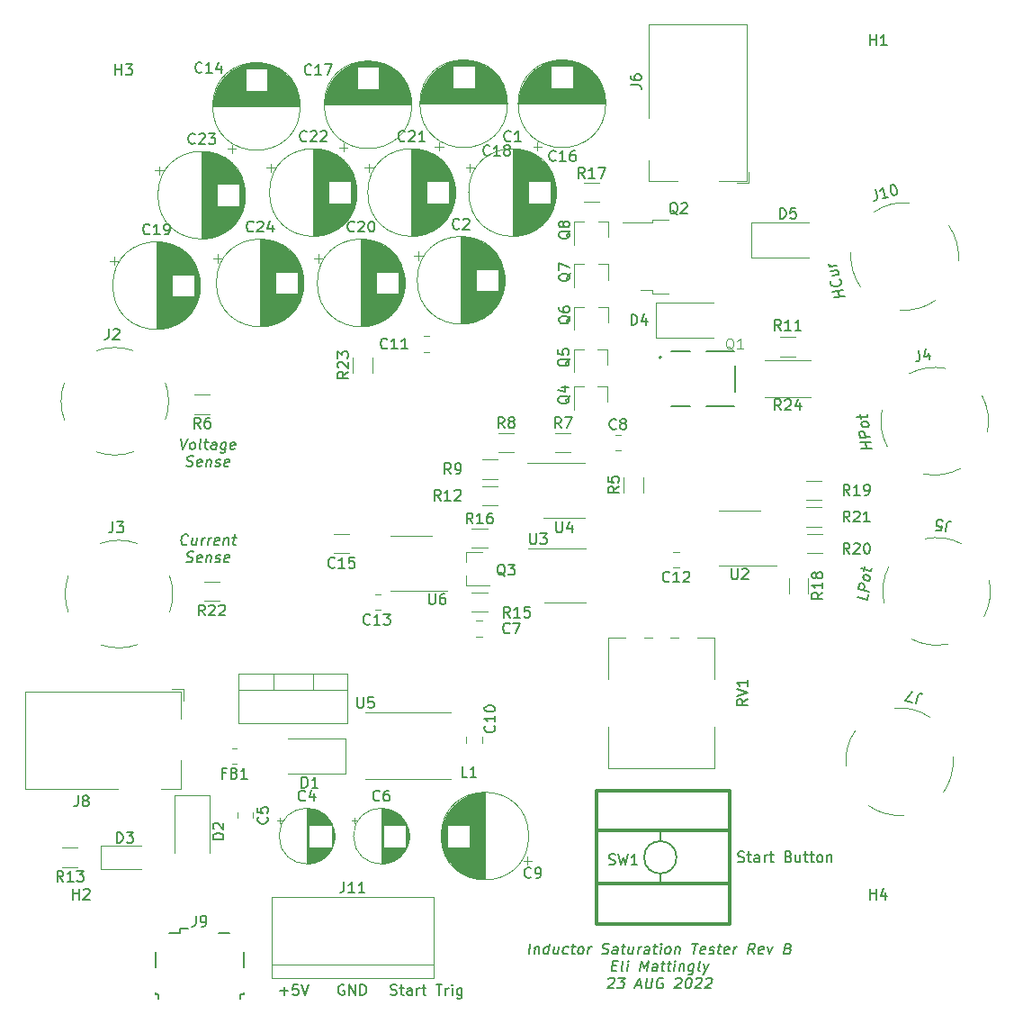
<source format=gbr>
%TF.GenerationSoftware,KiCad,Pcbnew,(6.0.0)*%
%TF.CreationDate,2022-08-23T12:36:08-04:00*%
%TF.ProjectId,Saturation_Tester,53617475-7261-4746-996f-6e5f54657374,rev?*%
%TF.SameCoordinates,Original*%
%TF.FileFunction,Legend,Top*%
%TF.FilePolarity,Positive*%
%FSLAX46Y46*%
G04 Gerber Fmt 4.6, Leading zero omitted, Abs format (unit mm)*
G04 Created by KiCad (PCBNEW (6.0.0)) date 2022-08-23 12:36:08*
%MOMM*%
%LPD*%
G01*
G04 APERTURE LIST*
%ADD10C,0.150000*%
%ADD11C,0.015000*%
%ADD12C,0.120000*%
%ADD13C,0.127000*%
%ADD14C,0.200000*%
%ADD15C,0.300000*%
G04 APERTURE END LIST*
D10*
X84363660Y-89647380D02*
X84571994Y-90647380D01*
X85030327Y-89647380D01*
X85381517Y-90647380D02*
X85292232Y-90599761D01*
X85250565Y-90552142D01*
X85214851Y-90456904D01*
X85250565Y-90171190D01*
X85310089Y-90075952D01*
X85363660Y-90028333D01*
X85464851Y-89980714D01*
X85607708Y-89980714D01*
X85696994Y-90028333D01*
X85738660Y-90075952D01*
X85774375Y-90171190D01*
X85738660Y-90456904D01*
X85679136Y-90552142D01*
X85625565Y-90599761D01*
X85524375Y-90647380D01*
X85381517Y-90647380D01*
X86286279Y-90647380D02*
X86196994Y-90599761D01*
X86161279Y-90504523D01*
X86268422Y-89647380D01*
X86607708Y-89980714D02*
X86988660Y-89980714D01*
X86792232Y-89647380D02*
X86685089Y-90504523D01*
X86720803Y-90599761D01*
X86810089Y-90647380D01*
X86905327Y-90647380D01*
X87667232Y-90647380D02*
X87732708Y-90123571D01*
X87696994Y-90028333D01*
X87607708Y-89980714D01*
X87417232Y-89980714D01*
X87316041Y-90028333D01*
X87673184Y-90599761D02*
X87571994Y-90647380D01*
X87333898Y-90647380D01*
X87244613Y-90599761D01*
X87208898Y-90504523D01*
X87220803Y-90409285D01*
X87280327Y-90314047D01*
X87381517Y-90266428D01*
X87619613Y-90266428D01*
X87720803Y-90218809D01*
X88655327Y-89980714D02*
X88554136Y-90790238D01*
X88494613Y-90885476D01*
X88441041Y-90933095D01*
X88339851Y-90980714D01*
X88196994Y-90980714D01*
X88107708Y-90933095D01*
X88577946Y-90599761D02*
X88476755Y-90647380D01*
X88286279Y-90647380D01*
X88196994Y-90599761D01*
X88155327Y-90552142D01*
X88119613Y-90456904D01*
X88155327Y-90171190D01*
X88214851Y-90075952D01*
X88268422Y-90028333D01*
X88369613Y-89980714D01*
X88560089Y-89980714D01*
X88649375Y-90028333D01*
X89435089Y-90599761D02*
X89333898Y-90647380D01*
X89143422Y-90647380D01*
X89054136Y-90599761D01*
X89018422Y-90504523D01*
X89066041Y-90123571D01*
X89125565Y-90028333D01*
X89226755Y-89980714D01*
X89417232Y-89980714D01*
X89506517Y-90028333D01*
X89542232Y-90123571D01*
X89530327Y-90218809D01*
X89042232Y-90314047D01*
X84911279Y-92209761D02*
X85048184Y-92257380D01*
X85286279Y-92257380D01*
X85387470Y-92209761D01*
X85441041Y-92162142D01*
X85500565Y-92066904D01*
X85512470Y-91971666D01*
X85476755Y-91876428D01*
X85435089Y-91828809D01*
X85345803Y-91781190D01*
X85161279Y-91733571D01*
X85071994Y-91685952D01*
X85030327Y-91638333D01*
X84994613Y-91543095D01*
X85006517Y-91447857D01*
X85066041Y-91352619D01*
X85119613Y-91305000D01*
X85220803Y-91257380D01*
X85458898Y-91257380D01*
X85595803Y-91305000D01*
X86292232Y-92209761D02*
X86191041Y-92257380D01*
X86000565Y-92257380D01*
X85911279Y-92209761D01*
X85875565Y-92114523D01*
X85923184Y-91733571D01*
X85982708Y-91638333D01*
X86083898Y-91590714D01*
X86274375Y-91590714D01*
X86363660Y-91638333D01*
X86399375Y-91733571D01*
X86387470Y-91828809D01*
X85899375Y-91924047D01*
X86845803Y-91590714D02*
X86762470Y-92257380D01*
X86833898Y-91685952D02*
X86887470Y-91638333D01*
X86988660Y-91590714D01*
X87131517Y-91590714D01*
X87220803Y-91638333D01*
X87256517Y-91733571D01*
X87191041Y-92257380D01*
X87625565Y-92209761D02*
X87714851Y-92257380D01*
X87905327Y-92257380D01*
X88006517Y-92209761D01*
X88066041Y-92114523D01*
X88071994Y-92066904D01*
X88036279Y-91971666D01*
X87946994Y-91924047D01*
X87804136Y-91924047D01*
X87714851Y-91876428D01*
X87679136Y-91781190D01*
X87685089Y-91733571D01*
X87744613Y-91638333D01*
X87845803Y-91590714D01*
X87988660Y-91590714D01*
X88077946Y-91638333D01*
X88863660Y-92209761D02*
X88762470Y-92257380D01*
X88571994Y-92257380D01*
X88482708Y-92209761D01*
X88446994Y-92114523D01*
X88494613Y-91733571D01*
X88554136Y-91638333D01*
X88655327Y-91590714D01*
X88845803Y-91590714D01*
X88935089Y-91638333D01*
X88970803Y-91733571D01*
X88958898Y-91828809D01*
X88470803Y-91924047D01*
X146862022Y-76219247D02*
X145863744Y-76357325D01*
X146339115Y-76291573D02*
X146191218Y-75739616D01*
X146714126Y-75667289D02*
X145715848Y-75805367D01*
X146347908Y-74668517D02*
X146407770Y-74707938D01*
X146492281Y-74839353D01*
X146516930Y-74931346D01*
X146506367Y-75075910D01*
X146435943Y-75181053D01*
X146353193Y-75240200D01*
X146175370Y-75312497D01*
X146032759Y-75332223D01*
X145830286Y-75312527D01*
X145722887Y-75279681D01*
X145603163Y-75200838D01*
X145518652Y-75069424D01*
X145494003Y-74977431D01*
X145504566Y-74832866D01*
X145539778Y-74780295D01*
X145555618Y-73919483D02*
X146221137Y-73827430D01*
X145666541Y-74333451D02*
X146189448Y-74261124D01*
X146272198Y-74201977D01*
X146295085Y-74103409D01*
X146258111Y-73965420D01*
X146185925Y-73880002D01*
X146126063Y-73840581D01*
X146097890Y-73367466D02*
X145432371Y-73459518D01*
X145622519Y-73433217D02*
X145515120Y-73400371D01*
X145455259Y-73360950D01*
X145383072Y-73275532D01*
X145358423Y-73183539D01*
X149423227Y-90539771D02*
X148415562Y-90555161D01*
X148895403Y-90547833D02*
X148815875Y-89981965D01*
X149343700Y-89973904D02*
X148336035Y-89989294D01*
X149277427Y-89502348D02*
X148269762Y-89517737D01*
X148216744Y-89140492D01*
X148251473Y-89045448D01*
X148292830Y-88997560D01*
X148382171Y-88948939D01*
X148526123Y-88946740D01*
X148628718Y-88992430D01*
X148683329Y-89038853D01*
X148744568Y-89132431D01*
X148797586Y-89509676D01*
X149118372Y-88370613D02*
X149083642Y-88465657D01*
X149042286Y-88513545D01*
X148952945Y-88562167D01*
X148665041Y-88566564D01*
X148562445Y-88520874D01*
X148507834Y-88474451D01*
X148446595Y-88380873D01*
X148426713Y-88239406D01*
X148461443Y-88144362D01*
X148502800Y-88096473D01*
X148592140Y-88047852D01*
X148880045Y-88043455D01*
X148982640Y-88089145D01*
X149037251Y-88135568D01*
X149098490Y-88229146D01*
X149118372Y-88370613D01*
X148360440Y-87767849D02*
X148307422Y-87390604D01*
X148004670Y-87631512D02*
X148868383Y-87618321D01*
X148957724Y-87569700D01*
X148992453Y-87474656D01*
X148979199Y-87380345D01*
X149074306Y-104320748D02*
X149016273Y-104793389D01*
X148038961Y-104547451D01*
X149114930Y-103989899D02*
X148137617Y-103743961D01*
X148184043Y-103365849D01*
X148242189Y-103283032D01*
X148294531Y-103247479D01*
X148393411Y-103223638D01*
X148533027Y-103258771D01*
X148620302Y-103329458D01*
X148661037Y-103388434D01*
X148695969Y-103494673D01*
X148649543Y-103872786D01*
X149254209Y-102855561D02*
X149196063Y-102938378D01*
X149143721Y-102973930D01*
X149044841Y-102997772D01*
X148765609Y-102927504D01*
X148678335Y-102856817D01*
X148637599Y-102797842D01*
X148602667Y-102691602D01*
X148620077Y-102549810D01*
X148678222Y-102466993D01*
X148730564Y-102431440D01*
X148829445Y-102407599D01*
X149108677Y-102477867D01*
X149195951Y-102548553D01*
X149236687Y-102607529D01*
X149271619Y-102713768D01*
X149254209Y-102855561D01*
X148678110Y-102077169D02*
X148724536Y-101699056D01*
X148369749Y-101853397D02*
X149207446Y-102064201D01*
X149306326Y-102040360D01*
X149364471Y-101957543D01*
X149376078Y-101863014D01*
X104119047Y-141904761D02*
X104261904Y-141952380D01*
X104500000Y-141952380D01*
X104595238Y-141904761D01*
X104642857Y-141857142D01*
X104690476Y-141761904D01*
X104690476Y-141666666D01*
X104642857Y-141571428D01*
X104595238Y-141523809D01*
X104500000Y-141476190D01*
X104309523Y-141428571D01*
X104214285Y-141380952D01*
X104166666Y-141333333D01*
X104119047Y-141238095D01*
X104119047Y-141142857D01*
X104166666Y-141047619D01*
X104214285Y-141000000D01*
X104309523Y-140952380D01*
X104547619Y-140952380D01*
X104690476Y-141000000D01*
X104976190Y-141285714D02*
X105357142Y-141285714D01*
X105119047Y-140952380D02*
X105119047Y-141809523D01*
X105166666Y-141904761D01*
X105261904Y-141952380D01*
X105357142Y-141952380D01*
X106119047Y-141952380D02*
X106119047Y-141428571D01*
X106071428Y-141333333D01*
X105976190Y-141285714D01*
X105785714Y-141285714D01*
X105690476Y-141333333D01*
X106119047Y-141904761D02*
X106023809Y-141952380D01*
X105785714Y-141952380D01*
X105690476Y-141904761D01*
X105642857Y-141809523D01*
X105642857Y-141714285D01*
X105690476Y-141619047D01*
X105785714Y-141571428D01*
X106023809Y-141571428D01*
X106119047Y-141523809D01*
X106595238Y-141952380D02*
X106595238Y-141285714D01*
X106595238Y-141476190D02*
X106642857Y-141380952D01*
X106690476Y-141333333D01*
X106785714Y-141285714D01*
X106880952Y-141285714D01*
X107071428Y-141285714D02*
X107452380Y-141285714D01*
X107214285Y-140952380D02*
X107214285Y-141809523D01*
X107261904Y-141904761D01*
X107357142Y-141952380D01*
X107452380Y-141952380D01*
X108404761Y-140952380D02*
X108976190Y-140952380D01*
X108690476Y-141952380D02*
X108690476Y-140952380D01*
X109309523Y-141952380D02*
X109309523Y-141285714D01*
X109309523Y-141476190D02*
X109357142Y-141380952D01*
X109404761Y-141333333D01*
X109500000Y-141285714D01*
X109595238Y-141285714D01*
X109928571Y-141952380D02*
X109928571Y-141285714D01*
X109928571Y-140952380D02*
X109880952Y-141000000D01*
X109928571Y-141047619D01*
X109976190Y-141000000D01*
X109928571Y-140952380D01*
X109928571Y-141047619D01*
X110833333Y-141285714D02*
X110833333Y-142095238D01*
X110785714Y-142190476D01*
X110738095Y-142238095D01*
X110642857Y-142285714D01*
X110500000Y-142285714D01*
X110404761Y-142238095D01*
X110833333Y-141904761D02*
X110738095Y-141952380D01*
X110547619Y-141952380D01*
X110452380Y-141904761D01*
X110404761Y-141857142D01*
X110357142Y-141761904D01*
X110357142Y-141476190D01*
X110404761Y-141380952D01*
X110452380Y-141333333D01*
X110547619Y-141285714D01*
X110738095Y-141285714D01*
X110833333Y-141333333D01*
X93714285Y-141571428D02*
X94476190Y-141571428D01*
X94095238Y-141952380D02*
X94095238Y-141190476D01*
X95428571Y-140952380D02*
X94952380Y-140952380D01*
X94904761Y-141428571D01*
X94952380Y-141380952D01*
X95047619Y-141333333D01*
X95285714Y-141333333D01*
X95380952Y-141380952D01*
X95428571Y-141428571D01*
X95476190Y-141523809D01*
X95476190Y-141761904D01*
X95428571Y-141857142D01*
X95380952Y-141904761D01*
X95285714Y-141952380D01*
X95047619Y-141952380D01*
X94952380Y-141904761D01*
X94904761Y-141857142D01*
X95761904Y-140952380D02*
X96095238Y-141952380D01*
X96428571Y-140952380D01*
X99738095Y-141000000D02*
X99642857Y-140952380D01*
X99500000Y-140952380D01*
X99357142Y-141000000D01*
X99261904Y-141095238D01*
X99214285Y-141190476D01*
X99166666Y-141380952D01*
X99166666Y-141523809D01*
X99214285Y-141714285D01*
X99261904Y-141809523D01*
X99357142Y-141904761D01*
X99500000Y-141952380D01*
X99595238Y-141952380D01*
X99738095Y-141904761D01*
X99785714Y-141857142D01*
X99785714Y-141523809D01*
X99595238Y-141523809D01*
X100214285Y-141952380D02*
X100214285Y-140952380D01*
X100785714Y-141952380D01*
X100785714Y-140952380D01*
X101261904Y-141952380D02*
X101261904Y-140952380D01*
X101500000Y-140952380D01*
X101642857Y-141000000D01*
X101738095Y-141095238D01*
X101785714Y-141190476D01*
X101833333Y-141380952D01*
X101833333Y-141523809D01*
X101785714Y-141714285D01*
X101738095Y-141809523D01*
X101642857Y-141904761D01*
X101500000Y-141952380D01*
X101261904Y-141952380D01*
X136821428Y-129404761D02*
X136964285Y-129452380D01*
X137202380Y-129452380D01*
X137297619Y-129404761D01*
X137345238Y-129357142D01*
X137392857Y-129261904D01*
X137392857Y-129166666D01*
X137345238Y-129071428D01*
X137297619Y-129023809D01*
X137202380Y-128976190D01*
X137011904Y-128928571D01*
X136916666Y-128880952D01*
X136869047Y-128833333D01*
X136821428Y-128738095D01*
X136821428Y-128642857D01*
X136869047Y-128547619D01*
X136916666Y-128500000D01*
X137011904Y-128452380D01*
X137250000Y-128452380D01*
X137392857Y-128500000D01*
X137678571Y-128785714D02*
X138059523Y-128785714D01*
X137821428Y-128452380D02*
X137821428Y-129309523D01*
X137869047Y-129404761D01*
X137964285Y-129452380D01*
X138059523Y-129452380D01*
X138821428Y-129452380D02*
X138821428Y-128928571D01*
X138773809Y-128833333D01*
X138678571Y-128785714D01*
X138488095Y-128785714D01*
X138392857Y-128833333D01*
X138821428Y-129404761D02*
X138726190Y-129452380D01*
X138488095Y-129452380D01*
X138392857Y-129404761D01*
X138345238Y-129309523D01*
X138345238Y-129214285D01*
X138392857Y-129119047D01*
X138488095Y-129071428D01*
X138726190Y-129071428D01*
X138821428Y-129023809D01*
X139297619Y-129452380D02*
X139297619Y-128785714D01*
X139297619Y-128976190D02*
X139345238Y-128880952D01*
X139392857Y-128833333D01*
X139488095Y-128785714D01*
X139583333Y-128785714D01*
X139773809Y-128785714D02*
X140154761Y-128785714D01*
X139916666Y-128452380D02*
X139916666Y-129309523D01*
X139964285Y-129404761D01*
X140059523Y-129452380D01*
X140154761Y-129452380D01*
X141583333Y-128928571D02*
X141726190Y-128976190D01*
X141773809Y-129023809D01*
X141821428Y-129119047D01*
X141821428Y-129261904D01*
X141773809Y-129357142D01*
X141726190Y-129404761D01*
X141630952Y-129452380D01*
X141250000Y-129452380D01*
X141250000Y-128452380D01*
X141583333Y-128452380D01*
X141678571Y-128500000D01*
X141726190Y-128547619D01*
X141773809Y-128642857D01*
X141773809Y-128738095D01*
X141726190Y-128833333D01*
X141678571Y-128880952D01*
X141583333Y-128928571D01*
X141250000Y-128928571D01*
X142678571Y-128785714D02*
X142678571Y-129452380D01*
X142250000Y-128785714D02*
X142250000Y-129309523D01*
X142297619Y-129404761D01*
X142392857Y-129452380D01*
X142535714Y-129452380D01*
X142630952Y-129404761D01*
X142678571Y-129357142D01*
X143011904Y-128785714D02*
X143392857Y-128785714D01*
X143154761Y-128452380D02*
X143154761Y-129309523D01*
X143202380Y-129404761D01*
X143297619Y-129452380D01*
X143392857Y-129452380D01*
X143583333Y-128785714D02*
X143964285Y-128785714D01*
X143726190Y-128452380D02*
X143726190Y-129309523D01*
X143773809Y-129404761D01*
X143869047Y-129452380D01*
X143964285Y-129452380D01*
X144440476Y-129452380D02*
X144345238Y-129404761D01*
X144297619Y-129357142D01*
X144250000Y-129261904D01*
X144250000Y-128976190D01*
X144297619Y-128880952D01*
X144345238Y-128833333D01*
X144440476Y-128785714D01*
X144583333Y-128785714D01*
X144678571Y-128833333D01*
X144726190Y-128880952D01*
X144773809Y-128976190D01*
X144773809Y-129261904D01*
X144726190Y-129357142D01*
X144678571Y-129404761D01*
X144583333Y-129452380D01*
X144440476Y-129452380D01*
X145202380Y-128785714D02*
X145202380Y-129452380D01*
X145202380Y-128880952D02*
X145250000Y-128833333D01*
X145345238Y-128785714D01*
X145488095Y-128785714D01*
X145583333Y-128833333D01*
X145630952Y-128928571D01*
X145630952Y-129452380D01*
X84988660Y-99552142D02*
X84935089Y-99599761D01*
X84786279Y-99647380D01*
X84691041Y-99647380D01*
X84554136Y-99599761D01*
X84470803Y-99504523D01*
X84435089Y-99409285D01*
X84411279Y-99218809D01*
X84429136Y-99075952D01*
X84500565Y-98885476D01*
X84560089Y-98790238D01*
X84667232Y-98695000D01*
X84816041Y-98647380D01*
X84911279Y-98647380D01*
X85048184Y-98695000D01*
X85089851Y-98742619D01*
X85917232Y-98980714D02*
X85833898Y-99647380D01*
X85488660Y-98980714D02*
X85423184Y-99504523D01*
X85458898Y-99599761D01*
X85548184Y-99647380D01*
X85691041Y-99647380D01*
X85792232Y-99599761D01*
X85845803Y-99552142D01*
X86310089Y-99647380D02*
X86393422Y-98980714D01*
X86369613Y-99171190D02*
X86429136Y-99075952D01*
X86482708Y-99028333D01*
X86583898Y-98980714D01*
X86679136Y-98980714D01*
X86929136Y-99647380D02*
X87012470Y-98980714D01*
X86988660Y-99171190D02*
X87048184Y-99075952D01*
X87101755Y-99028333D01*
X87202946Y-98980714D01*
X87298184Y-98980714D01*
X87935089Y-99599761D02*
X87833898Y-99647380D01*
X87643422Y-99647380D01*
X87554136Y-99599761D01*
X87518422Y-99504523D01*
X87566041Y-99123571D01*
X87625565Y-99028333D01*
X87726755Y-98980714D01*
X87917232Y-98980714D01*
X88006517Y-99028333D01*
X88042232Y-99123571D01*
X88030327Y-99218809D01*
X87542232Y-99314047D01*
X88488660Y-98980714D02*
X88405327Y-99647380D01*
X88476755Y-99075952D02*
X88530327Y-99028333D01*
X88631517Y-98980714D01*
X88774375Y-98980714D01*
X88863660Y-99028333D01*
X88899375Y-99123571D01*
X88833898Y-99647380D01*
X89250565Y-98980714D02*
X89631517Y-98980714D01*
X89435089Y-98647380D02*
X89327946Y-99504523D01*
X89363660Y-99599761D01*
X89452946Y-99647380D01*
X89548184Y-99647380D01*
X84911279Y-101209761D02*
X85048184Y-101257380D01*
X85286279Y-101257380D01*
X85387470Y-101209761D01*
X85441041Y-101162142D01*
X85500565Y-101066904D01*
X85512470Y-100971666D01*
X85476755Y-100876428D01*
X85435089Y-100828809D01*
X85345803Y-100781190D01*
X85161279Y-100733571D01*
X85071994Y-100685952D01*
X85030327Y-100638333D01*
X84994613Y-100543095D01*
X85006517Y-100447857D01*
X85066041Y-100352619D01*
X85119613Y-100305000D01*
X85220803Y-100257380D01*
X85458898Y-100257380D01*
X85595803Y-100305000D01*
X86292232Y-101209761D02*
X86191041Y-101257380D01*
X86000565Y-101257380D01*
X85911279Y-101209761D01*
X85875565Y-101114523D01*
X85923184Y-100733571D01*
X85982708Y-100638333D01*
X86083898Y-100590714D01*
X86274375Y-100590714D01*
X86363660Y-100638333D01*
X86399375Y-100733571D01*
X86387470Y-100828809D01*
X85899375Y-100924047D01*
X86845803Y-100590714D02*
X86762470Y-101257380D01*
X86833898Y-100685952D02*
X86887470Y-100638333D01*
X86988660Y-100590714D01*
X87131517Y-100590714D01*
X87220803Y-100638333D01*
X87256517Y-100733571D01*
X87191041Y-101257380D01*
X87625565Y-101209761D02*
X87714851Y-101257380D01*
X87905327Y-101257380D01*
X88006517Y-101209761D01*
X88066041Y-101114523D01*
X88071994Y-101066904D01*
X88036279Y-100971666D01*
X87946994Y-100924047D01*
X87804136Y-100924047D01*
X87714851Y-100876428D01*
X87679136Y-100781190D01*
X87685089Y-100733571D01*
X87744613Y-100638333D01*
X87845803Y-100590714D01*
X87988660Y-100590714D01*
X88077946Y-100638333D01*
X88863660Y-101209761D02*
X88762470Y-101257380D01*
X88571994Y-101257380D01*
X88482708Y-101209761D01*
X88446994Y-101114523D01*
X88494613Y-100733571D01*
X88554136Y-100638333D01*
X88655327Y-100590714D01*
X88845803Y-100590714D01*
X88935089Y-100638333D01*
X88970803Y-100733571D01*
X88958898Y-100828809D01*
X88470803Y-100924047D01*
X117143422Y-138092380D02*
X117268422Y-137092380D01*
X117702946Y-137425714D02*
X117619613Y-138092380D01*
X117691041Y-137520952D02*
X117744613Y-137473333D01*
X117845803Y-137425714D01*
X117988660Y-137425714D01*
X118077946Y-137473333D01*
X118113660Y-137568571D01*
X118048184Y-138092380D01*
X118952946Y-138092380D02*
X119077946Y-137092380D01*
X118958898Y-138044761D02*
X118857708Y-138092380D01*
X118667232Y-138092380D01*
X118577946Y-138044761D01*
X118536279Y-137997142D01*
X118500565Y-137901904D01*
X118536279Y-137616190D01*
X118595803Y-137520952D01*
X118649375Y-137473333D01*
X118750565Y-137425714D01*
X118941041Y-137425714D01*
X119030327Y-137473333D01*
X119941041Y-137425714D02*
X119857708Y-138092380D01*
X119512470Y-137425714D02*
X119446994Y-137949523D01*
X119482708Y-138044761D01*
X119571994Y-138092380D01*
X119714851Y-138092380D01*
X119816041Y-138044761D01*
X119869613Y-137997142D01*
X120768422Y-138044761D02*
X120667232Y-138092380D01*
X120476755Y-138092380D01*
X120387470Y-138044761D01*
X120345803Y-137997142D01*
X120310089Y-137901904D01*
X120345803Y-137616190D01*
X120405327Y-137520952D01*
X120458898Y-137473333D01*
X120560089Y-137425714D01*
X120750565Y-137425714D01*
X120839851Y-137473333D01*
X121131517Y-137425714D02*
X121512470Y-137425714D01*
X121316041Y-137092380D02*
X121208898Y-137949523D01*
X121244613Y-138044761D01*
X121333898Y-138092380D01*
X121429136Y-138092380D01*
X121905327Y-138092380D02*
X121816041Y-138044761D01*
X121774375Y-137997142D01*
X121738660Y-137901904D01*
X121774375Y-137616190D01*
X121833898Y-137520952D01*
X121887470Y-137473333D01*
X121988660Y-137425714D01*
X122131517Y-137425714D01*
X122220803Y-137473333D01*
X122262470Y-137520952D01*
X122298184Y-137616190D01*
X122262470Y-137901904D01*
X122202946Y-137997142D01*
X122149375Y-138044761D01*
X122048184Y-138092380D01*
X121905327Y-138092380D01*
X122667232Y-138092380D02*
X122750565Y-137425714D01*
X122726755Y-137616190D02*
X122786279Y-137520952D01*
X122839851Y-137473333D01*
X122941041Y-137425714D01*
X123036279Y-137425714D01*
X124006517Y-138044761D02*
X124143422Y-138092380D01*
X124381517Y-138092380D01*
X124482708Y-138044761D01*
X124536279Y-137997142D01*
X124595803Y-137901904D01*
X124607708Y-137806666D01*
X124571994Y-137711428D01*
X124530327Y-137663809D01*
X124441041Y-137616190D01*
X124256517Y-137568571D01*
X124167232Y-137520952D01*
X124125565Y-137473333D01*
X124089851Y-137378095D01*
X124101755Y-137282857D01*
X124161279Y-137187619D01*
X124214851Y-137140000D01*
X124316041Y-137092380D01*
X124554136Y-137092380D01*
X124691041Y-137140000D01*
X125429136Y-138092380D02*
X125494613Y-137568571D01*
X125458898Y-137473333D01*
X125369613Y-137425714D01*
X125179136Y-137425714D01*
X125077946Y-137473333D01*
X125435089Y-138044761D02*
X125333898Y-138092380D01*
X125095803Y-138092380D01*
X125006517Y-138044761D01*
X124970803Y-137949523D01*
X124982708Y-137854285D01*
X125042232Y-137759047D01*
X125143422Y-137711428D01*
X125381517Y-137711428D01*
X125482708Y-137663809D01*
X125845803Y-137425714D02*
X126226755Y-137425714D01*
X126030327Y-137092380D02*
X125923184Y-137949523D01*
X125958898Y-138044761D01*
X126048184Y-138092380D01*
X126143422Y-138092380D01*
X126988660Y-137425714D02*
X126905327Y-138092380D01*
X126560089Y-137425714D02*
X126494613Y-137949523D01*
X126530327Y-138044761D01*
X126619613Y-138092380D01*
X126762470Y-138092380D01*
X126863660Y-138044761D01*
X126917232Y-137997142D01*
X127381517Y-138092380D02*
X127464851Y-137425714D01*
X127441041Y-137616190D02*
X127500565Y-137520952D01*
X127554136Y-137473333D01*
X127655327Y-137425714D01*
X127750565Y-137425714D01*
X128429136Y-138092380D02*
X128494613Y-137568571D01*
X128458898Y-137473333D01*
X128369613Y-137425714D01*
X128179136Y-137425714D01*
X128077946Y-137473333D01*
X128435089Y-138044761D02*
X128333898Y-138092380D01*
X128095803Y-138092380D01*
X128006517Y-138044761D01*
X127970803Y-137949523D01*
X127982708Y-137854285D01*
X128042232Y-137759047D01*
X128143422Y-137711428D01*
X128381517Y-137711428D01*
X128482708Y-137663809D01*
X128845803Y-137425714D02*
X129226755Y-137425714D01*
X129030327Y-137092380D02*
X128923184Y-137949523D01*
X128958898Y-138044761D01*
X129048184Y-138092380D01*
X129143422Y-138092380D01*
X129476755Y-138092380D02*
X129560089Y-137425714D01*
X129601755Y-137092380D02*
X129548184Y-137140000D01*
X129589851Y-137187619D01*
X129643422Y-137140000D01*
X129601755Y-137092380D01*
X129589851Y-137187619D01*
X130095803Y-138092380D02*
X130006517Y-138044761D01*
X129964851Y-137997142D01*
X129929136Y-137901904D01*
X129964851Y-137616190D01*
X130024375Y-137520952D01*
X130077946Y-137473333D01*
X130179136Y-137425714D01*
X130321994Y-137425714D01*
X130411279Y-137473333D01*
X130452946Y-137520952D01*
X130488660Y-137616190D01*
X130452946Y-137901904D01*
X130393422Y-137997142D01*
X130339851Y-138044761D01*
X130238660Y-138092380D01*
X130095803Y-138092380D01*
X130941041Y-137425714D02*
X130857708Y-138092380D01*
X130929136Y-137520952D02*
X130982708Y-137473333D01*
X131083898Y-137425714D01*
X131226755Y-137425714D01*
X131316041Y-137473333D01*
X131351755Y-137568571D01*
X131286279Y-138092380D01*
X132506517Y-137092380D02*
X133077946Y-137092380D01*
X132667232Y-138092380D02*
X132792232Y-137092380D01*
X133673184Y-138044761D02*
X133571994Y-138092380D01*
X133381517Y-138092380D01*
X133292232Y-138044761D01*
X133256517Y-137949523D01*
X133304136Y-137568571D01*
X133363660Y-137473333D01*
X133464851Y-137425714D01*
X133655327Y-137425714D01*
X133744613Y-137473333D01*
X133780327Y-137568571D01*
X133768422Y-137663809D01*
X133280327Y-137759047D01*
X134101755Y-138044761D02*
X134191041Y-138092380D01*
X134381517Y-138092380D01*
X134482708Y-138044761D01*
X134542232Y-137949523D01*
X134548184Y-137901904D01*
X134512470Y-137806666D01*
X134423184Y-137759047D01*
X134280327Y-137759047D01*
X134191041Y-137711428D01*
X134155327Y-137616190D01*
X134161279Y-137568571D01*
X134220803Y-137473333D01*
X134321994Y-137425714D01*
X134464851Y-137425714D01*
X134554136Y-137473333D01*
X134893422Y-137425714D02*
X135274375Y-137425714D01*
X135077946Y-137092380D02*
X134970803Y-137949523D01*
X135006517Y-138044761D01*
X135095803Y-138092380D01*
X135191041Y-138092380D01*
X135911279Y-138044761D02*
X135810089Y-138092380D01*
X135619613Y-138092380D01*
X135530327Y-138044761D01*
X135494613Y-137949523D01*
X135542232Y-137568571D01*
X135601755Y-137473333D01*
X135702946Y-137425714D01*
X135893422Y-137425714D01*
X135982708Y-137473333D01*
X136018422Y-137568571D01*
X136006517Y-137663809D01*
X135518422Y-137759047D01*
X136381517Y-138092380D02*
X136464851Y-137425714D01*
X136441041Y-137616190D02*
X136500565Y-137520952D01*
X136554136Y-137473333D01*
X136655327Y-137425714D01*
X136750565Y-137425714D01*
X138333898Y-138092380D02*
X138060089Y-137616190D01*
X137762470Y-138092380D02*
X137887470Y-137092380D01*
X138268422Y-137092380D01*
X138357708Y-137140000D01*
X138399375Y-137187619D01*
X138435089Y-137282857D01*
X138417232Y-137425714D01*
X138357708Y-137520952D01*
X138304136Y-137568571D01*
X138202946Y-137616190D01*
X137821994Y-137616190D01*
X139149375Y-138044761D02*
X139048184Y-138092380D01*
X138857708Y-138092380D01*
X138768422Y-138044761D01*
X138732708Y-137949523D01*
X138780327Y-137568571D01*
X138839851Y-137473333D01*
X138941041Y-137425714D01*
X139131517Y-137425714D01*
X139220803Y-137473333D01*
X139256517Y-137568571D01*
X139244613Y-137663809D01*
X138756517Y-137759047D01*
X139607708Y-137425714D02*
X139762470Y-138092380D01*
X140083898Y-137425714D01*
X141542232Y-137568571D02*
X141679136Y-137616190D01*
X141720803Y-137663809D01*
X141756517Y-137759047D01*
X141738660Y-137901904D01*
X141679136Y-137997142D01*
X141625565Y-138044761D01*
X141524375Y-138092380D01*
X141143422Y-138092380D01*
X141268422Y-137092380D01*
X141601755Y-137092380D01*
X141691041Y-137140000D01*
X141732708Y-137187619D01*
X141768422Y-137282857D01*
X141756517Y-137378095D01*
X141696994Y-137473333D01*
X141643422Y-137520952D01*
X141542232Y-137568571D01*
X141208898Y-137568571D01*
X124994613Y-139178571D02*
X125327946Y-139178571D01*
X125405327Y-139702380D02*
X124929136Y-139702380D01*
X125054136Y-138702380D01*
X125530327Y-138702380D01*
X125976755Y-139702380D02*
X125887470Y-139654761D01*
X125851755Y-139559523D01*
X125958898Y-138702380D01*
X126357708Y-139702380D02*
X126441041Y-139035714D01*
X126482708Y-138702380D02*
X126429136Y-138750000D01*
X126470803Y-138797619D01*
X126524375Y-138750000D01*
X126482708Y-138702380D01*
X126470803Y-138797619D01*
X127595803Y-139702380D02*
X127720803Y-138702380D01*
X127964851Y-139416666D01*
X128387470Y-138702380D01*
X128262470Y-139702380D01*
X129167232Y-139702380D02*
X129232708Y-139178571D01*
X129196994Y-139083333D01*
X129107708Y-139035714D01*
X128917232Y-139035714D01*
X128816041Y-139083333D01*
X129173184Y-139654761D02*
X129071994Y-139702380D01*
X128833898Y-139702380D01*
X128744613Y-139654761D01*
X128708898Y-139559523D01*
X128720803Y-139464285D01*
X128780327Y-139369047D01*
X128881517Y-139321428D01*
X129119613Y-139321428D01*
X129220803Y-139273809D01*
X129583898Y-139035714D02*
X129964851Y-139035714D01*
X129768422Y-138702380D02*
X129661279Y-139559523D01*
X129696994Y-139654761D01*
X129786279Y-139702380D01*
X129881517Y-139702380D01*
X130155327Y-139035714D02*
X130536279Y-139035714D01*
X130339851Y-138702380D02*
X130232708Y-139559523D01*
X130268422Y-139654761D01*
X130357708Y-139702380D01*
X130452946Y-139702380D01*
X130786279Y-139702380D02*
X130869613Y-139035714D01*
X130911279Y-138702380D02*
X130857708Y-138750000D01*
X130899375Y-138797619D01*
X130952946Y-138750000D01*
X130911279Y-138702380D01*
X130899375Y-138797619D01*
X131345803Y-139035714D02*
X131262470Y-139702380D01*
X131333898Y-139130952D02*
X131387470Y-139083333D01*
X131488660Y-139035714D01*
X131631517Y-139035714D01*
X131720803Y-139083333D01*
X131756517Y-139178571D01*
X131691041Y-139702380D01*
X132679136Y-139035714D02*
X132577946Y-139845238D01*
X132518422Y-139940476D01*
X132464851Y-139988095D01*
X132363660Y-140035714D01*
X132220803Y-140035714D01*
X132131517Y-139988095D01*
X132601755Y-139654761D02*
X132500565Y-139702380D01*
X132310089Y-139702380D01*
X132220803Y-139654761D01*
X132179136Y-139607142D01*
X132143422Y-139511904D01*
X132179136Y-139226190D01*
X132238660Y-139130952D01*
X132292232Y-139083333D01*
X132393422Y-139035714D01*
X132583898Y-139035714D01*
X132673184Y-139083333D01*
X133214851Y-139702380D02*
X133125565Y-139654761D01*
X133089851Y-139559523D01*
X133196994Y-138702380D01*
X133583898Y-139035714D02*
X133738660Y-139702380D01*
X134060089Y-139035714D02*
X133738660Y-139702380D01*
X133613660Y-139940476D01*
X133560089Y-139988095D01*
X133458898Y-140035714D01*
X124637470Y-140407619D02*
X124691041Y-140360000D01*
X124792232Y-140312380D01*
X125030327Y-140312380D01*
X125119613Y-140360000D01*
X125161279Y-140407619D01*
X125196994Y-140502857D01*
X125185089Y-140598095D01*
X125119613Y-140740952D01*
X124476755Y-141312380D01*
X125095803Y-141312380D01*
X125554136Y-140312380D02*
X126173184Y-140312380D01*
X125792232Y-140693333D01*
X125935089Y-140693333D01*
X126024375Y-140740952D01*
X126066041Y-140788571D01*
X126101755Y-140883809D01*
X126071994Y-141121904D01*
X126012470Y-141217142D01*
X125958898Y-141264761D01*
X125857708Y-141312380D01*
X125571994Y-141312380D01*
X125482708Y-141264761D01*
X125441041Y-141217142D01*
X127226755Y-141026666D02*
X127702946Y-141026666D01*
X127095803Y-141312380D02*
X127554136Y-140312380D01*
X127762470Y-141312380D01*
X128220803Y-140312380D02*
X128119613Y-141121904D01*
X128155327Y-141217142D01*
X128196994Y-141264761D01*
X128286279Y-141312380D01*
X128476755Y-141312380D01*
X128577946Y-141264761D01*
X128631517Y-141217142D01*
X128691041Y-141121904D01*
X128792232Y-140312380D01*
X129786279Y-140360000D02*
X129696994Y-140312380D01*
X129554136Y-140312380D01*
X129405327Y-140360000D01*
X129298184Y-140455238D01*
X129238660Y-140550476D01*
X129167232Y-140740952D01*
X129149375Y-140883809D01*
X129173184Y-141074285D01*
X129208898Y-141169523D01*
X129292232Y-141264761D01*
X129429136Y-141312380D01*
X129524375Y-141312380D01*
X129673184Y-141264761D01*
X129726755Y-141217142D01*
X129768422Y-140883809D01*
X129577946Y-140883809D01*
X130970803Y-140407619D02*
X131024375Y-140360000D01*
X131125565Y-140312380D01*
X131363660Y-140312380D01*
X131452946Y-140360000D01*
X131494613Y-140407619D01*
X131530327Y-140502857D01*
X131518422Y-140598095D01*
X131452946Y-140740952D01*
X130810089Y-141312380D01*
X131429136Y-141312380D01*
X132173184Y-140312380D02*
X132268422Y-140312380D01*
X132357708Y-140360000D01*
X132399375Y-140407619D01*
X132435089Y-140502857D01*
X132458898Y-140693333D01*
X132429136Y-140931428D01*
X132357708Y-141121904D01*
X132298184Y-141217142D01*
X132244613Y-141264761D01*
X132143422Y-141312380D01*
X132048184Y-141312380D01*
X131958898Y-141264761D01*
X131917232Y-141217142D01*
X131881517Y-141121904D01*
X131857708Y-140931428D01*
X131887470Y-140693333D01*
X131958898Y-140502857D01*
X132018422Y-140407619D01*
X132071994Y-140360000D01*
X132173184Y-140312380D01*
X132875565Y-140407619D02*
X132929136Y-140360000D01*
X133030327Y-140312380D01*
X133268422Y-140312380D01*
X133357708Y-140360000D01*
X133399375Y-140407619D01*
X133435089Y-140502857D01*
X133423184Y-140598095D01*
X133357708Y-140740952D01*
X132714851Y-141312380D01*
X133333898Y-141312380D01*
X133827946Y-140407619D02*
X133881517Y-140360000D01*
X133982708Y-140312380D01*
X134220803Y-140312380D01*
X134310089Y-140360000D01*
X134351755Y-140407619D01*
X134387470Y-140502857D01*
X134375565Y-140598095D01*
X134310089Y-140740952D01*
X133667232Y-141312380D01*
X134286279Y-141312380D01*
%TO.C,J2*%
X77591666Y-79327380D02*
X77591666Y-80041666D01*
X77544047Y-80184523D01*
X77448809Y-80279761D01*
X77305952Y-80327380D01*
X77210714Y-80327380D01*
X78020238Y-79422619D02*
X78067857Y-79375000D01*
X78163095Y-79327380D01*
X78401190Y-79327380D01*
X78496428Y-79375000D01*
X78544047Y-79422619D01*
X78591666Y-79517857D01*
X78591666Y-79613095D01*
X78544047Y-79755952D01*
X77972619Y-80327380D01*
X78591666Y-80327380D01*
%TO.C,J3*%
X77977028Y-97452380D02*
X77977028Y-98166666D01*
X77929409Y-98309523D01*
X77834171Y-98404761D01*
X77691314Y-98452380D01*
X77596076Y-98452380D01*
X78357981Y-97452380D02*
X78977028Y-97452380D01*
X78643695Y-97833333D01*
X78786552Y-97833333D01*
X78881790Y-97880952D01*
X78929409Y-97928571D01*
X78977028Y-98023809D01*
X78977028Y-98261904D01*
X78929409Y-98357142D01*
X78881790Y-98404761D01*
X78786552Y-98452380D01*
X78500838Y-98452380D01*
X78405600Y-98404761D01*
X78357981Y-98357142D01*
%TO.C,R6*%
X86233333Y-88672380D02*
X85900000Y-88196190D01*
X85661904Y-88672380D02*
X85661904Y-87672380D01*
X86042857Y-87672380D01*
X86138095Y-87720000D01*
X86185714Y-87767619D01*
X86233333Y-87862857D01*
X86233333Y-88005714D01*
X86185714Y-88100952D01*
X86138095Y-88148571D01*
X86042857Y-88196190D01*
X85661904Y-88196190D01*
X87090476Y-87672380D02*
X86900000Y-87672380D01*
X86804761Y-87720000D01*
X86757142Y-87767619D01*
X86661904Y-87910476D01*
X86614285Y-88100952D01*
X86614285Y-88481904D01*
X86661904Y-88577142D01*
X86709523Y-88624761D01*
X86804761Y-88672380D01*
X86995238Y-88672380D01*
X87090476Y-88624761D01*
X87138095Y-88577142D01*
X87185714Y-88481904D01*
X87185714Y-88243809D01*
X87138095Y-88148571D01*
X87090476Y-88100952D01*
X86995238Y-88053333D01*
X86804761Y-88053333D01*
X86709523Y-88100952D01*
X86661904Y-88148571D01*
X86614285Y-88243809D01*
%TO.C,J5*%
X156376140Y-98364711D02*
X156475549Y-97657377D01*
X156542587Y-97522537D01*
X156650153Y-97441481D01*
X156798247Y-97414207D01*
X156892558Y-97427461D01*
X155433028Y-98232165D02*
X155904584Y-98298438D01*
X156018012Y-97833509D01*
X155964229Y-97874038D01*
X155863291Y-97907939D01*
X155627513Y-97874802D01*
X155539829Y-97814392D01*
X155499300Y-97760609D01*
X155465399Y-97659671D01*
X155498536Y-97423893D01*
X155558946Y-97336209D01*
X155612729Y-97295680D01*
X155713668Y-97261779D01*
X155949446Y-97294916D01*
X156037130Y-97355326D01*
X156077658Y-97409109D01*
%TO.C,J4*%
X153801297Y-81349719D02*
X153900707Y-82057053D01*
X153873433Y-82205147D01*
X153792376Y-82312713D01*
X153657537Y-82379751D01*
X153563225Y-82393005D01*
X154743645Y-81553890D02*
X154836427Y-82214068D01*
X154454849Y-81209781D02*
X154318480Y-81950252D01*
X154931503Y-81864097D01*
%TO.C,C4*%
X96083333Y-123607142D02*
X96035714Y-123654761D01*
X95892857Y-123702380D01*
X95797619Y-123702380D01*
X95654761Y-123654761D01*
X95559523Y-123559523D01*
X95511904Y-123464285D01*
X95464285Y-123273809D01*
X95464285Y-123130952D01*
X95511904Y-122940476D01*
X95559523Y-122845238D01*
X95654761Y-122750000D01*
X95797619Y-122702380D01*
X95892857Y-122702380D01*
X96035714Y-122750000D01*
X96083333Y-122797619D01*
X96940476Y-123035714D02*
X96940476Y-123702380D01*
X96702380Y-122654761D02*
X96464285Y-123369047D01*
X97083333Y-123369047D01*
%TO.C,C5*%
X92487142Y-125216666D02*
X92534761Y-125264285D01*
X92582380Y-125407142D01*
X92582380Y-125502380D01*
X92534761Y-125645238D01*
X92439523Y-125740476D01*
X92344285Y-125788095D01*
X92153809Y-125835714D01*
X92010952Y-125835714D01*
X91820476Y-125788095D01*
X91725238Y-125740476D01*
X91630000Y-125645238D01*
X91582380Y-125502380D01*
X91582380Y-125407142D01*
X91630000Y-125264285D01*
X91677619Y-125216666D01*
X91582380Y-124311904D02*
X91582380Y-124788095D01*
X92058571Y-124835714D01*
X92010952Y-124788095D01*
X91963333Y-124692857D01*
X91963333Y-124454761D01*
X92010952Y-124359523D01*
X92058571Y-124311904D01*
X92153809Y-124264285D01*
X92391904Y-124264285D01*
X92487142Y-124311904D01*
X92534761Y-124359523D01*
X92582380Y-124454761D01*
X92582380Y-124692857D01*
X92534761Y-124788095D01*
X92487142Y-124835714D01*
%TO.C,D1*%
X95761904Y-122452380D02*
X95761904Y-121452380D01*
X96000000Y-121452380D01*
X96142857Y-121500000D01*
X96238095Y-121595238D01*
X96285714Y-121690476D01*
X96333333Y-121880952D01*
X96333333Y-122023809D01*
X96285714Y-122214285D01*
X96238095Y-122309523D01*
X96142857Y-122404761D01*
X96000000Y-122452380D01*
X95761904Y-122452380D01*
X97285714Y-122452380D02*
X96714285Y-122452380D01*
X97000000Y-122452380D02*
X97000000Y-121452380D01*
X96904761Y-121595238D01*
X96809523Y-121690476D01*
X96714285Y-121738095D01*
%TO.C,D2*%
X88402380Y-127288095D02*
X87402380Y-127288095D01*
X87402380Y-127050000D01*
X87450000Y-126907142D01*
X87545238Y-126811904D01*
X87640476Y-126764285D01*
X87830952Y-126716666D01*
X87973809Y-126716666D01*
X88164285Y-126764285D01*
X88259523Y-126811904D01*
X88354761Y-126907142D01*
X88402380Y-127050000D01*
X88402380Y-127288095D01*
X87497619Y-126335714D02*
X87450000Y-126288095D01*
X87402380Y-126192857D01*
X87402380Y-125954761D01*
X87450000Y-125859523D01*
X87497619Y-125811904D01*
X87592857Y-125764285D01*
X87688095Y-125764285D01*
X87830952Y-125811904D01*
X88402380Y-126383333D01*
X88402380Y-125764285D01*
%TO.C,FB1*%
X88579166Y-121078571D02*
X88245833Y-121078571D01*
X88245833Y-121602380D02*
X88245833Y-120602380D01*
X88722023Y-120602380D01*
X89436309Y-121078571D02*
X89579166Y-121126190D01*
X89626785Y-121173809D01*
X89674404Y-121269047D01*
X89674404Y-121411904D01*
X89626785Y-121507142D01*
X89579166Y-121554761D01*
X89483928Y-121602380D01*
X89102976Y-121602380D01*
X89102976Y-120602380D01*
X89436309Y-120602380D01*
X89531547Y-120650000D01*
X89579166Y-120697619D01*
X89626785Y-120792857D01*
X89626785Y-120888095D01*
X89579166Y-120983333D01*
X89531547Y-121030952D01*
X89436309Y-121078571D01*
X89102976Y-121078571D01*
X90626785Y-121602380D02*
X90055357Y-121602380D01*
X90341071Y-121602380D02*
X90341071Y-120602380D01*
X90245833Y-120745238D01*
X90150595Y-120840476D01*
X90055357Y-120888095D01*
%TO.C,J8*%
X74716666Y-123202380D02*
X74716666Y-123916666D01*
X74669047Y-124059523D01*
X74573809Y-124154761D01*
X74430952Y-124202380D01*
X74335714Y-124202380D01*
X75335714Y-123630952D02*
X75240476Y-123583333D01*
X75192857Y-123535714D01*
X75145238Y-123440476D01*
X75145238Y-123392857D01*
X75192857Y-123297619D01*
X75240476Y-123250000D01*
X75335714Y-123202380D01*
X75526190Y-123202380D01*
X75621428Y-123250000D01*
X75669047Y-123297619D01*
X75716666Y-123392857D01*
X75716666Y-123440476D01*
X75669047Y-123535714D01*
X75621428Y-123583333D01*
X75526190Y-123630952D01*
X75335714Y-123630952D01*
X75240476Y-123678571D01*
X75192857Y-123726190D01*
X75145238Y-123821428D01*
X75145238Y-124011904D01*
X75192857Y-124107142D01*
X75240476Y-124154761D01*
X75335714Y-124202380D01*
X75526190Y-124202380D01*
X75621428Y-124154761D01*
X75669047Y-124107142D01*
X75716666Y-124011904D01*
X75716666Y-123821428D01*
X75669047Y-123726190D01*
X75621428Y-123678571D01*
X75526190Y-123630952D01*
%TO.C,J9*%
X85791666Y-134502380D02*
X85791666Y-135216666D01*
X85744047Y-135359523D01*
X85648809Y-135454761D01*
X85505952Y-135502380D01*
X85410714Y-135502380D01*
X86315476Y-135502380D02*
X86505952Y-135502380D01*
X86601190Y-135454761D01*
X86648809Y-135407142D01*
X86744047Y-135264285D01*
X86791666Y-135073809D01*
X86791666Y-134692857D01*
X86744047Y-134597619D01*
X86696428Y-134550000D01*
X86601190Y-134502380D01*
X86410714Y-134502380D01*
X86315476Y-134550000D01*
X86267857Y-134597619D01*
X86220238Y-134692857D01*
X86220238Y-134930952D01*
X86267857Y-135026190D01*
X86315476Y-135073809D01*
X86410714Y-135121428D01*
X86601190Y-135121428D01*
X86696428Y-135073809D01*
X86744047Y-135026190D01*
X86791666Y-134930952D01*
%TO.C,C6*%
X103083333Y-123607142D02*
X103035714Y-123654761D01*
X102892857Y-123702380D01*
X102797619Y-123702380D01*
X102654761Y-123654761D01*
X102559523Y-123559523D01*
X102511904Y-123464285D01*
X102464285Y-123273809D01*
X102464285Y-123130952D01*
X102511904Y-122940476D01*
X102559523Y-122845238D01*
X102654761Y-122750000D01*
X102797619Y-122702380D01*
X102892857Y-122702380D01*
X103035714Y-122750000D01*
X103083333Y-122797619D01*
X103940476Y-122702380D02*
X103750000Y-122702380D01*
X103654761Y-122750000D01*
X103607142Y-122797619D01*
X103511904Y-122940476D01*
X103464285Y-123130952D01*
X103464285Y-123511904D01*
X103511904Y-123607142D01*
X103559523Y-123654761D01*
X103654761Y-123702380D01*
X103845238Y-123702380D01*
X103940476Y-123654761D01*
X103988095Y-123607142D01*
X104035714Y-123511904D01*
X104035714Y-123273809D01*
X103988095Y-123178571D01*
X103940476Y-123130952D01*
X103845238Y-123083333D01*
X103654761Y-123083333D01*
X103559523Y-123130952D01*
X103511904Y-123178571D01*
X103464285Y-123273809D01*
%TO.C,D3*%
X78361904Y-127632380D02*
X78361904Y-126632380D01*
X78600000Y-126632380D01*
X78742857Y-126680000D01*
X78838095Y-126775238D01*
X78885714Y-126870476D01*
X78933333Y-127060952D01*
X78933333Y-127203809D01*
X78885714Y-127394285D01*
X78838095Y-127489523D01*
X78742857Y-127584761D01*
X78600000Y-127632380D01*
X78361904Y-127632380D01*
X79266666Y-126632380D02*
X79885714Y-126632380D01*
X79552380Y-127013333D01*
X79695238Y-127013333D01*
X79790476Y-127060952D01*
X79838095Y-127108571D01*
X79885714Y-127203809D01*
X79885714Y-127441904D01*
X79838095Y-127537142D01*
X79790476Y-127584761D01*
X79695238Y-127632380D01*
X79409523Y-127632380D01*
X79314285Y-127584761D01*
X79266666Y-127537142D01*
%TO.C,R13*%
X73319642Y-131272380D02*
X72986309Y-130796190D01*
X72748214Y-131272380D02*
X72748214Y-130272380D01*
X73129166Y-130272380D01*
X73224404Y-130320000D01*
X73272023Y-130367619D01*
X73319642Y-130462857D01*
X73319642Y-130605714D01*
X73272023Y-130700952D01*
X73224404Y-130748571D01*
X73129166Y-130796190D01*
X72748214Y-130796190D01*
X74272023Y-131272380D02*
X73700595Y-131272380D01*
X73986309Y-131272380D02*
X73986309Y-130272380D01*
X73891071Y-130415238D01*
X73795833Y-130510476D01*
X73700595Y-130558095D01*
X74605357Y-130272380D02*
X75224404Y-130272380D01*
X74891071Y-130653333D01*
X75033928Y-130653333D01*
X75129166Y-130700952D01*
X75176785Y-130748571D01*
X75224404Y-130843809D01*
X75224404Y-131081904D01*
X75176785Y-131177142D01*
X75129166Y-131224761D01*
X75033928Y-131272380D01*
X74748214Y-131272380D01*
X74652976Y-131224761D01*
X74605357Y-131177142D01*
%TO.C,U5*%
X100988095Y-113952380D02*
X100988095Y-114761904D01*
X101035714Y-114857142D01*
X101083333Y-114904761D01*
X101178571Y-114952380D01*
X101369047Y-114952380D01*
X101464285Y-114904761D01*
X101511904Y-114857142D01*
X101559523Y-114761904D01*
X101559523Y-113952380D01*
X102511904Y-113952380D02*
X102035714Y-113952380D01*
X101988095Y-114428571D01*
X102035714Y-114380952D01*
X102130952Y-114333333D01*
X102369047Y-114333333D01*
X102464285Y-114380952D01*
X102511904Y-114428571D01*
X102559523Y-114523809D01*
X102559523Y-114761904D01*
X102511904Y-114857142D01*
X102464285Y-114904761D01*
X102369047Y-114952380D01*
X102130952Y-114952380D01*
X102035714Y-114904761D01*
X101988095Y-114857142D01*
%TO.C,C9*%
X117333333Y-130857142D02*
X117285714Y-130904761D01*
X117142857Y-130952380D01*
X117047619Y-130952380D01*
X116904761Y-130904761D01*
X116809523Y-130809523D01*
X116761904Y-130714285D01*
X116714285Y-130523809D01*
X116714285Y-130380952D01*
X116761904Y-130190476D01*
X116809523Y-130095238D01*
X116904761Y-130000000D01*
X117047619Y-129952380D01*
X117142857Y-129952380D01*
X117285714Y-130000000D01*
X117333333Y-130047619D01*
X117809523Y-130952380D02*
X118000000Y-130952380D01*
X118095238Y-130904761D01*
X118142857Y-130857142D01*
X118238095Y-130714285D01*
X118285714Y-130523809D01*
X118285714Y-130142857D01*
X118238095Y-130047619D01*
X118190476Y-130000000D01*
X118095238Y-129952380D01*
X117904761Y-129952380D01*
X117809523Y-130000000D01*
X117761904Y-130047619D01*
X117714285Y-130142857D01*
X117714285Y-130380952D01*
X117761904Y-130476190D01*
X117809523Y-130523809D01*
X117904761Y-130571428D01*
X118095238Y-130571428D01*
X118190476Y-130523809D01*
X118238095Y-130476190D01*
X118285714Y-130380952D01*
%TO.C,C19*%
X81454491Y-70357142D02*
X81406872Y-70404761D01*
X81264015Y-70452380D01*
X81168777Y-70452380D01*
X81025920Y-70404761D01*
X80930682Y-70309523D01*
X80883063Y-70214285D01*
X80835444Y-70023809D01*
X80835444Y-69880952D01*
X80883063Y-69690476D01*
X80930682Y-69595238D01*
X81025920Y-69500000D01*
X81168777Y-69452380D01*
X81264015Y-69452380D01*
X81406872Y-69500000D01*
X81454491Y-69547619D01*
X82406872Y-70452380D02*
X81835444Y-70452380D01*
X82121158Y-70452380D02*
X82121158Y-69452380D01*
X82025920Y-69595238D01*
X81930682Y-69690476D01*
X81835444Y-69738095D01*
X82883063Y-70452380D02*
X83073539Y-70452380D01*
X83168777Y-70404761D01*
X83216396Y-70357142D01*
X83311634Y-70214285D01*
X83359253Y-70023809D01*
X83359253Y-69642857D01*
X83311634Y-69547619D01*
X83264015Y-69500000D01*
X83168777Y-69452380D01*
X82978301Y-69452380D01*
X82883063Y-69500000D01*
X82835444Y-69547619D01*
X82787825Y-69642857D01*
X82787825Y-69880952D01*
X82835444Y-69976190D01*
X82883063Y-70023809D01*
X82978301Y-70071428D01*
X83168777Y-70071428D01*
X83264015Y-70023809D01*
X83311634Y-69976190D01*
X83359253Y-69880952D01*
%TO.C,H1*%
X149238095Y-52652380D02*
X149238095Y-51652380D01*
X149238095Y-52128571D02*
X149809523Y-52128571D01*
X149809523Y-52652380D02*
X149809523Y-51652380D01*
X150809523Y-52652380D02*
X150238095Y-52652380D01*
X150523809Y-52652380D02*
X150523809Y-51652380D01*
X150428571Y-51795238D01*
X150333333Y-51890476D01*
X150238095Y-51938095D01*
%TO.C,H2*%
X74238095Y-132952380D02*
X74238095Y-131952380D01*
X74238095Y-132428571D02*
X74809523Y-132428571D01*
X74809523Y-132952380D02*
X74809523Y-131952380D01*
X75238095Y-132047619D02*
X75285714Y-132000000D01*
X75380952Y-131952380D01*
X75619047Y-131952380D01*
X75714285Y-132000000D01*
X75761904Y-132047619D01*
X75809523Y-132142857D01*
X75809523Y-132238095D01*
X75761904Y-132380952D01*
X75190476Y-132952380D01*
X75809523Y-132952380D01*
%TO.C,H4*%
X149238095Y-132952380D02*
X149238095Y-131952380D01*
X149238095Y-132428571D02*
X149809523Y-132428571D01*
X149809523Y-132952380D02*
X149809523Y-131952380D01*
X150714285Y-132285714D02*
X150714285Y-132952380D01*
X150476190Y-131904761D02*
X150238095Y-132619047D01*
X150857142Y-132619047D01*
%TO.C,H3*%
X78238095Y-55452380D02*
X78238095Y-54452380D01*
X78238095Y-54928571D02*
X78809523Y-54928571D01*
X78809523Y-55452380D02*
X78809523Y-54452380D01*
X79190476Y-54452380D02*
X79809523Y-54452380D01*
X79476190Y-54833333D01*
X79619047Y-54833333D01*
X79714285Y-54880952D01*
X79761904Y-54928571D01*
X79809523Y-55023809D01*
X79809523Y-55261904D01*
X79761904Y-55357142D01*
X79714285Y-55404761D01*
X79619047Y-55452380D01*
X79333333Y-55452380D01*
X79238095Y-55404761D01*
X79190476Y-55357142D01*
%TO.C,R11*%
X140857142Y-79452380D02*
X140523809Y-78976190D01*
X140285714Y-79452380D02*
X140285714Y-78452380D01*
X140666666Y-78452380D01*
X140761904Y-78500000D01*
X140809523Y-78547619D01*
X140857142Y-78642857D01*
X140857142Y-78785714D01*
X140809523Y-78880952D01*
X140761904Y-78928571D01*
X140666666Y-78976190D01*
X140285714Y-78976190D01*
X141809523Y-79452380D02*
X141238095Y-79452380D01*
X141523809Y-79452380D02*
X141523809Y-78452380D01*
X141428571Y-78595238D01*
X141333333Y-78690476D01*
X141238095Y-78738095D01*
X142761904Y-79452380D02*
X142190476Y-79452380D01*
X142476190Y-79452380D02*
X142476190Y-78452380D01*
X142380952Y-78595238D01*
X142285714Y-78690476D01*
X142190476Y-78738095D01*
%TO.C,J11*%
X99740476Y-131302380D02*
X99740476Y-132016666D01*
X99692857Y-132159523D01*
X99597619Y-132254761D01*
X99454761Y-132302380D01*
X99359523Y-132302380D01*
X100740476Y-132302380D02*
X100169047Y-132302380D01*
X100454761Y-132302380D02*
X100454761Y-131302380D01*
X100359523Y-131445238D01*
X100264285Y-131540476D01*
X100169047Y-131588095D01*
X101692857Y-132302380D02*
X101121428Y-132302380D01*
X101407142Y-132302380D02*
X101407142Y-131302380D01*
X101311904Y-131445238D01*
X101216666Y-131540476D01*
X101121428Y-131588095D01*
%TO.C,C10*%
X113857142Y-116642857D02*
X113904761Y-116690476D01*
X113952380Y-116833333D01*
X113952380Y-116928571D01*
X113904761Y-117071428D01*
X113809523Y-117166666D01*
X113714285Y-117214285D01*
X113523809Y-117261904D01*
X113380952Y-117261904D01*
X113190476Y-117214285D01*
X113095238Y-117166666D01*
X113000000Y-117071428D01*
X112952380Y-116928571D01*
X112952380Y-116833333D01*
X113000000Y-116690476D01*
X113047619Y-116642857D01*
X113952380Y-115690476D02*
X113952380Y-116261904D01*
X113952380Y-115976190D02*
X112952380Y-115976190D01*
X113095238Y-116071428D01*
X113190476Y-116166666D01*
X113238095Y-116261904D01*
X112952380Y-115071428D02*
X112952380Y-114976190D01*
X113000000Y-114880952D01*
X113047619Y-114833333D01*
X113142857Y-114785714D01*
X113333333Y-114738095D01*
X113571428Y-114738095D01*
X113761904Y-114785714D01*
X113857142Y-114833333D01*
X113904761Y-114880952D01*
X113952380Y-114976190D01*
X113952380Y-115071428D01*
X113904761Y-115166666D01*
X113857142Y-115214285D01*
X113761904Y-115261904D01*
X113571428Y-115309523D01*
X113333333Y-115309523D01*
X113142857Y-115261904D01*
X113047619Y-115214285D01*
X113000000Y-115166666D01*
X112952380Y-115071428D01*
%TO.C,L1*%
X111333333Y-121452380D02*
X110857142Y-121452380D01*
X110857142Y-120452380D01*
X112190476Y-121452380D02*
X111619047Y-121452380D01*
X111904761Y-121452380D02*
X111904761Y-120452380D01*
X111809523Y-120595238D01*
X111714285Y-120690476D01*
X111619047Y-120738095D01*
%TO.C,J6*%
X126702380Y-56383333D02*
X127416666Y-56383333D01*
X127559523Y-56430952D01*
X127654761Y-56526190D01*
X127702380Y-56669047D01*
X127702380Y-56764285D01*
X126702380Y-55478571D02*
X126702380Y-55669047D01*
X126750000Y-55764285D01*
X126797619Y-55811904D01*
X126940476Y-55907142D01*
X127130952Y-55954761D01*
X127511904Y-55954761D01*
X127607142Y-55907142D01*
X127654761Y-55859523D01*
X127702380Y-55764285D01*
X127702380Y-55573809D01*
X127654761Y-55478571D01*
X127607142Y-55430952D01*
X127511904Y-55383333D01*
X127273809Y-55383333D01*
X127178571Y-55430952D01*
X127130952Y-55478571D01*
X127083333Y-55573809D01*
X127083333Y-55764285D01*
X127130952Y-55859523D01*
X127178571Y-55907142D01*
X127273809Y-55954761D01*
%TO.C,J10*%
X149717225Y-66208228D02*
X149902096Y-66898175D01*
X149893074Y-67048489D01*
X149825730Y-67165132D01*
X149700066Y-67248102D01*
X149608073Y-67272752D01*
X150941970Y-66915335D02*
X150390013Y-67063232D01*
X150665991Y-66989283D02*
X150407172Y-66023358D01*
X150352154Y-66185996D01*
X150284810Y-66302639D01*
X150205142Y-66373285D01*
X151281105Y-65789188D02*
X151373098Y-65764539D01*
X151477416Y-65785886D01*
X151535737Y-65819557D01*
X151606383Y-65899226D01*
X151701678Y-66070887D01*
X151763302Y-66300869D01*
X151766604Y-66497180D01*
X151745257Y-66601497D01*
X151711585Y-66659818D01*
X151631917Y-66730464D01*
X151539924Y-66755114D01*
X151435607Y-66733767D01*
X151377285Y-66700095D01*
X151306640Y-66620427D01*
X151211344Y-66448766D01*
X151149721Y-66218783D01*
X151146418Y-66022473D01*
X151167765Y-65918155D01*
X151201437Y-65859834D01*
X151281105Y-65789188D01*
D11*
%TO.C,Q1*%
X136404761Y-81297619D02*
X136309523Y-81250000D01*
X136214285Y-81154761D01*
X136071428Y-81011904D01*
X135976190Y-80964285D01*
X135880952Y-80964285D01*
X135928571Y-81202380D02*
X135833333Y-81154761D01*
X135738095Y-81059523D01*
X135690476Y-80869047D01*
X135690476Y-80535714D01*
X135738095Y-80345238D01*
X135833333Y-80250000D01*
X135928571Y-80202380D01*
X136119047Y-80202380D01*
X136214285Y-80250000D01*
X136309523Y-80345238D01*
X136357142Y-80535714D01*
X136357142Y-80869047D01*
X136309523Y-81059523D01*
X136214285Y-81154761D01*
X136119047Y-81202380D01*
X135928571Y-81202380D01*
X137309523Y-81202380D02*
X136738095Y-81202380D01*
X137023809Y-81202380D02*
X137023809Y-80202380D01*
X136928571Y-80345238D01*
X136833333Y-80440476D01*
X136738095Y-80488095D01*
D10*
%TO.C,R22*%
X86644642Y-106272380D02*
X86311309Y-105796190D01*
X86073214Y-106272380D02*
X86073214Y-105272380D01*
X86454166Y-105272380D01*
X86549404Y-105320000D01*
X86597023Y-105367619D01*
X86644642Y-105462857D01*
X86644642Y-105605714D01*
X86597023Y-105700952D01*
X86549404Y-105748571D01*
X86454166Y-105796190D01*
X86073214Y-105796190D01*
X87025595Y-105367619D02*
X87073214Y-105320000D01*
X87168452Y-105272380D01*
X87406547Y-105272380D01*
X87501785Y-105320000D01*
X87549404Y-105367619D01*
X87597023Y-105462857D01*
X87597023Y-105558095D01*
X87549404Y-105700952D01*
X86977976Y-106272380D01*
X87597023Y-106272380D01*
X87977976Y-105367619D02*
X88025595Y-105320000D01*
X88120833Y-105272380D01*
X88358928Y-105272380D01*
X88454166Y-105320000D01*
X88501785Y-105367619D01*
X88549404Y-105462857D01*
X88549404Y-105558095D01*
X88501785Y-105700952D01*
X87930357Y-106272380D01*
X88549404Y-106272380D01*
%TO.C,R24*%
X140857142Y-86952380D02*
X140523809Y-86476190D01*
X140285714Y-86952380D02*
X140285714Y-85952380D01*
X140666666Y-85952380D01*
X140761904Y-86000000D01*
X140809523Y-86047619D01*
X140857142Y-86142857D01*
X140857142Y-86285714D01*
X140809523Y-86380952D01*
X140761904Y-86428571D01*
X140666666Y-86476190D01*
X140285714Y-86476190D01*
X141238095Y-86047619D02*
X141285714Y-86000000D01*
X141380952Y-85952380D01*
X141619047Y-85952380D01*
X141714285Y-86000000D01*
X141761904Y-86047619D01*
X141809523Y-86142857D01*
X141809523Y-86238095D01*
X141761904Y-86380952D01*
X141190476Y-86952380D01*
X141809523Y-86952380D01*
X142666666Y-86285714D02*
X142666666Y-86952380D01*
X142428571Y-85904761D02*
X142190476Y-86619047D01*
X142809523Y-86619047D01*
%TO.C,Q2*%
X131129761Y-68572619D02*
X131034523Y-68525000D01*
X130939285Y-68429761D01*
X130796428Y-68286904D01*
X130701190Y-68239285D01*
X130605952Y-68239285D01*
X130653571Y-68477380D02*
X130558333Y-68429761D01*
X130463095Y-68334523D01*
X130415476Y-68144047D01*
X130415476Y-67810714D01*
X130463095Y-67620238D01*
X130558333Y-67525000D01*
X130653571Y-67477380D01*
X130844047Y-67477380D01*
X130939285Y-67525000D01*
X131034523Y-67620238D01*
X131082142Y-67810714D01*
X131082142Y-68144047D01*
X131034523Y-68334523D01*
X130939285Y-68429761D01*
X130844047Y-68477380D01*
X130653571Y-68477380D01*
X131463095Y-67572619D02*
X131510714Y-67525000D01*
X131605952Y-67477380D01*
X131844047Y-67477380D01*
X131939285Y-67525000D01*
X131986904Y-67572619D01*
X132034523Y-67667857D01*
X132034523Y-67763095D01*
X131986904Y-67905952D01*
X131415476Y-68477380D01*
X132034523Y-68477380D01*
%TO.C,Q3*%
X114904761Y-102547619D02*
X114809523Y-102500000D01*
X114714285Y-102404761D01*
X114571428Y-102261904D01*
X114476190Y-102214285D01*
X114380952Y-102214285D01*
X114428571Y-102452380D02*
X114333333Y-102404761D01*
X114238095Y-102309523D01*
X114190476Y-102119047D01*
X114190476Y-101785714D01*
X114238095Y-101595238D01*
X114333333Y-101500000D01*
X114428571Y-101452380D01*
X114619047Y-101452380D01*
X114714285Y-101500000D01*
X114809523Y-101595238D01*
X114857142Y-101785714D01*
X114857142Y-102119047D01*
X114809523Y-102309523D01*
X114714285Y-102404761D01*
X114619047Y-102452380D01*
X114428571Y-102452380D01*
X115190476Y-101452380D02*
X115809523Y-101452380D01*
X115476190Y-101833333D01*
X115619047Y-101833333D01*
X115714285Y-101880952D01*
X115761904Y-101928571D01*
X115809523Y-102023809D01*
X115809523Y-102261904D01*
X115761904Y-102357142D01*
X115714285Y-102404761D01*
X115619047Y-102452380D01*
X115333333Y-102452380D01*
X115238095Y-102404761D01*
X115190476Y-102357142D01*
%TO.C,Q4*%
X120997619Y-85595238D02*
X120950000Y-85690476D01*
X120854761Y-85785714D01*
X120711904Y-85928571D01*
X120664285Y-86023809D01*
X120664285Y-86119047D01*
X120902380Y-86071428D02*
X120854761Y-86166666D01*
X120759523Y-86261904D01*
X120569047Y-86309523D01*
X120235714Y-86309523D01*
X120045238Y-86261904D01*
X119950000Y-86166666D01*
X119902380Y-86071428D01*
X119902380Y-85880952D01*
X119950000Y-85785714D01*
X120045238Y-85690476D01*
X120235714Y-85642857D01*
X120569047Y-85642857D01*
X120759523Y-85690476D01*
X120854761Y-85785714D01*
X120902380Y-85880952D01*
X120902380Y-86071428D01*
X120235714Y-84785714D02*
X120902380Y-84785714D01*
X119854761Y-85023809D02*
X120569047Y-85261904D01*
X120569047Y-84642857D01*
%TO.C,Q5*%
X120997619Y-82095238D02*
X120950000Y-82190476D01*
X120854761Y-82285714D01*
X120711904Y-82428571D01*
X120664285Y-82523809D01*
X120664285Y-82619047D01*
X120902380Y-82571428D02*
X120854761Y-82666666D01*
X120759523Y-82761904D01*
X120569047Y-82809523D01*
X120235714Y-82809523D01*
X120045238Y-82761904D01*
X119950000Y-82666666D01*
X119902380Y-82571428D01*
X119902380Y-82380952D01*
X119950000Y-82285714D01*
X120045238Y-82190476D01*
X120235714Y-82142857D01*
X120569047Y-82142857D01*
X120759523Y-82190476D01*
X120854761Y-82285714D01*
X120902380Y-82380952D01*
X120902380Y-82571428D01*
X119902380Y-81238095D02*
X119902380Y-81714285D01*
X120378571Y-81761904D01*
X120330952Y-81714285D01*
X120283333Y-81619047D01*
X120283333Y-81380952D01*
X120330952Y-81285714D01*
X120378571Y-81238095D01*
X120473809Y-81190476D01*
X120711904Y-81190476D01*
X120807142Y-81238095D01*
X120854761Y-81285714D01*
X120902380Y-81380952D01*
X120902380Y-81619047D01*
X120854761Y-81714285D01*
X120807142Y-81761904D01*
%TO.C,Q6*%
X121047619Y-78095238D02*
X121000000Y-78190476D01*
X120904761Y-78285714D01*
X120761904Y-78428571D01*
X120714285Y-78523809D01*
X120714285Y-78619047D01*
X120952380Y-78571428D02*
X120904761Y-78666666D01*
X120809523Y-78761904D01*
X120619047Y-78809523D01*
X120285714Y-78809523D01*
X120095238Y-78761904D01*
X120000000Y-78666666D01*
X119952380Y-78571428D01*
X119952380Y-78380952D01*
X120000000Y-78285714D01*
X120095238Y-78190476D01*
X120285714Y-78142857D01*
X120619047Y-78142857D01*
X120809523Y-78190476D01*
X120904761Y-78285714D01*
X120952380Y-78380952D01*
X120952380Y-78571428D01*
X119952380Y-77285714D02*
X119952380Y-77476190D01*
X120000000Y-77571428D01*
X120047619Y-77619047D01*
X120190476Y-77714285D01*
X120380952Y-77761904D01*
X120761904Y-77761904D01*
X120857142Y-77714285D01*
X120904761Y-77666666D01*
X120952380Y-77571428D01*
X120952380Y-77380952D01*
X120904761Y-77285714D01*
X120857142Y-77238095D01*
X120761904Y-77190476D01*
X120523809Y-77190476D01*
X120428571Y-77238095D01*
X120380952Y-77285714D01*
X120333333Y-77380952D01*
X120333333Y-77571428D01*
X120380952Y-77666666D01*
X120428571Y-77714285D01*
X120523809Y-77761904D01*
%TO.C,Q7*%
X121047619Y-74095238D02*
X121000000Y-74190476D01*
X120904761Y-74285714D01*
X120761904Y-74428571D01*
X120714285Y-74523809D01*
X120714285Y-74619047D01*
X120952380Y-74571428D02*
X120904761Y-74666666D01*
X120809523Y-74761904D01*
X120619047Y-74809523D01*
X120285714Y-74809523D01*
X120095238Y-74761904D01*
X120000000Y-74666666D01*
X119952380Y-74571428D01*
X119952380Y-74380952D01*
X120000000Y-74285714D01*
X120095238Y-74190476D01*
X120285714Y-74142857D01*
X120619047Y-74142857D01*
X120809523Y-74190476D01*
X120904761Y-74285714D01*
X120952380Y-74380952D01*
X120952380Y-74571428D01*
X119952380Y-73809523D02*
X119952380Y-73142857D01*
X120952380Y-73571428D01*
%TO.C,Q8*%
X121047619Y-70095238D02*
X121000000Y-70190476D01*
X120904761Y-70285714D01*
X120761904Y-70428571D01*
X120714285Y-70523809D01*
X120714285Y-70619047D01*
X120952380Y-70571428D02*
X120904761Y-70666666D01*
X120809523Y-70761904D01*
X120619047Y-70809523D01*
X120285714Y-70809523D01*
X120095238Y-70761904D01*
X120000000Y-70666666D01*
X119952380Y-70571428D01*
X119952380Y-70380952D01*
X120000000Y-70285714D01*
X120095238Y-70190476D01*
X120285714Y-70142857D01*
X120619047Y-70142857D01*
X120809523Y-70190476D01*
X120904761Y-70285714D01*
X120952380Y-70380952D01*
X120952380Y-70571428D01*
X120380952Y-69571428D02*
X120333333Y-69666666D01*
X120285714Y-69714285D01*
X120190476Y-69761904D01*
X120142857Y-69761904D01*
X120047619Y-69714285D01*
X120000000Y-69666666D01*
X119952380Y-69571428D01*
X119952380Y-69380952D01*
X120000000Y-69285714D01*
X120047619Y-69238095D01*
X120142857Y-69190476D01*
X120190476Y-69190476D01*
X120285714Y-69238095D01*
X120333333Y-69285714D01*
X120380952Y-69380952D01*
X120380952Y-69571428D01*
X120428571Y-69666666D01*
X120476190Y-69714285D01*
X120571428Y-69761904D01*
X120761904Y-69761904D01*
X120857142Y-69714285D01*
X120904761Y-69666666D01*
X120952380Y-69571428D01*
X120952380Y-69380952D01*
X120904761Y-69285714D01*
X120857142Y-69238095D01*
X120761904Y-69190476D01*
X120571428Y-69190476D01*
X120476190Y-69238095D01*
X120428571Y-69285714D01*
X120380952Y-69380952D01*
%TO.C,R5*%
X125594880Y-94129166D02*
X125118690Y-94462500D01*
X125594880Y-94700595D02*
X124594880Y-94700595D01*
X124594880Y-94319642D01*
X124642500Y-94224404D01*
X124690119Y-94176785D01*
X124785357Y-94129166D01*
X124928214Y-94129166D01*
X125023452Y-94176785D01*
X125071071Y-94224404D01*
X125118690Y-94319642D01*
X125118690Y-94700595D01*
X124594880Y-93224404D02*
X124594880Y-93700595D01*
X125071071Y-93748214D01*
X125023452Y-93700595D01*
X124975833Y-93605357D01*
X124975833Y-93367261D01*
X125023452Y-93272023D01*
X125071071Y-93224404D01*
X125166309Y-93176785D01*
X125404404Y-93176785D01*
X125499642Y-93224404D01*
X125547261Y-93272023D01*
X125594880Y-93367261D01*
X125594880Y-93605357D01*
X125547261Y-93700595D01*
X125499642Y-93748214D01*
%TO.C,R7*%
X120175833Y-88632380D02*
X119842500Y-88156190D01*
X119604404Y-88632380D02*
X119604404Y-87632380D01*
X119985357Y-87632380D01*
X120080595Y-87680000D01*
X120128214Y-87727619D01*
X120175833Y-87822857D01*
X120175833Y-87965714D01*
X120128214Y-88060952D01*
X120080595Y-88108571D01*
X119985357Y-88156190D01*
X119604404Y-88156190D01*
X120509166Y-87632380D02*
X121175833Y-87632380D01*
X120747261Y-88632380D01*
%TO.C,R9*%
X109795833Y-92952380D02*
X109462500Y-92476190D01*
X109224404Y-92952380D02*
X109224404Y-91952380D01*
X109605357Y-91952380D01*
X109700595Y-92000000D01*
X109748214Y-92047619D01*
X109795833Y-92142857D01*
X109795833Y-92285714D01*
X109748214Y-92380952D01*
X109700595Y-92428571D01*
X109605357Y-92476190D01*
X109224404Y-92476190D01*
X110272023Y-92952380D02*
X110462500Y-92952380D01*
X110557738Y-92904761D01*
X110605357Y-92857142D01*
X110700595Y-92714285D01*
X110748214Y-92523809D01*
X110748214Y-92142857D01*
X110700595Y-92047619D01*
X110652976Y-92000000D01*
X110557738Y-91952380D01*
X110367261Y-91952380D01*
X110272023Y-92000000D01*
X110224404Y-92047619D01*
X110176785Y-92142857D01*
X110176785Y-92380952D01*
X110224404Y-92476190D01*
X110272023Y-92523809D01*
X110367261Y-92571428D01*
X110557738Y-92571428D01*
X110652976Y-92523809D01*
X110700595Y-92476190D01*
X110748214Y-92380952D01*
%TO.C,R12*%
X108819642Y-95452380D02*
X108486309Y-94976190D01*
X108248214Y-95452380D02*
X108248214Y-94452380D01*
X108629166Y-94452380D01*
X108724404Y-94500000D01*
X108772023Y-94547619D01*
X108819642Y-94642857D01*
X108819642Y-94785714D01*
X108772023Y-94880952D01*
X108724404Y-94928571D01*
X108629166Y-94976190D01*
X108248214Y-94976190D01*
X109772023Y-95452380D02*
X109200595Y-95452380D01*
X109486309Y-95452380D02*
X109486309Y-94452380D01*
X109391071Y-94595238D01*
X109295833Y-94690476D01*
X109200595Y-94738095D01*
X110152976Y-94547619D02*
X110200595Y-94500000D01*
X110295833Y-94452380D01*
X110533928Y-94452380D01*
X110629166Y-94500000D01*
X110676785Y-94547619D01*
X110724404Y-94642857D01*
X110724404Y-94738095D01*
X110676785Y-94880952D01*
X110105357Y-95452380D01*
X110724404Y-95452380D01*
%TO.C,C8*%
X125345833Y-88677142D02*
X125298214Y-88724761D01*
X125155357Y-88772380D01*
X125060119Y-88772380D01*
X124917261Y-88724761D01*
X124822023Y-88629523D01*
X124774404Y-88534285D01*
X124726785Y-88343809D01*
X124726785Y-88200952D01*
X124774404Y-88010476D01*
X124822023Y-87915238D01*
X124917261Y-87820000D01*
X125060119Y-87772380D01*
X125155357Y-87772380D01*
X125298214Y-87820000D01*
X125345833Y-87867619D01*
X125917261Y-88200952D02*
X125822023Y-88153333D01*
X125774404Y-88105714D01*
X125726785Y-88010476D01*
X125726785Y-87962857D01*
X125774404Y-87867619D01*
X125822023Y-87820000D01*
X125917261Y-87772380D01*
X126107738Y-87772380D01*
X126202976Y-87820000D01*
X126250595Y-87867619D01*
X126298214Y-87962857D01*
X126298214Y-88010476D01*
X126250595Y-88105714D01*
X126202976Y-88153333D01*
X126107738Y-88200952D01*
X125917261Y-88200952D01*
X125822023Y-88248571D01*
X125774404Y-88296190D01*
X125726785Y-88391428D01*
X125726785Y-88581904D01*
X125774404Y-88677142D01*
X125822023Y-88724761D01*
X125917261Y-88772380D01*
X126107738Y-88772380D01*
X126202976Y-88724761D01*
X126250595Y-88677142D01*
X126298214Y-88581904D01*
X126298214Y-88391428D01*
X126250595Y-88296190D01*
X126202976Y-88248571D01*
X126107738Y-88200952D01*
%TO.C,C11*%
X103807142Y-81107142D02*
X103759523Y-81154761D01*
X103616666Y-81202380D01*
X103521428Y-81202380D01*
X103378571Y-81154761D01*
X103283333Y-81059523D01*
X103235714Y-80964285D01*
X103188095Y-80773809D01*
X103188095Y-80630952D01*
X103235714Y-80440476D01*
X103283333Y-80345238D01*
X103378571Y-80250000D01*
X103521428Y-80202380D01*
X103616666Y-80202380D01*
X103759523Y-80250000D01*
X103807142Y-80297619D01*
X104759523Y-81202380D02*
X104188095Y-81202380D01*
X104473809Y-81202380D02*
X104473809Y-80202380D01*
X104378571Y-80345238D01*
X104283333Y-80440476D01*
X104188095Y-80488095D01*
X105711904Y-81202380D02*
X105140476Y-81202380D01*
X105426190Y-81202380D02*
X105426190Y-80202380D01*
X105330952Y-80345238D01*
X105235714Y-80440476D01*
X105140476Y-80488095D01*
%TO.C,R18*%
X144772380Y-104105357D02*
X144296190Y-104438690D01*
X144772380Y-104676785D02*
X143772380Y-104676785D01*
X143772380Y-104295833D01*
X143820000Y-104200595D01*
X143867619Y-104152976D01*
X143962857Y-104105357D01*
X144105714Y-104105357D01*
X144200952Y-104152976D01*
X144248571Y-104200595D01*
X144296190Y-104295833D01*
X144296190Y-104676785D01*
X144772380Y-103152976D02*
X144772380Y-103724404D01*
X144772380Y-103438690D02*
X143772380Y-103438690D01*
X143915238Y-103533928D01*
X144010476Y-103629166D01*
X144058095Y-103724404D01*
X144200952Y-102581547D02*
X144153333Y-102676785D01*
X144105714Y-102724404D01*
X144010476Y-102772023D01*
X143962857Y-102772023D01*
X143867619Y-102724404D01*
X143820000Y-102676785D01*
X143772380Y-102581547D01*
X143772380Y-102391071D01*
X143820000Y-102295833D01*
X143867619Y-102248214D01*
X143962857Y-102200595D01*
X144010476Y-102200595D01*
X144105714Y-102248214D01*
X144153333Y-102295833D01*
X144200952Y-102391071D01*
X144200952Y-102581547D01*
X144248571Y-102676785D01*
X144296190Y-102724404D01*
X144391428Y-102772023D01*
X144581904Y-102772023D01*
X144677142Y-102724404D01*
X144724761Y-102676785D01*
X144772380Y-102581547D01*
X144772380Y-102391071D01*
X144724761Y-102295833D01*
X144677142Y-102248214D01*
X144581904Y-102200595D01*
X144391428Y-102200595D01*
X144296190Y-102248214D01*
X144248571Y-102295833D01*
X144200952Y-102391071D01*
%TO.C,R19*%
X147319642Y-94952380D02*
X146986309Y-94476190D01*
X146748214Y-94952380D02*
X146748214Y-93952380D01*
X147129166Y-93952380D01*
X147224404Y-94000000D01*
X147272023Y-94047619D01*
X147319642Y-94142857D01*
X147319642Y-94285714D01*
X147272023Y-94380952D01*
X147224404Y-94428571D01*
X147129166Y-94476190D01*
X146748214Y-94476190D01*
X148272023Y-94952380D02*
X147700595Y-94952380D01*
X147986309Y-94952380D02*
X147986309Y-93952380D01*
X147891071Y-94095238D01*
X147795833Y-94190476D01*
X147700595Y-94238095D01*
X148748214Y-94952380D02*
X148938690Y-94952380D01*
X149033928Y-94904761D01*
X149081547Y-94857142D01*
X149176785Y-94714285D01*
X149224404Y-94523809D01*
X149224404Y-94142857D01*
X149176785Y-94047619D01*
X149129166Y-94000000D01*
X149033928Y-93952380D01*
X148843452Y-93952380D01*
X148748214Y-94000000D01*
X148700595Y-94047619D01*
X148652976Y-94142857D01*
X148652976Y-94380952D01*
X148700595Y-94476190D01*
X148748214Y-94523809D01*
X148843452Y-94571428D01*
X149033928Y-94571428D01*
X149129166Y-94523809D01*
X149176785Y-94476190D01*
X149224404Y-94380952D01*
%TO.C,R21*%
X147319642Y-97452380D02*
X146986309Y-96976190D01*
X146748214Y-97452380D02*
X146748214Y-96452380D01*
X147129166Y-96452380D01*
X147224404Y-96500000D01*
X147272023Y-96547619D01*
X147319642Y-96642857D01*
X147319642Y-96785714D01*
X147272023Y-96880952D01*
X147224404Y-96928571D01*
X147129166Y-96976190D01*
X146748214Y-96976190D01*
X147700595Y-96547619D02*
X147748214Y-96500000D01*
X147843452Y-96452380D01*
X148081547Y-96452380D01*
X148176785Y-96500000D01*
X148224404Y-96547619D01*
X148272023Y-96642857D01*
X148272023Y-96738095D01*
X148224404Y-96880952D01*
X147652976Y-97452380D01*
X148272023Y-97452380D01*
X149224404Y-97452380D02*
X148652976Y-97452380D01*
X148938690Y-97452380D02*
X148938690Y-96452380D01*
X148843452Y-96595238D01*
X148748214Y-96690476D01*
X148652976Y-96738095D01*
%TO.C,R20*%
X147319642Y-100452380D02*
X146986309Y-99976190D01*
X146748214Y-100452380D02*
X146748214Y-99452380D01*
X147129166Y-99452380D01*
X147224404Y-99500000D01*
X147272023Y-99547619D01*
X147319642Y-99642857D01*
X147319642Y-99785714D01*
X147272023Y-99880952D01*
X147224404Y-99928571D01*
X147129166Y-99976190D01*
X146748214Y-99976190D01*
X147700595Y-99547619D02*
X147748214Y-99500000D01*
X147843452Y-99452380D01*
X148081547Y-99452380D01*
X148176785Y-99500000D01*
X148224404Y-99547619D01*
X148272023Y-99642857D01*
X148272023Y-99738095D01*
X148224404Y-99880952D01*
X147652976Y-100452380D01*
X148272023Y-100452380D01*
X148891071Y-99452380D02*
X148986309Y-99452380D01*
X149081547Y-99500000D01*
X149129166Y-99547619D01*
X149176785Y-99642857D01*
X149224404Y-99833333D01*
X149224404Y-100071428D01*
X149176785Y-100261904D01*
X149129166Y-100357142D01*
X149081547Y-100404761D01*
X148986309Y-100452380D01*
X148891071Y-100452380D01*
X148795833Y-100404761D01*
X148748214Y-100357142D01*
X148700595Y-100261904D01*
X148652976Y-100071428D01*
X148652976Y-99833333D01*
X148700595Y-99642857D01*
X148748214Y-99547619D01*
X148795833Y-99500000D01*
X148891071Y-99452380D01*
%TO.C,U3*%
X117238095Y-98552380D02*
X117238095Y-99361904D01*
X117285714Y-99457142D01*
X117333333Y-99504761D01*
X117428571Y-99552380D01*
X117619047Y-99552380D01*
X117714285Y-99504761D01*
X117761904Y-99457142D01*
X117809523Y-99361904D01*
X117809523Y-98552380D01*
X118190476Y-98552380D02*
X118809523Y-98552380D01*
X118476190Y-98933333D01*
X118619047Y-98933333D01*
X118714285Y-98980952D01*
X118761904Y-99028571D01*
X118809523Y-99123809D01*
X118809523Y-99361904D01*
X118761904Y-99457142D01*
X118714285Y-99504761D01*
X118619047Y-99552380D01*
X118333333Y-99552380D01*
X118238095Y-99504761D01*
X118190476Y-99457142D01*
%TO.C,C13*%
X102172142Y-107037142D02*
X102124523Y-107084761D01*
X101981666Y-107132380D01*
X101886428Y-107132380D01*
X101743571Y-107084761D01*
X101648333Y-106989523D01*
X101600714Y-106894285D01*
X101553095Y-106703809D01*
X101553095Y-106560952D01*
X101600714Y-106370476D01*
X101648333Y-106275238D01*
X101743571Y-106180000D01*
X101886428Y-106132380D01*
X101981666Y-106132380D01*
X102124523Y-106180000D01*
X102172142Y-106227619D01*
X103124523Y-107132380D02*
X102553095Y-107132380D01*
X102838809Y-107132380D02*
X102838809Y-106132380D01*
X102743571Y-106275238D01*
X102648333Y-106370476D01*
X102553095Y-106418095D01*
X103457857Y-106132380D02*
X104076904Y-106132380D01*
X103743571Y-106513333D01*
X103886428Y-106513333D01*
X103981666Y-106560952D01*
X104029285Y-106608571D01*
X104076904Y-106703809D01*
X104076904Y-106941904D01*
X104029285Y-107037142D01*
X103981666Y-107084761D01*
X103886428Y-107132380D01*
X103600714Y-107132380D01*
X103505476Y-107084761D01*
X103457857Y-107037142D01*
%TO.C,J7*%
X153556379Y-114513491D02*
X153741249Y-113823544D01*
X153824220Y-113697879D01*
X153940862Y-113630536D01*
X154091176Y-113621513D01*
X154183169Y-113646163D01*
X153188407Y-114414893D02*
X152544456Y-114242347D01*
X153217243Y-113387344D01*
%TO.C,U6*%
X107738095Y-104217380D02*
X107738095Y-105026904D01*
X107785714Y-105122142D01*
X107833333Y-105169761D01*
X107928571Y-105217380D01*
X108119047Y-105217380D01*
X108214285Y-105169761D01*
X108261904Y-105122142D01*
X108309523Y-105026904D01*
X108309523Y-104217380D01*
X109214285Y-104217380D02*
X109023809Y-104217380D01*
X108928571Y-104265000D01*
X108880952Y-104312619D01*
X108785714Y-104455476D01*
X108738095Y-104645952D01*
X108738095Y-105026904D01*
X108785714Y-105122142D01*
X108833333Y-105169761D01*
X108928571Y-105217380D01*
X109119047Y-105217380D01*
X109214285Y-105169761D01*
X109261904Y-105122142D01*
X109309523Y-105026904D01*
X109309523Y-104788809D01*
X109261904Y-104693571D01*
X109214285Y-104645952D01*
X109119047Y-104598333D01*
X108928571Y-104598333D01*
X108833333Y-104645952D01*
X108785714Y-104693571D01*
X108738095Y-104788809D01*
%TO.C,C7*%
X115333333Y-107857142D02*
X115285714Y-107904761D01*
X115142857Y-107952380D01*
X115047619Y-107952380D01*
X114904761Y-107904761D01*
X114809523Y-107809523D01*
X114761904Y-107714285D01*
X114714285Y-107523809D01*
X114714285Y-107380952D01*
X114761904Y-107190476D01*
X114809523Y-107095238D01*
X114904761Y-107000000D01*
X115047619Y-106952380D01*
X115142857Y-106952380D01*
X115285714Y-107000000D01*
X115333333Y-107047619D01*
X115666666Y-106952380D02*
X116333333Y-106952380D01*
X115904761Y-107952380D01*
%TO.C,D4*%
X126761904Y-78952380D02*
X126761904Y-77952380D01*
X127000000Y-77952380D01*
X127142857Y-78000000D01*
X127238095Y-78095238D01*
X127285714Y-78190476D01*
X127333333Y-78380952D01*
X127333333Y-78523809D01*
X127285714Y-78714285D01*
X127238095Y-78809523D01*
X127142857Y-78904761D01*
X127000000Y-78952380D01*
X126761904Y-78952380D01*
X128190476Y-78285714D02*
X128190476Y-78952380D01*
X127952380Y-77904761D02*
X127714285Y-78619047D01*
X128333333Y-78619047D01*
%TO.C,D5*%
X140761904Y-68952380D02*
X140761904Y-67952380D01*
X141000000Y-67952380D01*
X141142857Y-68000000D01*
X141238095Y-68095238D01*
X141285714Y-68190476D01*
X141333333Y-68380952D01*
X141333333Y-68523809D01*
X141285714Y-68714285D01*
X141238095Y-68809523D01*
X141142857Y-68904761D01*
X141000000Y-68952380D01*
X140761904Y-68952380D01*
X142238095Y-67952380D02*
X141761904Y-67952380D01*
X141714285Y-68428571D01*
X141761904Y-68380952D01*
X141857142Y-68333333D01*
X142095238Y-68333333D01*
X142190476Y-68380952D01*
X142238095Y-68428571D01*
X142285714Y-68523809D01*
X142285714Y-68761904D01*
X142238095Y-68857142D01*
X142190476Y-68904761D01*
X142095238Y-68952380D01*
X141857142Y-68952380D01*
X141761904Y-68904761D01*
X141714285Y-68857142D01*
%TO.C,R15*%
X115357142Y-106452380D02*
X115023809Y-105976190D01*
X114785714Y-106452380D02*
X114785714Y-105452380D01*
X115166666Y-105452380D01*
X115261904Y-105500000D01*
X115309523Y-105547619D01*
X115357142Y-105642857D01*
X115357142Y-105785714D01*
X115309523Y-105880952D01*
X115261904Y-105928571D01*
X115166666Y-105976190D01*
X114785714Y-105976190D01*
X116309523Y-106452380D02*
X115738095Y-106452380D01*
X116023809Y-106452380D02*
X116023809Y-105452380D01*
X115928571Y-105595238D01*
X115833333Y-105690476D01*
X115738095Y-105738095D01*
X117214285Y-105452380D02*
X116738095Y-105452380D01*
X116690476Y-105928571D01*
X116738095Y-105880952D01*
X116833333Y-105833333D01*
X117071428Y-105833333D01*
X117166666Y-105880952D01*
X117214285Y-105928571D01*
X117261904Y-106023809D01*
X117261904Y-106261904D01*
X117214285Y-106357142D01*
X117166666Y-106404761D01*
X117071428Y-106452380D01*
X116833333Y-106452380D01*
X116738095Y-106404761D01*
X116690476Y-106357142D01*
%TO.C,R16*%
X111857142Y-97632380D02*
X111523809Y-97156190D01*
X111285714Y-97632380D02*
X111285714Y-96632380D01*
X111666666Y-96632380D01*
X111761904Y-96680000D01*
X111809523Y-96727619D01*
X111857142Y-96822857D01*
X111857142Y-96965714D01*
X111809523Y-97060952D01*
X111761904Y-97108571D01*
X111666666Y-97156190D01*
X111285714Y-97156190D01*
X112809523Y-97632380D02*
X112238095Y-97632380D01*
X112523809Y-97632380D02*
X112523809Y-96632380D01*
X112428571Y-96775238D01*
X112333333Y-96870476D01*
X112238095Y-96918095D01*
X113666666Y-96632380D02*
X113476190Y-96632380D01*
X113380952Y-96680000D01*
X113333333Y-96727619D01*
X113238095Y-96870476D01*
X113190476Y-97060952D01*
X113190476Y-97441904D01*
X113238095Y-97537142D01*
X113285714Y-97584761D01*
X113380952Y-97632380D01*
X113571428Y-97632380D01*
X113666666Y-97584761D01*
X113714285Y-97537142D01*
X113761904Y-97441904D01*
X113761904Y-97203809D01*
X113714285Y-97108571D01*
X113666666Y-97060952D01*
X113571428Y-97013333D01*
X113380952Y-97013333D01*
X113285714Y-97060952D01*
X113238095Y-97108571D01*
X113190476Y-97203809D01*
%TO.C,R17*%
X122394642Y-65132380D02*
X122061309Y-64656190D01*
X121823214Y-65132380D02*
X121823214Y-64132380D01*
X122204166Y-64132380D01*
X122299404Y-64180000D01*
X122347023Y-64227619D01*
X122394642Y-64322857D01*
X122394642Y-64465714D01*
X122347023Y-64560952D01*
X122299404Y-64608571D01*
X122204166Y-64656190D01*
X121823214Y-64656190D01*
X123347023Y-65132380D02*
X122775595Y-65132380D01*
X123061309Y-65132380D02*
X123061309Y-64132380D01*
X122966071Y-64275238D01*
X122870833Y-64370476D01*
X122775595Y-64418095D01*
X123680357Y-64132380D02*
X124347023Y-64132380D01*
X123918452Y-65132380D01*
%TO.C,RV1*%
X137702380Y-114145238D02*
X137226190Y-114478571D01*
X137702380Y-114716666D02*
X136702380Y-114716666D01*
X136702380Y-114335714D01*
X136750000Y-114240476D01*
X136797619Y-114192857D01*
X136892857Y-114145238D01*
X137035714Y-114145238D01*
X137130952Y-114192857D01*
X137178571Y-114240476D01*
X137226190Y-114335714D01*
X137226190Y-114716666D01*
X136702380Y-113859523D02*
X137702380Y-113526190D01*
X136702380Y-113192857D01*
X137702380Y-112335714D02*
X137702380Y-112907142D01*
X137702380Y-112621428D02*
X136702380Y-112621428D01*
X136845238Y-112716666D01*
X136940476Y-112811904D01*
X136988095Y-112907142D01*
%TO.C,U4*%
X119700595Y-97452380D02*
X119700595Y-98261904D01*
X119748214Y-98357142D01*
X119795833Y-98404761D01*
X119891071Y-98452380D01*
X120081547Y-98452380D01*
X120176785Y-98404761D01*
X120224404Y-98357142D01*
X120272023Y-98261904D01*
X120272023Y-97452380D01*
X121176785Y-97785714D02*
X121176785Y-98452380D01*
X120938690Y-97404761D02*
X120700595Y-98119047D01*
X121319642Y-98119047D01*
%TO.C,U2*%
X136200595Y-101852380D02*
X136200595Y-102661904D01*
X136248214Y-102757142D01*
X136295833Y-102804761D01*
X136391071Y-102852380D01*
X136581547Y-102852380D01*
X136676785Y-102804761D01*
X136724404Y-102757142D01*
X136772023Y-102661904D01*
X136772023Y-101852380D01*
X137200595Y-101947619D02*
X137248214Y-101900000D01*
X137343452Y-101852380D01*
X137581547Y-101852380D01*
X137676785Y-101900000D01*
X137724404Y-101947619D01*
X137772023Y-102042857D01*
X137772023Y-102138095D01*
X137724404Y-102280952D01*
X137152976Y-102852380D01*
X137772023Y-102852380D01*
%TO.C,R8*%
X114833333Y-88632380D02*
X114500000Y-88156190D01*
X114261904Y-88632380D02*
X114261904Y-87632380D01*
X114642857Y-87632380D01*
X114738095Y-87680000D01*
X114785714Y-87727619D01*
X114833333Y-87822857D01*
X114833333Y-87965714D01*
X114785714Y-88060952D01*
X114738095Y-88108571D01*
X114642857Y-88156190D01*
X114261904Y-88156190D01*
X115404761Y-88060952D02*
X115309523Y-88013333D01*
X115261904Y-87965714D01*
X115214285Y-87870476D01*
X115214285Y-87822857D01*
X115261904Y-87727619D01*
X115309523Y-87680000D01*
X115404761Y-87632380D01*
X115595238Y-87632380D01*
X115690476Y-87680000D01*
X115738095Y-87727619D01*
X115785714Y-87822857D01*
X115785714Y-87870476D01*
X115738095Y-87965714D01*
X115690476Y-88013333D01*
X115595238Y-88060952D01*
X115404761Y-88060952D01*
X115309523Y-88108571D01*
X115261904Y-88156190D01*
X115214285Y-88251428D01*
X115214285Y-88441904D01*
X115261904Y-88537142D01*
X115309523Y-88584761D01*
X115404761Y-88632380D01*
X115595238Y-88632380D01*
X115690476Y-88584761D01*
X115738095Y-88537142D01*
X115785714Y-88441904D01*
X115785714Y-88251428D01*
X115738095Y-88156190D01*
X115690476Y-88108571D01*
X115595238Y-88060952D01*
%TO.C,C12*%
X130357142Y-103037142D02*
X130309523Y-103084761D01*
X130166666Y-103132380D01*
X130071428Y-103132380D01*
X129928571Y-103084761D01*
X129833333Y-102989523D01*
X129785714Y-102894285D01*
X129738095Y-102703809D01*
X129738095Y-102560952D01*
X129785714Y-102370476D01*
X129833333Y-102275238D01*
X129928571Y-102180000D01*
X130071428Y-102132380D01*
X130166666Y-102132380D01*
X130309523Y-102180000D01*
X130357142Y-102227619D01*
X131309523Y-103132380D02*
X130738095Y-103132380D01*
X131023809Y-103132380D02*
X131023809Y-102132380D01*
X130928571Y-102275238D01*
X130833333Y-102370476D01*
X130738095Y-102418095D01*
X131690476Y-102227619D02*
X131738095Y-102180000D01*
X131833333Y-102132380D01*
X132071428Y-102132380D01*
X132166666Y-102180000D01*
X132214285Y-102227619D01*
X132261904Y-102322857D01*
X132261904Y-102418095D01*
X132214285Y-102560952D01*
X131642857Y-103132380D01*
X132261904Y-103132380D01*
%TO.C,C23*%
X85704491Y-61857142D02*
X85656872Y-61904761D01*
X85514015Y-61952380D01*
X85418777Y-61952380D01*
X85275920Y-61904761D01*
X85180682Y-61809523D01*
X85133063Y-61714285D01*
X85085444Y-61523809D01*
X85085444Y-61380952D01*
X85133063Y-61190476D01*
X85180682Y-61095238D01*
X85275920Y-61000000D01*
X85418777Y-60952380D01*
X85514015Y-60952380D01*
X85656872Y-61000000D01*
X85704491Y-61047619D01*
X86085444Y-61047619D02*
X86133063Y-61000000D01*
X86228301Y-60952380D01*
X86466396Y-60952380D01*
X86561634Y-61000000D01*
X86609253Y-61047619D01*
X86656872Y-61142857D01*
X86656872Y-61238095D01*
X86609253Y-61380952D01*
X86037825Y-61952380D01*
X86656872Y-61952380D01*
X86990206Y-60952380D02*
X87609253Y-60952380D01*
X87275920Y-61333333D01*
X87418777Y-61333333D01*
X87514015Y-61380952D01*
X87561634Y-61428571D01*
X87609253Y-61523809D01*
X87609253Y-61761904D01*
X87561634Y-61857142D01*
X87514015Y-61904761D01*
X87418777Y-61952380D01*
X87133063Y-61952380D01*
X87037825Y-61904761D01*
X86990206Y-61857142D01*
%TO.C,C17*%
X96657142Y-55357142D02*
X96609523Y-55404761D01*
X96466666Y-55452380D01*
X96371428Y-55452380D01*
X96228571Y-55404761D01*
X96133333Y-55309523D01*
X96085714Y-55214285D01*
X96038095Y-55023809D01*
X96038095Y-54880952D01*
X96085714Y-54690476D01*
X96133333Y-54595238D01*
X96228571Y-54500000D01*
X96371428Y-54452380D01*
X96466666Y-54452380D01*
X96609523Y-54500000D01*
X96657142Y-54547619D01*
X97609523Y-55452380D02*
X97038095Y-55452380D01*
X97323809Y-55452380D02*
X97323809Y-54452380D01*
X97228571Y-54595238D01*
X97133333Y-54690476D01*
X97038095Y-54738095D01*
X97942857Y-54452380D02*
X98609523Y-54452380D01*
X98180952Y-55452380D01*
%TO.C,R23*%
X100132380Y-83355357D02*
X99656190Y-83688690D01*
X100132380Y-83926785D02*
X99132380Y-83926785D01*
X99132380Y-83545833D01*
X99180000Y-83450595D01*
X99227619Y-83402976D01*
X99322857Y-83355357D01*
X99465714Y-83355357D01*
X99560952Y-83402976D01*
X99608571Y-83450595D01*
X99656190Y-83545833D01*
X99656190Y-83926785D01*
X99227619Y-82974404D02*
X99180000Y-82926785D01*
X99132380Y-82831547D01*
X99132380Y-82593452D01*
X99180000Y-82498214D01*
X99227619Y-82450595D01*
X99322857Y-82402976D01*
X99418095Y-82402976D01*
X99560952Y-82450595D01*
X100132380Y-83022023D01*
X100132380Y-82402976D01*
X99132380Y-82069642D02*
X99132380Y-81450595D01*
X99513333Y-81783928D01*
X99513333Y-81641071D01*
X99560952Y-81545833D01*
X99608571Y-81498214D01*
X99703809Y-81450595D01*
X99941904Y-81450595D01*
X100037142Y-81498214D01*
X100084761Y-81545833D01*
X100132380Y-81641071D01*
X100132380Y-81926785D01*
X100084761Y-82022023D01*
X100037142Y-82069642D01*
%TO.C,C16*%
X119657142Y-63457142D02*
X119609523Y-63504761D01*
X119466666Y-63552380D01*
X119371428Y-63552380D01*
X119228571Y-63504761D01*
X119133333Y-63409523D01*
X119085714Y-63314285D01*
X119038095Y-63123809D01*
X119038095Y-62980952D01*
X119085714Y-62790476D01*
X119133333Y-62695238D01*
X119228571Y-62600000D01*
X119371428Y-62552380D01*
X119466666Y-62552380D01*
X119609523Y-62600000D01*
X119657142Y-62647619D01*
X120609523Y-63552380D02*
X120038095Y-63552380D01*
X120323809Y-63552380D02*
X120323809Y-62552380D01*
X120228571Y-62695238D01*
X120133333Y-62790476D01*
X120038095Y-62838095D01*
X121466666Y-62552380D02*
X121276190Y-62552380D01*
X121180952Y-62600000D01*
X121133333Y-62647619D01*
X121038095Y-62790476D01*
X120990476Y-62980952D01*
X120990476Y-63361904D01*
X121038095Y-63457142D01*
X121085714Y-63504761D01*
X121180952Y-63552380D01*
X121371428Y-63552380D01*
X121466666Y-63504761D01*
X121514285Y-63457142D01*
X121561904Y-63361904D01*
X121561904Y-63123809D01*
X121514285Y-63028571D01*
X121466666Y-62980952D01*
X121371428Y-62933333D01*
X121180952Y-62933333D01*
X121085714Y-62980952D01*
X121038095Y-63028571D01*
X120990476Y-63123809D01*
%TO.C,C24*%
X91204491Y-70107142D02*
X91156872Y-70154761D01*
X91014015Y-70202380D01*
X90918777Y-70202380D01*
X90775920Y-70154761D01*
X90680682Y-70059523D01*
X90633063Y-69964285D01*
X90585444Y-69773809D01*
X90585444Y-69630952D01*
X90633063Y-69440476D01*
X90680682Y-69345238D01*
X90775920Y-69250000D01*
X90918777Y-69202380D01*
X91014015Y-69202380D01*
X91156872Y-69250000D01*
X91204491Y-69297619D01*
X91585444Y-69297619D02*
X91633063Y-69250000D01*
X91728301Y-69202380D01*
X91966396Y-69202380D01*
X92061634Y-69250000D01*
X92109253Y-69297619D01*
X92156872Y-69392857D01*
X92156872Y-69488095D01*
X92109253Y-69630952D01*
X91537825Y-70202380D01*
X92156872Y-70202380D01*
X93014015Y-69535714D02*
X93014015Y-70202380D01*
X92775920Y-69154761D02*
X92537825Y-69869047D01*
X93156872Y-69869047D01*
%TO.C,C22*%
X96204491Y-61607142D02*
X96156872Y-61654761D01*
X96014015Y-61702380D01*
X95918777Y-61702380D01*
X95775920Y-61654761D01*
X95680682Y-61559523D01*
X95633063Y-61464285D01*
X95585444Y-61273809D01*
X95585444Y-61130952D01*
X95633063Y-60940476D01*
X95680682Y-60845238D01*
X95775920Y-60750000D01*
X95918777Y-60702380D01*
X96014015Y-60702380D01*
X96156872Y-60750000D01*
X96204491Y-60797619D01*
X96585444Y-60797619D02*
X96633063Y-60750000D01*
X96728301Y-60702380D01*
X96966396Y-60702380D01*
X97061634Y-60750000D01*
X97109253Y-60797619D01*
X97156872Y-60892857D01*
X97156872Y-60988095D01*
X97109253Y-61130952D01*
X96537825Y-61702380D01*
X97156872Y-61702380D01*
X97537825Y-60797619D02*
X97585444Y-60750000D01*
X97680682Y-60702380D01*
X97918777Y-60702380D01*
X98014015Y-60750000D01*
X98061634Y-60797619D01*
X98109253Y-60892857D01*
X98109253Y-60988095D01*
X98061634Y-61130952D01*
X97490206Y-61702380D01*
X98109253Y-61702380D01*
%TO.C,C18*%
X113457142Y-62957142D02*
X113409523Y-63004761D01*
X113266666Y-63052380D01*
X113171428Y-63052380D01*
X113028571Y-63004761D01*
X112933333Y-62909523D01*
X112885714Y-62814285D01*
X112838095Y-62623809D01*
X112838095Y-62480952D01*
X112885714Y-62290476D01*
X112933333Y-62195238D01*
X113028571Y-62100000D01*
X113171428Y-62052380D01*
X113266666Y-62052380D01*
X113409523Y-62100000D01*
X113457142Y-62147619D01*
X114409523Y-63052380D02*
X113838095Y-63052380D01*
X114123809Y-63052380D02*
X114123809Y-62052380D01*
X114028571Y-62195238D01*
X113933333Y-62290476D01*
X113838095Y-62338095D01*
X114980952Y-62480952D02*
X114885714Y-62433333D01*
X114838095Y-62385714D01*
X114790476Y-62290476D01*
X114790476Y-62242857D01*
X114838095Y-62147619D01*
X114885714Y-62100000D01*
X114980952Y-62052380D01*
X115171428Y-62052380D01*
X115266666Y-62100000D01*
X115314285Y-62147619D01*
X115361904Y-62242857D01*
X115361904Y-62290476D01*
X115314285Y-62385714D01*
X115266666Y-62433333D01*
X115171428Y-62480952D01*
X114980952Y-62480952D01*
X114885714Y-62528571D01*
X114838095Y-62576190D01*
X114790476Y-62671428D01*
X114790476Y-62861904D01*
X114838095Y-62957142D01*
X114885714Y-63004761D01*
X114980952Y-63052380D01*
X115171428Y-63052380D01*
X115266666Y-63004761D01*
X115314285Y-62957142D01*
X115361904Y-62861904D01*
X115361904Y-62671428D01*
X115314285Y-62576190D01*
X115266666Y-62528571D01*
X115171428Y-62480952D01*
%TO.C,SW1*%
X124666666Y-129654761D02*
X124809523Y-129702380D01*
X125047619Y-129702380D01*
X125142857Y-129654761D01*
X125190476Y-129607142D01*
X125238095Y-129511904D01*
X125238095Y-129416666D01*
X125190476Y-129321428D01*
X125142857Y-129273809D01*
X125047619Y-129226190D01*
X124857142Y-129178571D01*
X124761904Y-129130952D01*
X124714285Y-129083333D01*
X124666666Y-128988095D01*
X124666666Y-128892857D01*
X124714285Y-128797619D01*
X124761904Y-128750000D01*
X124857142Y-128702380D01*
X125095238Y-128702380D01*
X125238095Y-128750000D01*
X125571428Y-128702380D02*
X125809523Y-129702380D01*
X126000000Y-128988095D01*
X126190476Y-129702380D01*
X126428571Y-128702380D01*
X127333333Y-129702380D02*
X126761904Y-129702380D01*
X127047619Y-129702380D02*
X127047619Y-128702380D01*
X126952380Y-128845238D01*
X126857142Y-128940476D01*
X126761904Y-128988095D01*
%TO.C,C15*%
X98857142Y-101707142D02*
X98809523Y-101754761D01*
X98666666Y-101802380D01*
X98571428Y-101802380D01*
X98428571Y-101754761D01*
X98333333Y-101659523D01*
X98285714Y-101564285D01*
X98238095Y-101373809D01*
X98238095Y-101230952D01*
X98285714Y-101040476D01*
X98333333Y-100945238D01*
X98428571Y-100850000D01*
X98571428Y-100802380D01*
X98666666Y-100802380D01*
X98809523Y-100850000D01*
X98857142Y-100897619D01*
X99809523Y-101802380D02*
X99238095Y-101802380D01*
X99523809Y-101802380D02*
X99523809Y-100802380D01*
X99428571Y-100945238D01*
X99333333Y-101040476D01*
X99238095Y-101088095D01*
X100714285Y-100802380D02*
X100238095Y-100802380D01*
X100190476Y-101278571D01*
X100238095Y-101230952D01*
X100333333Y-101183333D01*
X100571428Y-101183333D01*
X100666666Y-101230952D01*
X100714285Y-101278571D01*
X100761904Y-101373809D01*
X100761904Y-101611904D01*
X100714285Y-101707142D01*
X100666666Y-101754761D01*
X100571428Y-101802380D01*
X100333333Y-101802380D01*
X100238095Y-101754761D01*
X100190476Y-101707142D01*
%TO.C,C21*%
X105454491Y-61607142D02*
X105406872Y-61654761D01*
X105264015Y-61702380D01*
X105168777Y-61702380D01*
X105025920Y-61654761D01*
X104930682Y-61559523D01*
X104883063Y-61464285D01*
X104835444Y-61273809D01*
X104835444Y-61130952D01*
X104883063Y-60940476D01*
X104930682Y-60845238D01*
X105025920Y-60750000D01*
X105168777Y-60702380D01*
X105264015Y-60702380D01*
X105406872Y-60750000D01*
X105454491Y-60797619D01*
X105835444Y-60797619D02*
X105883063Y-60750000D01*
X105978301Y-60702380D01*
X106216396Y-60702380D01*
X106311634Y-60750000D01*
X106359253Y-60797619D01*
X106406872Y-60892857D01*
X106406872Y-60988095D01*
X106359253Y-61130952D01*
X105787825Y-61702380D01*
X106406872Y-61702380D01*
X107359253Y-61702380D02*
X106787825Y-61702380D01*
X107073539Y-61702380D02*
X107073539Y-60702380D01*
X106978301Y-60845238D01*
X106883063Y-60940476D01*
X106787825Y-60988095D01*
%TO.C,C2*%
X110583333Y-69857142D02*
X110535714Y-69904761D01*
X110392857Y-69952380D01*
X110297619Y-69952380D01*
X110154761Y-69904761D01*
X110059523Y-69809523D01*
X110011904Y-69714285D01*
X109964285Y-69523809D01*
X109964285Y-69380952D01*
X110011904Y-69190476D01*
X110059523Y-69095238D01*
X110154761Y-69000000D01*
X110297619Y-68952380D01*
X110392857Y-68952380D01*
X110535714Y-69000000D01*
X110583333Y-69047619D01*
X110964285Y-69047619D02*
X111011904Y-69000000D01*
X111107142Y-68952380D01*
X111345238Y-68952380D01*
X111440476Y-69000000D01*
X111488095Y-69047619D01*
X111535714Y-69142857D01*
X111535714Y-69238095D01*
X111488095Y-69380952D01*
X110916666Y-69952380D01*
X111535714Y-69952380D01*
%TO.C,C20*%
X100704491Y-70107142D02*
X100656872Y-70154761D01*
X100514015Y-70202380D01*
X100418777Y-70202380D01*
X100275920Y-70154761D01*
X100180682Y-70059523D01*
X100133063Y-69964285D01*
X100085444Y-69773809D01*
X100085444Y-69630952D01*
X100133063Y-69440476D01*
X100180682Y-69345238D01*
X100275920Y-69250000D01*
X100418777Y-69202380D01*
X100514015Y-69202380D01*
X100656872Y-69250000D01*
X100704491Y-69297619D01*
X101085444Y-69297619D02*
X101133063Y-69250000D01*
X101228301Y-69202380D01*
X101466396Y-69202380D01*
X101561634Y-69250000D01*
X101609253Y-69297619D01*
X101656872Y-69392857D01*
X101656872Y-69488095D01*
X101609253Y-69630952D01*
X101037825Y-70202380D01*
X101656872Y-70202380D01*
X102275920Y-69202380D02*
X102371158Y-69202380D01*
X102466396Y-69250000D01*
X102514015Y-69297619D01*
X102561634Y-69392857D01*
X102609253Y-69583333D01*
X102609253Y-69821428D01*
X102561634Y-70011904D01*
X102514015Y-70107142D01*
X102466396Y-70154761D01*
X102371158Y-70202380D01*
X102275920Y-70202380D01*
X102180682Y-70154761D01*
X102133063Y-70107142D01*
X102085444Y-70011904D01*
X102037825Y-69821428D01*
X102037825Y-69583333D01*
X102085444Y-69392857D01*
X102133063Y-69297619D01*
X102180682Y-69250000D01*
X102275920Y-69202380D01*
%TO.C,C1*%
X115430682Y-61607142D02*
X115383063Y-61654761D01*
X115240206Y-61702380D01*
X115144968Y-61702380D01*
X115002110Y-61654761D01*
X114906872Y-61559523D01*
X114859253Y-61464285D01*
X114811634Y-61273809D01*
X114811634Y-61130952D01*
X114859253Y-60940476D01*
X114906872Y-60845238D01*
X115002110Y-60750000D01*
X115144968Y-60702380D01*
X115240206Y-60702380D01*
X115383063Y-60750000D01*
X115430682Y-60797619D01*
X116383063Y-61702380D02*
X115811634Y-61702380D01*
X116097349Y-61702380D02*
X116097349Y-60702380D01*
X116002110Y-60845238D01*
X115906872Y-60940476D01*
X115811634Y-60988095D01*
%TO.C,C14*%
X86357142Y-55157142D02*
X86309523Y-55204761D01*
X86166666Y-55252380D01*
X86071428Y-55252380D01*
X85928571Y-55204761D01*
X85833333Y-55109523D01*
X85785714Y-55014285D01*
X85738095Y-54823809D01*
X85738095Y-54680952D01*
X85785714Y-54490476D01*
X85833333Y-54395238D01*
X85928571Y-54300000D01*
X86071428Y-54252380D01*
X86166666Y-54252380D01*
X86309523Y-54300000D01*
X86357142Y-54347619D01*
X87309523Y-55252380D02*
X86738095Y-55252380D01*
X87023809Y-55252380D02*
X87023809Y-54252380D01*
X86928571Y-54395238D01*
X86833333Y-54490476D01*
X86738095Y-54538095D01*
X88166666Y-54585714D02*
X88166666Y-55252380D01*
X87928571Y-54204761D02*
X87690476Y-54919047D01*
X88309523Y-54919047D01*
D12*
%TO.C,J2*%
X79887663Y-81361411D02*
G75*
G03*
X76425000Y-81375000I-1712664J-4763588D01*
G01*
X82938589Y-87837663D02*
G75*
G03*
X82925000Y-84375000I-4763588J1712664D01*
G01*
X73411411Y-84412337D02*
G75*
G03*
X73425000Y-87875000I4763588J-1712664D01*
G01*
X76462337Y-90888589D02*
G75*
G03*
X79925000Y-90875000I1712664J4763588D01*
G01*
%TO.C,J3*%
X83323951Y-105962663D02*
G75*
G03*
X83310362Y-102500000I-4763588J1712664D01*
G01*
X73796773Y-102537337D02*
G75*
G03*
X73810362Y-106000000I4763588J-1712664D01*
G01*
X80273025Y-99486411D02*
G75*
G03*
X76810362Y-99500000I-1712664J-4763588D01*
G01*
X76847699Y-109013589D02*
G75*
G03*
X80310362Y-109000000I1712664J4763588D01*
G01*
%TO.C,R6*%
X87127064Y-85490000D02*
X85672936Y-85490000D01*
X87127064Y-87310000D02*
X85672936Y-87310000D01*
%TO.C,J5*%
X159978873Y-106358959D02*
G75*
G03*
X160447326Y-102928103I-4478872J2358960D01*
G01*
X157858959Y-99521127D02*
G75*
G03*
X154428103Y-99052674I-2358960J-4478872D01*
G01*
X151021127Y-101641041D02*
G75*
G03*
X150552674Y-105071897I4478872J-2358960D01*
G01*
X153141041Y-108478873D02*
G75*
G03*
X156571897Y-108947326I2358960J4478872D01*
G01*
%TO.C,J4*%
X160280586Y-89033032D02*
G75*
G03*
X159785220Y-85605959I-4955585J1033033D01*
G01*
X154291968Y-92955586D02*
G75*
G03*
X157719041Y-92460220I1033033J4955585D01*
G01*
X156358032Y-83044414D02*
G75*
G03*
X152930959Y-83539780I-1033033J-4955585D01*
G01*
X150369414Y-86966968D02*
G75*
G03*
X150864780Y-90394041I4955585J-1033033D01*
G01*
%TO.C,C4*%
X96410000Y-124424000D02*
X96410000Y-129576000D01*
X96370000Y-124422000D02*
X96370000Y-129578000D01*
X96250000Y-124420000D02*
X96250000Y-129580000D01*
X97251000Y-128040000D02*
X97251000Y-129382000D01*
X98451000Y-128040000D02*
X98451000Y-128383000D01*
X97971000Y-125063000D02*
X97971000Y-125960000D01*
X97291000Y-124635000D02*
X97291000Y-125960000D01*
X96690000Y-128040000D02*
X96690000Y-129543000D01*
X97011000Y-124532000D02*
X97011000Y-125960000D01*
X97491000Y-128040000D02*
X97491000Y-129268000D01*
X97211000Y-128040000D02*
X97211000Y-129398000D01*
X98251000Y-125347000D02*
X98251000Y-125960000D01*
X97411000Y-128040000D02*
X97411000Y-129310000D01*
X96450000Y-124427000D02*
X96450000Y-129573000D01*
X93695225Y-125275000D02*
X93695225Y-125775000D01*
X97171000Y-124586000D02*
X97171000Y-125960000D01*
X97531000Y-128040000D02*
X97531000Y-129247000D01*
X98411000Y-125557000D02*
X98411000Y-125960000D01*
X98851000Y-126716000D02*
X98851000Y-127284000D01*
X98091000Y-128040000D02*
X98091000Y-128826000D01*
X98611000Y-125902000D02*
X98611000Y-128098000D01*
X97731000Y-128040000D02*
X97731000Y-129122000D01*
X98451000Y-125617000D02*
X98451000Y-125960000D01*
X97611000Y-124800000D02*
X97611000Y-125960000D01*
X98091000Y-125174000D02*
X98091000Y-125960000D01*
X96810000Y-128040000D02*
X96810000Y-129520000D01*
X98771000Y-126323000D02*
X98771000Y-127677000D01*
X97931000Y-125029000D02*
X97931000Y-125960000D01*
X98731000Y-126195000D02*
X98731000Y-127805000D01*
X97331000Y-124652000D02*
X97331000Y-125960000D01*
X97171000Y-128040000D02*
X97171000Y-129414000D01*
X96610000Y-128040000D02*
X96610000Y-129556000D01*
X96650000Y-128040000D02*
X96650000Y-129550000D01*
X96490000Y-128040000D02*
X96490000Y-129569000D01*
X98331000Y-128040000D02*
X98331000Y-128554000D01*
X97771000Y-124905000D02*
X97771000Y-125960000D01*
X96610000Y-124444000D02*
X96610000Y-125960000D01*
X96971000Y-124520000D02*
X96971000Y-125960000D01*
X97731000Y-124878000D02*
X97731000Y-125960000D01*
X97491000Y-124732000D02*
X97491000Y-125960000D01*
X98531000Y-125749000D02*
X98531000Y-125960000D01*
X98571000Y-125822000D02*
X98571000Y-128178000D01*
X98251000Y-128040000D02*
X98251000Y-128653000D01*
X97651000Y-128040000D02*
X97651000Y-129175000D01*
X96530000Y-124435000D02*
X96530000Y-125960000D01*
X97051000Y-124545000D02*
X97051000Y-125960000D01*
X98331000Y-125446000D02*
X98331000Y-125960000D01*
X97851000Y-128040000D02*
X97851000Y-129035000D01*
X98371000Y-125500000D02*
X98371000Y-125960000D01*
X97371000Y-128040000D02*
X97371000Y-129329000D01*
X97451000Y-124710000D02*
X97451000Y-125960000D01*
X97771000Y-128040000D02*
X97771000Y-129095000D01*
X97571000Y-124776000D02*
X97571000Y-125960000D01*
X98211000Y-125301000D02*
X98211000Y-125960000D01*
X97811000Y-124935000D02*
X97811000Y-125960000D01*
X96890000Y-128040000D02*
X96890000Y-129501000D01*
X96850000Y-124489000D02*
X96850000Y-125960000D01*
X96570000Y-128040000D02*
X96570000Y-129561000D01*
X97691000Y-128040000D02*
X97691000Y-129149000D01*
X97811000Y-128040000D02*
X97811000Y-129065000D01*
X98811000Y-126482000D02*
X98811000Y-127518000D01*
X97051000Y-128040000D02*
X97051000Y-129455000D01*
X97571000Y-128040000D02*
X97571000Y-129224000D01*
X96770000Y-128040000D02*
X96770000Y-129528000D01*
X97411000Y-124690000D02*
X97411000Y-125960000D01*
X96730000Y-124464000D02*
X96730000Y-125960000D01*
X97451000Y-128040000D02*
X97451000Y-129290000D01*
X98291000Y-125395000D02*
X98291000Y-125960000D01*
X96930000Y-128040000D02*
X96930000Y-129491000D01*
X97611000Y-128040000D02*
X97611000Y-129200000D01*
X96810000Y-124480000D02*
X96810000Y-125960000D01*
X97931000Y-128040000D02*
X97931000Y-128971000D01*
X96570000Y-124439000D02*
X96570000Y-125960000D01*
X97131000Y-128040000D02*
X97131000Y-129428000D01*
X96730000Y-128040000D02*
X96730000Y-129536000D01*
X97251000Y-124618000D02*
X97251000Y-125960000D01*
X96650000Y-124450000D02*
X96650000Y-125960000D01*
X97891000Y-124996000D02*
X97891000Y-125960000D01*
X96490000Y-124431000D02*
X96490000Y-125960000D01*
X96330000Y-124421000D02*
X96330000Y-129579000D01*
X98491000Y-128040000D02*
X98491000Y-128319000D01*
X97971000Y-128040000D02*
X97971000Y-128937000D01*
X98651000Y-125989000D02*
X98651000Y-128011000D01*
X97131000Y-124572000D02*
X97131000Y-125960000D01*
X98291000Y-128040000D02*
X98291000Y-128605000D01*
X97211000Y-124602000D02*
X97211000Y-125960000D01*
X97691000Y-124851000D02*
X97691000Y-125960000D01*
X96290000Y-124420000D02*
X96290000Y-129580000D01*
X96770000Y-124472000D02*
X96770000Y-125960000D01*
X98491000Y-125681000D02*
X98491000Y-125960000D01*
X98411000Y-128040000D02*
X98411000Y-128443000D01*
X98131000Y-128040000D02*
X98131000Y-128785000D01*
X96690000Y-124457000D02*
X96690000Y-125960000D01*
X97891000Y-128040000D02*
X97891000Y-129004000D01*
X97091000Y-124558000D02*
X97091000Y-125960000D01*
X97011000Y-128040000D02*
X97011000Y-129468000D01*
X98051000Y-125136000D02*
X98051000Y-125960000D01*
X97291000Y-128040000D02*
X97291000Y-129365000D01*
X98171000Y-125257000D02*
X98171000Y-125960000D01*
X97651000Y-124825000D02*
X97651000Y-125960000D01*
X97851000Y-124965000D02*
X97851000Y-125960000D01*
X97331000Y-128040000D02*
X97331000Y-129348000D01*
X97371000Y-124671000D02*
X97371000Y-125960000D01*
X98531000Y-128040000D02*
X98531000Y-128251000D01*
X98211000Y-128040000D02*
X98211000Y-128699000D01*
X96530000Y-128040000D02*
X96530000Y-129565000D01*
X96971000Y-128040000D02*
X96971000Y-129480000D01*
X98011000Y-125099000D02*
X98011000Y-125960000D01*
X98051000Y-128040000D02*
X98051000Y-128864000D01*
X98371000Y-128040000D02*
X98371000Y-128500000D01*
X96850000Y-128040000D02*
X96850000Y-129511000D01*
X98691000Y-126085000D02*
X98691000Y-127915000D01*
X98011000Y-128040000D02*
X98011000Y-128901000D01*
X93445225Y-125525000D02*
X93945225Y-125525000D01*
X97531000Y-124753000D02*
X97531000Y-125960000D01*
X98131000Y-125215000D02*
X98131000Y-125960000D01*
X96930000Y-124509000D02*
X96930000Y-125960000D01*
X98171000Y-128040000D02*
X98171000Y-128743000D01*
X97091000Y-128040000D02*
X97091000Y-129442000D01*
X96890000Y-124499000D02*
X96890000Y-125960000D01*
X98870000Y-127000000D02*
G75*
G03*
X98870000Y-127000000I-2620000J0D01*
G01*
%TO.C,C5*%
X91185000Y-124788748D02*
X91185000Y-125311252D01*
X89715000Y-124788748D02*
X89715000Y-125311252D01*
%TO.C,D1*%
X99900000Y-117850000D02*
X94500000Y-117850000D01*
X99900000Y-121150000D02*
X99900000Y-117850000D01*
X99900000Y-121150000D02*
X94500000Y-121150000D01*
%TO.C,D2*%
X87100000Y-123150000D02*
X87100000Y-128550000D01*
X87100000Y-123150000D02*
X83800000Y-123150000D01*
X83800000Y-123150000D02*
X83800000Y-128550000D01*
%TO.C,FB1*%
X89639564Y-120235000D02*
X89185436Y-120235000D01*
X89639564Y-118765000D02*
X89185436Y-118765000D01*
%TO.C,J8*%
X78500000Y-122600000D02*
X69700000Y-122600000D01*
X84400000Y-113400000D02*
X84400000Y-116000000D01*
X83550000Y-113200000D02*
X84600000Y-113200000D01*
X84600000Y-114250000D02*
X84600000Y-113200000D01*
X84400000Y-119900000D02*
X84400000Y-122600000D01*
X84400000Y-122600000D02*
X82500000Y-122600000D01*
X69700000Y-113400000D02*
X84400000Y-113400000D01*
X69700000Y-122600000D02*
X69700000Y-113400000D01*
D10*
%TO.C,J9*%
X89975000Y-142300000D02*
X89975000Y-141850000D01*
X85050000Y-135725000D02*
X84325000Y-135725000D01*
X87925000Y-136150000D02*
X88925000Y-136150000D01*
X81975000Y-141850000D02*
X82275000Y-141850000D01*
X90275000Y-139300000D02*
X90275000Y-137900000D01*
X82275000Y-141850000D02*
X82275000Y-142300000D01*
X81975000Y-141700000D02*
X81975000Y-141850000D01*
X84325000Y-135725000D02*
X84325000Y-136150000D01*
X89975000Y-141850000D02*
X90275000Y-141850000D01*
X90275000Y-141850000D02*
X90275000Y-141700000D01*
X81975000Y-137900000D02*
X81975000Y-139300000D01*
X84325000Y-136150000D02*
X83325000Y-136150000D01*
D12*
%TO.C,C6*%
X103650000Y-124450000D02*
X103650000Y-125960000D01*
X105771000Y-126323000D02*
X105771000Y-127677000D01*
X105171000Y-128040000D02*
X105171000Y-128743000D01*
X104571000Y-124776000D02*
X104571000Y-125960000D01*
X103890000Y-128040000D02*
X103890000Y-129501000D01*
X103290000Y-124420000D02*
X103290000Y-129580000D01*
X105371000Y-128040000D02*
X105371000Y-128500000D01*
X104651000Y-128040000D02*
X104651000Y-129175000D01*
X105171000Y-125257000D02*
X105171000Y-125960000D01*
X104331000Y-128040000D02*
X104331000Y-129348000D01*
X104091000Y-128040000D02*
X104091000Y-129442000D01*
X104771000Y-124905000D02*
X104771000Y-125960000D01*
X104651000Y-124825000D02*
X104651000Y-125960000D01*
X104251000Y-124618000D02*
X104251000Y-125960000D01*
X105651000Y-125989000D02*
X105651000Y-128011000D01*
X104091000Y-124558000D02*
X104091000Y-125960000D01*
X104211000Y-128040000D02*
X104211000Y-129398000D01*
X104771000Y-128040000D02*
X104771000Y-129095000D01*
X104411000Y-128040000D02*
X104411000Y-129310000D01*
X105611000Y-125902000D02*
X105611000Y-128098000D01*
X104891000Y-128040000D02*
X104891000Y-129004000D01*
X103850000Y-124489000D02*
X103850000Y-125960000D01*
X105291000Y-128040000D02*
X105291000Y-128605000D01*
X103330000Y-124421000D02*
X103330000Y-129579000D01*
X103690000Y-124457000D02*
X103690000Y-125960000D01*
X104251000Y-128040000D02*
X104251000Y-129382000D01*
X105211000Y-128040000D02*
X105211000Y-128699000D01*
X105051000Y-128040000D02*
X105051000Y-128864000D01*
X105091000Y-128040000D02*
X105091000Y-128826000D01*
X103610000Y-124444000D02*
X103610000Y-125960000D01*
X105851000Y-126716000D02*
X105851000Y-127284000D01*
X105691000Y-126085000D02*
X105691000Y-127915000D01*
X104611000Y-128040000D02*
X104611000Y-129200000D01*
X104371000Y-128040000D02*
X104371000Y-129329000D01*
X104811000Y-124935000D02*
X104811000Y-125960000D01*
X103250000Y-124420000D02*
X103250000Y-129580000D01*
X105571000Y-125822000D02*
X105571000Y-128178000D01*
X103370000Y-124422000D02*
X103370000Y-129578000D01*
X104051000Y-128040000D02*
X104051000Y-129455000D01*
X103770000Y-124472000D02*
X103770000Y-125960000D01*
X104371000Y-124671000D02*
X104371000Y-125960000D01*
X103810000Y-128040000D02*
X103810000Y-129520000D01*
X103971000Y-128040000D02*
X103971000Y-129480000D01*
X105451000Y-128040000D02*
X105451000Y-128383000D01*
X105491000Y-125681000D02*
X105491000Y-125960000D01*
X105331000Y-128040000D02*
X105331000Y-128554000D01*
X104451000Y-124710000D02*
X104451000Y-125960000D01*
X105811000Y-126482000D02*
X105811000Y-127518000D01*
X103730000Y-124464000D02*
X103730000Y-125960000D01*
X105411000Y-125557000D02*
X105411000Y-125960000D01*
X104851000Y-128040000D02*
X104851000Y-129035000D01*
X104491000Y-124732000D02*
X104491000Y-125960000D01*
X103730000Y-128040000D02*
X103730000Y-129536000D01*
X104171000Y-128040000D02*
X104171000Y-129414000D01*
X104691000Y-128040000D02*
X104691000Y-129149000D01*
X105131000Y-125215000D02*
X105131000Y-125960000D01*
X103570000Y-128040000D02*
X103570000Y-129561000D01*
X105011000Y-125099000D02*
X105011000Y-125960000D01*
X104971000Y-125063000D02*
X104971000Y-125960000D01*
X103450000Y-124427000D02*
X103450000Y-129573000D01*
X104291000Y-124635000D02*
X104291000Y-125960000D01*
X105531000Y-128040000D02*
X105531000Y-128251000D01*
X105531000Y-125749000D02*
X105531000Y-125960000D01*
X103610000Y-128040000D02*
X103610000Y-129556000D01*
X103930000Y-128040000D02*
X103930000Y-129491000D01*
X104131000Y-124572000D02*
X104131000Y-125960000D01*
X105411000Y-128040000D02*
X105411000Y-128443000D01*
X103410000Y-124424000D02*
X103410000Y-129576000D01*
X104891000Y-124996000D02*
X104891000Y-125960000D01*
X103850000Y-128040000D02*
X103850000Y-129511000D01*
X104051000Y-124545000D02*
X104051000Y-125960000D01*
X103890000Y-124499000D02*
X103890000Y-125960000D01*
X105011000Y-128040000D02*
X105011000Y-128901000D01*
X105291000Y-125395000D02*
X105291000Y-125960000D01*
X103490000Y-124431000D02*
X103490000Y-125960000D01*
X104451000Y-128040000D02*
X104451000Y-129290000D01*
X104811000Y-128040000D02*
X104811000Y-129065000D01*
X103971000Y-124520000D02*
X103971000Y-125960000D01*
X103810000Y-124480000D02*
X103810000Y-125960000D01*
X104531000Y-128040000D02*
X104531000Y-129247000D01*
X104611000Y-124800000D02*
X104611000Y-125960000D01*
X105091000Y-125174000D02*
X105091000Y-125960000D01*
X104571000Y-128040000D02*
X104571000Y-129224000D01*
X100445225Y-125525000D02*
X100945225Y-125525000D01*
X103530000Y-128040000D02*
X103530000Y-129565000D01*
X103570000Y-124439000D02*
X103570000Y-125960000D01*
X105251000Y-125347000D02*
X105251000Y-125960000D01*
X104491000Y-128040000D02*
X104491000Y-129268000D01*
X105251000Y-128040000D02*
X105251000Y-128653000D01*
X104851000Y-124965000D02*
X104851000Y-125960000D01*
X103650000Y-128040000D02*
X103650000Y-129550000D01*
X104931000Y-128040000D02*
X104931000Y-128971000D01*
X104731000Y-128040000D02*
X104731000Y-129122000D01*
X105491000Y-128040000D02*
X105491000Y-128319000D01*
X105211000Y-125301000D02*
X105211000Y-125960000D01*
X103930000Y-124509000D02*
X103930000Y-125960000D01*
X104691000Y-124851000D02*
X104691000Y-125960000D01*
X104971000Y-128040000D02*
X104971000Y-128937000D01*
X105131000Y-128040000D02*
X105131000Y-128785000D01*
X104011000Y-124532000D02*
X104011000Y-125960000D01*
X104131000Y-128040000D02*
X104131000Y-129428000D01*
X104171000Y-124586000D02*
X104171000Y-125960000D01*
X104411000Y-124690000D02*
X104411000Y-125960000D01*
X103770000Y-128040000D02*
X103770000Y-129528000D01*
X104211000Y-124602000D02*
X104211000Y-125960000D01*
X104731000Y-124878000D02*
X104731000Y-125960000D01*
X103690000Y-128040000D02*
X103690000Y-129543000D01*
X105451000Y-125617000D02*
X105451000Y-125960000D01*
X103490000Y-128040000D02*
X103490000Y-129569000D01*
X104291000Y-128040000D02*
X104291000Y-129365000D01*
X103530000Y-124435000D02*
X103530000Y-125960000D01*
X105371000Y-125500000D02*
X105371000Y-125960000D01*
X104331000Y-124652000D02*
X104331000Y-125960000D01*
X104531000Y-124753000D02*
X104531000Y-125960000D01*
X105331000Y-125446000D02*
X105331000Y-125960000D01*
X105051000Y-125136000D02*
X105051000Y-125960000D01*
X104011000Y-128040000D02*
X104011000Y-129468000D01*
X100695225Y-125275000D02*
X100695225Y-125775000D01*
X105731000Y-126195000D02*
X105731000Y-127805000D01*
X104931000Y-125029000D02*
X104931000Y-125960000D01*
X105870000Y-127000000D02*
G75*
G03*
X105870000Y-127000000I-2620000J0D01*
G01*
%TO.C,D3*%
X80700000Y-127865000D02*
X76815000Y-127865000D01*
X76815000Y-127865000D02*
X76815000Y-130135000D01*
X76815000Y-130135000D02*
X80700000Y-130135000D01*
%TO.C,R13*%
X74689564Y-128090000D02*
X73235436Y-128090000D01*
X74689564Y-129910000D02*
X73235436Y-129910000D01*
%TO.C,U5*%
X89840000Y-111730000D02*
X89840000Y-116371000D01*
X93110000Y-111730000D02*
X93110000Y-113240000D01*
X89840000Y-111730000D02*
X100080000Y-111730000D01*
X96811000Y-111730000D02*
X96811000Y-113240000D01*
X89840000Y-113240000D02*
X100080000Y-113240000D01*
X100080000Y-111730000D02*
X100080000Y-116371000D01*
X89840000Y-116371000D02*
X100080000Y-116371000D01*
%TO.C,C9*%
X112400000Y-131037000D02*
X112400000Y-122963000D01*
X111439000Y-130774000D02*
X111439000Y-128040000D01*
X109399000Y-128964000D02*
X109399000Y-125036000D01*
X109799000Y-125960000D02*
X109799000Y-124444000D01*
X109599000Y-125960000D02*
X109599000Y-124713000D01*
X112039000Y-130967000D02*
X112039000Y-123033000D01*
X110759000Y-125960000D02*
X110759000Y-123582000D01*
X111479000Y-125960000D02*
X111479000Y-123210000D01*
X111039000Y-125960000D02*
X111039000Y-123416000D01*
X110919000Y-125960000D02*
X110919000Y-123483000D01*
X111399000Y-125960000D02*
X111399000Y-123243000D01*
X112920000Y-131080000D02*
X112920000Y-122920000D01*
X112800000Y-131076000D02*
X112800000Y-122924000D01*
X110999000Y-125960000D02*
X110999000Y-123438000D01*
X110999000Y-130562000D02*
X110999000Y-128040000D01*
X109319000Y-128813000D02*
X109319000Y-125187000D01*
X111319000Y-130722000D02*
X111319000Y-128040000D01*
X110399000Y-130156000D02*
X110399000Y-128040000D01*
X109559000Y-129228000D02*
X109559000Y-128040000D01*
X111159000Y-125960000D02*
X111159000Y-123353000D01*
X109519000Y-125960000D02*
X109519000Y-124834000D01*
X110839000Y-130469000D02*
X110839000Y-128040000D01*
X110079000Y-129867000D02*
X110079000Y-128040000D01*
X110279000Y-125960000D02*
X110279000Y-123945000D01*
X110159000Y-125960000D02*
X110159000Y-124055000D01*
X109759000Y-125960000D02*
X109759000Y-124495000D01*
X109959000Y-125960000D02*
X109959000Y-124259000D01*
X110359000Y-130124000D02*
X110359000Y-128040000D01*
X111159000Y-130647000D02*
X111159000Y-128040000D01*
X111239000Y-130686000D02*
X111239000Y-128040000D01*
X110439000Y-130189000D02*
X110439000Y-128040000D01*
X110239000Y-130019000D02*
X110239000Y-128040000D01*
X110719000Y-130392000D02*
X110719000Y-128040000D01*
X111239000Y-125960000D02*
X111239000Y-123314000D01*
X110959000Y-130540000D02*
X110959000Y-128040000D01*
X111039000Y-130584000D02*
X111039000Y-128040000D01*
X109479000Y-129102000D02*
X109479000Y-128040000D01*
X112239000Y-131010000D02*
X112239000Y-122990000D01*
X110159000Y-129945000D02*
X110159000Y-128040000D01*
X110039000Y-129826000D02*
X110039000Y-128040000D01*
X110079000Y-125960000D02*
X110079000Y-124133000D01*
X109999000Y-125960000D02*
X109999000Y-124216000D01*
X110199000Y-125960000D02*
X110199000Y-124017000D01*
X109119000Y-128346000D02*
X109119000Y-125654000D01*
X109239000Y-128645000D02*
X109239000Y-125355000D01*
X111679000Y-130863000D02*
X111679000Y-123137000D01*
X109839000Y-129604000D02*
X109839000Y-128040000D01*
X110399000Y-125960000D02*
X110399000Y-123844000D01*
X110239000Y-125960000D02*
X110239000Y-123981000D01*
X112880000Y-131079000D02*
X112880000Y-122921000D01*
X112840000Y-131077000D02*
X112840000Y-122923000D01*
X110519000Y-130250000D02*
X110519000Y-128040000D01*
X110639000Y-130338000D02*
X110639000Y-128040000D01*
X111199000Y-130666000D02*
X111199000Y-128040000D01*
X110839000Y-125960000D02*
X110839000Y-123531000D01*
X112480000Y-131048000D02*
X112480000Y-122952000D01*
X111479000Y-130790000D02*
X111479000Y-128040000D01*
X109719000Y-125960000D02*
X109719000Y-124546000D01*
X108919000Y-127533000D02*
X108919000Y-126467000D01*
X110879000Y-125960000D02*
X110879000Y-123507000D01*
X111919000Y-130936000D02*
X111919000Y-123064000D01*
X110599000Y-130309000D02*
X110599000Y-128040000D01*
X109839000Y-125960000D02*
X109839000Y-124396000D01*
X111399000Y-130757000D02*
X111399000Y-128040000D01*
X110919000Y-130517000D02*
X110919000Y-128040000D01*
X111119000Y-130627000D02*
X111119000Y-128040000D01*
X112440000Y-131042000D02*
X112440000Y-122958000D01*
X110119000Y-125960000D02*
X110119000Y-124093000D01*
X112760000Y-131074000D02*
X112760000Y-122926000D01*
X109199000Y-128552000D02*
X109199000Y-125448000D01*
X111439000Y-125960000D02*
X111439000Y-123226000D01*
X111799000Y-130902000D02*
X111799000Y-123098000D01*
X111879000Y-130925000D02*
X111879000Y-123075000D01*
X111559000Y-130821000D02*
X111559000Y-123179000D01*
X112119000Y-130985000D02*
X112119000Y-123015000D01*
X112320000Y-131024000D02*
X112320000Y-122976000D01*
X109639000Y-125960000D02*
X109639000Y-124655000D01*
X117409698Y-129315000D02*
X116609698Y-129315000D01*
X109999000Y-129784000D02*
X109999000Y-128040000D01*
X110559000Y-125960000D02*
X110559000Y-123720000D01*
X112680000Y-131068000D02*
X112680000Y-122932000D01*
X112720000Y-131071000D02*
X112720000Y-122929000D01*
X111599000Y-130835000D02*
X111599000Y-123165000D01*
X109919000Y-129697000D02*
X109919000Y-128040000D01*
X109479000Y-125960000D02*
X109479000Y-124898000D01*
X109079000Y-128229000D02*
X109079000Y-125771000D01*
X110559000Y-130280000D02*
X110559000Y-128040000D01*
X110519000Y-125960000D02*
X110519000Y-123750000D01*
X111359000Y-130740000D02*
X111359000Y-128040000D01*
X110799000Y-125960000D02*
X110799000Y-123556000D01*
X110359000Y-125960000D02*
X110359000Y-123876000D01*
X111959000Y-130947000D02*
X111959000Y-123053000D01*
X109679000Y-125960000D02*
X109679000Y-124600000D01*
X109879000Y-129651000D02*
X109879000Y-128040000D01*
X112360000Y-131030000D02*
X112360000Y-122970000D01*
X111279000Y-130704000D02*
X111279000Y-128040000D01*
X109599000Y-129287000D02*
X109599000Y-128040000D01*
X109519000Y-129166000D02*
X109519000Y-128040000D01*
X109719000Y-129454000D02*
X109719000Y-128040000D01*
X109799000Y-129556000D02*
X109799000Y-128040000D01*
X117009698Y-129715000D02*
X117009698Y-128915000D01*
X110639000Y-125960000D02*
X110639000Y-123662000D01*
X109439000Y-129034000D02*
X109439000Y-124966000D01*
X112600000Y-131061000D02*
X112600000Y-122939000D01*
X111079000Y-125960000D02*
X111079000Y-123394000D01*
X110879000Y-130493000D02*
X110879000Y-128040000D01*
X110199000Y-129983000D02*
X110199000Y-128040000D01*
X110119000Y-129907000D02*
X110119000Y-128040000D01*
X109159000Y-128453000D02*
X109159000Y-125547000D01*
X111319000Y-125960000D02*
X111319000Y-123278000D01*
X110679000Y-130365000D02*
X110679000Y-128040000D01*
X109039000Y-128098000D02*
X109039000Y-125902000D01*
X112960000Y-131080000D02*
X112960000Y-122920000D01*
X112279000Y-131017000D02*
X112279000Y-122983000D01*
X111519000Y-130805000D02*
X111519000Y-128040000D01*
X108999000Y-127948000D02*
X108999000Y-126052000D01*
X112560000Y-131057000D02*
X112560000Y-122943000D01*
X111759000Y-130889000D02*
X111759000Y-123111000D01*
X109679000Y-129400000D02*
X109679000Y-128040000D01*
X110719000Y-125960000D02*
X110719000Y-123608000D01*
X110319000Y-130090000D02*
X110319000Y-128040000D01*
X109959000Y-129741000D02*
X109959000Y-128040000D01*
X110599000Y-125960000D02*
X110599000Y-123691000D01*
X109559000Y-125960000D02*
X109559000Y-124772000D01*
X109919000Y-125960000D02*
X109919000Y-124303000D01*
X110279000Y-130055000D02*
X110279000Y-128040000D01*
X111359000Y-125960000D02*
X111359000Y-123260000D01*
X112520000Y-131052000D02*
X112520000Y-122948000D01*
X110679000Y-125960000D02*
X110679000Y-123635000D01*
X110439000Y-125960000D02*
X110439000Y-123811000D01*
X110039000Y-125960000D02*
X110039000Y-124174000D01*
X111639000Y-130850000D02*
X111639000Y-123150000D01*
X111719000Y-130877000D02*
X111719000Y-123123000D01*
X109279000Y-128731000D02*
X109279000Y-125269000D01*
X111999000Y-130957000D02*
X111999000Y-123043000D01*
X111519000Y-125960000D02*
X111519000Y-123195000D01*
X110959000Y-125960000D02*
X110959000Y-123460000D01*
X110759000Y-130418000D02*
X110759000Y-128040000D01*
X112199000Y-131002000D02*
X112199000Y-122998000D01*
X109639000Y-129345000D02*
X109639000Y-128040000D01*
X110479000Y-130220000D02*
X110479000Y-128040000D01*
X109879000Y-125960000D02*
X109879000Y-124349000D01*
X112159000Y-130994000D02*
X112159000Y-123006000D01*
X109759000Y-129505000D02*
X109759000Y-128040000D01*
X112079000Y-130976000D02*
X112079000Y-123024000D01*
X111199000Y-125960000D02*
X111199000Y-123334000D01*
X111119000Y-125960000D02*
X111119000Y-123373000D01*
X111839000Y-130914000D02*
X111839000Y-123086000D01*
X112640000Y-131065000D02*
X112640000Y-122935000D01*
X111079000Y-130606000D02*
X111079000Y-128040000D01*
X113000000Y-131080000D02*
X113000000Y-122920000D01*
X110319000Y-125960000D02*
X110319000Y-123910000D01*
X109359000Y-128890000D02*
X109359000Y-125110000D01*
X110799000Y-130444000D02*
X110799000Y-128040000D01*
X111279000Y-125960000D02*
X111279000Y-123296000D01*
X110479000Y-125960000D02*
X110479000Y-123780000D01*
X108959000Y-127768000D02*
X108959000Y-126232000D01*
X117120000Y-127000000D02*
G75*
G03*
X117120000Y-127000000I-4120000J0D01*
G01*
%TO.C,C19*%
X83698349Y-76290000D02*
X83698349Y-79007000D01*
X83658349Y-76290000D02*
X83658349Y-79024000D01*
X84818349Y-72195000D02*
X84818349Y-74210000D01*
X83378349Y-71373000D02*
X83378349Y-79127000D01*
X82898349Y-71248000D02*
X82898349Y-79252000D01*
X84938349Y-76290000D02*
X84938349Y-78195000D01*
X83458349Y-71400000D02*
X83458349Y-79100000D01*
X82137349Y-71170000D02*
X82137349Y-79330000D01*
X84778349Y-76290000D02*
X84778349Y-78340000D01*
X84658349Y-72061000D02*
X84658349Y-74210000D01*
X85218349Y-72599000D02*
X85218349Y-74210000D01*
X83338349Y-71361000D02*
X83338349Y-79139000D01*
X78087651Y-72535000D02*
X78087651Y-73335000D01*
X85098349Y-72466000D02*
X85098349Y-74210000D01*
X84298349Y-76290000D02*
X84298349Y-78694000D01*
X86058349Y-74152000D02*
X86058349Y-76348000D01*
X82217349Y-71171000D02*
X82217349Y-79329000D01*
X85378349Y-72796000D02*
X85378349Y-74210000D01*
X85058349Y-72424000D02*
X85058349Y-74210000D01*
X82777349Y-71226000D02*
X82777349Y-79274000D01*
X85498349Y-72963000D02*
X85498349Y-74210000D01*
X85618349Y-73148000D02*
X85618349Y-74210000D01*
X83818349Y-76290000D02*
X83818349Y-78954000D01*
X82177349Y-71170000D02*
X82177349Y-79330000D01*
X83818349Y-71546000D02*
X83818349Y-74210000D01*
X84338349Y-76290000D02*
X84338349Y-78668000D01*
X83618349Y-71460000D02*
X83618349Y-74210000D01*
X84658349Y-76290000D02*
X84658349Y-78439000D01*
X84498349Y-76290000D02*
X84498349Y-78559000D01*
X83218349Y-71325000D02*
X83218349Y-79175000D01*
X83418349Y-71387000D02*
X83418349Y-79113000D01*
X83658349Y-71476000D02*
X83658349Y-74210000D01*
X84538349Y-76290000D02*
X84538349Y-78530000D01*
X84218349Y-76290000D02*
X84218349Y-78743000D01*
X85178349Y-76290000D02*
X85178349Y-77947000D01*
X85298349Y-72694000D02*
X85298349Y-74210000D01*
X84338349Y-71832000D02*
X84338349Y-74210000D01*
X84738349Y-76290000D02*
X84738349Y-78374000D01*
X84978349Y-76290000D02*
X84978349Y-78157000D01*
X82577349Y-71198000D02*
X82577349Y-79302000D01*
X84938349Y-72305000D02*
X84938349Y-74210000D01*
X83098349Y-71293000D02*
X83098349Y-79207000D01*
X85938349Y-73797000D02*
X85938349Y-76703000D01*
X82978349Y-71265000D02*
X82978349Y-79235000D01*
X82938349Y-71256000D02*
X82938349Y-79244000D01*
X82457349Y-71185000D02*
X82457349Y-79315000D01*
X82657349Y-71208000D02*
X82657349Y-79292000D01*
X84218349Y-71757000D02*
X84218349Y-74210000D01*
X84698349Y-72094000D02*
X84698349Y-74210000D01*
X85378349Y-76290000D02*
X85378349Y-77704000D01*
X84138349Y-71710000D02*
X84138349Y-74210000D01*
X84698349Y-76290000D02*
X84698349Y-78406000D01*
X83058349Y-71283000D02*
X83058349Y-79217000D01*
X83978349Y-76290000D02*
X83978349Y-78877000D01*
X84418349Y-76290000D02*
X84418349Y-78615000D01*
X85578349Y-76290000D02*
X85578349Y-77416000D01*
X85418349Y-76290000D02*
X85418349Y-77650000D01*
X85978349Y-73904000D02*
X85978349Y-76596000D01*
X83258349Y-71336000D02*
X83258349Y-79164000D01*
X84738349Y-72126000D02*
X84738349Y-74210000D01*
X82257349Y-71173000D02*
X82257349Y-79327000D01*
X82537349Y-71193000D02*
X82537349Y-79307000D01*
X83898349Y-76290000D02*
X83898349Y-78916000D01*
X83938349Y-71603000D02*
X83938349Y-74210000D01*
X84898349Y-72267000D02*
X84898349Y-74210000D01*
X83778349Y-71528000D02*
X83778349Y-74210000D01*
X82377349Y-71179000D02*
X82377349Y-79321000D01*
X86018349Y-74021000D02*
X86018349Y-76479000D01*
X84098349Y-76290000D02*
X84098349Y-78812000D01*
X83738349Y-71510000D02*
X83738349Y-74210000D01*
X84778349Y-72160000D02*
X84778349Y-74210000D01*
X82858349Y-71240000D02*
X82858349Y-79260000D01*
X84618349Y-72030000D02*
X84618349Y-74210000D01*
X83538349Y-71429000D02*
X83538349Y-79071000D01*
X85658349Y-73216000D02*
X85658349Y-77284000D01*
X85578349Y-73084000D02*
X85578349Y-74210000D01*
X83898349Y-71584000D02*
X83898349Y-74210000D01*
X83778349Y-76290000D02*
X83778349Y-78972000D01*
X84978349Y-72343000D02*
X84978349Y-74210000D01*
X85338349Y-72745000D02*
X85338349Y-74210000D01*
X83978349Y-71623000D02*
X83978349Y-74210000D01*
X85418349Y-72850000D02*
X85418349Y-74210000D01*
X82297349Y-71174000D02*
X82297349Y-79326000D01*
X83738349Y-76290000D02*
X83738349Y-78990000D01*
X84418349Y-71885000D02*
X84418349Y-74210000D01*
X84258349Y-71781000D02*
X84258349Y-74210000D01*
X84898349Y-76290000D02*
X84898349Y-78233000D01*
X83298349Y-71348000D02*
X83298349Y-79152000D01*
X85738349Y-73360000D02*
X85738349Y-77140000D01*
X85498349Y-76290000D02*
X85498349Y-77537000D01*
X84858349Y-72231000D02*
X84858349Y-74210000D01*
X85058349Y-76290000D02*
X85058349Y-78076000D01*
X84178349Y-71733000D02*
X84178349Y-74210000D01*
X83178349Y-71314000D02*
X83178349Y-79186000D01*
X84378349Y-71858000D02*
X84378349Y-74210000D01*
X83498349Y-71415000D02*
X83498349Y-79085000D01*
X85258349Y-72646000D02*
X85258349Y-74210000D01*
X83698349Y-71493000D02*
X83698349Y-74210000D01*
X84018349Y-71644000D02*
X84018349Y-74210000D01*
X82337349Y-71176000D02*
X82337349Y-79324000D01*
X85698349Y-73286000D02*
X85698349Y-77214000D01*
X85138349Y-72509000D02*
X85138349Y-74210000D01*
X83858349Y-76290000D02*
X83858349Y-78936000D01*
X84058349Y-71666000D02*
X84058349Y-74210000D01*
X85818349Y-73519000D02*
X85818349Y-76981000D01*
X82497349Y-71189000D02*
X82497349Y-79311000D01*
X85298349Y-76290000D02*
X85298349Y-77806000D01*
X85458349Y-76290000D02*
X85458349Y-77595000D01*
X83858349Y-71564000D02*
X83858349Y-74210000D01*
X84378349Y-76290000D02*
X84378349Y-78642000D01*
X85138349Y-76290000D02*
X85138349Y-77991000D01*
X84018349Y-76290000D02*
X84018349Y-78856000D01*
X83938349Y-76290000D02*
X83938349Y-78897000D01*
X82697349Y-71213000D02*
X82697349Y-79287000D01*
X86138349Y-74482000D02*
X86138349Y-76018000D01*
X85338349Y-76290000D02*
X85338349Y-77755000D01*
X77687651Y-72935000D02*
X78487651Y-72935000D01*
X84298349Y-71806000D02*
X84298349Y-74210000D01*
X86178349Y-74717000D02*
X86178349Y-75783000D01*
X85778349Y-73437000D02*
X85778349Y-77063000D01*
X84458349Y-76290000D02*
X84458349Y-78588000D01*
X84178349Y-76290000D02*
X84178349Y-78767000D01*
X85098349Y-76290000D02*
X85098349Y-78034000D01*
X82617349Y-71202000D02*
X82617349Y-79298000D01*
X86098349Y-74302000D02*
X86098349Y-76198000D01*
X84578349Y-76290000D02*
X84578349Y-78500000D01*
X82818349Y-71233000D02*
X82818349Y-79267000D01*
X84458349Y-71912000D02*
X84458349Y-74210000D01*
X85218349Y-76290000D02*
X85218349Y-77901000D01*
X85538349Y-76290000D02*
X85538349Y-77478000D01*
X84098349Y-71688000D02*
X84098349Y-74210000D01*
X84138349Y-76290000D02*
X84138349Y-78790000D01*
X83578349Y-76290000D02*
X83578349Y-79055000D01*
X84818349Y-76290000D02*
X84818349Y-78305000D01*
X84578349Y-72000000D02*
X84578349Y-74210000D01*
X85018349Y-76290000D02*
X85018349Y-78117000D01*
X84498349Y-71941000D02*
X84498349Y-74210000D01*
X84618349Y-76290000D02*
X84618349Y-78470000D01*
X84258349Y-76290000D02*
X84258349Y-78719000D01*
X83138349Y-71303000D02*
X83138349Y-79197000D01*
X82737349Y-71220000D02*
X82737349Y-79280000D01*
X85618349Y-76290000D02*
X85618349Y-77352000D01*
X83018349Y-71274000D02*
X83018349Y-79226000D01*
X84538349Y-71970000D02*
X84538349Y-74210000D01*
X85018349Y-72383000D02*
X85018349Y-74210000D01*
X84858349Y-76290000D02*
X84858349Y-78269000D01*
X85458349Y-72905000D02*
X85458349Y-74210000D01*
X83578349Y-71445000D02*
X83578349Y-74210000D01*
X84058349Y-76290000D02*
X84058349Y-78834000D01*
X83618349Y-76290000D02*
X83618349Y-79040000D01*
X82097349Y-71170000D02*
X82097349Y-79330000D01*
X82417349Y-71182000D02*
X82417349Y-79318000D01*
X85858349Y-73605000D02*
X85858349Y-76895000D01*
X85898349Y-73698000D02*
X85898349Y-76802000D01*
X85258349Y-76290000D02*
X85258349Y-77854000D01*
X85178349Y-72553000D02*
X85178349Y-74210000D01*
X85538349Y-73022000D02*
X85538349Y-74210000D01*
X86217349Y-75250000D02*
G75*
G03*
X86217349Y-75250000I-4120000J0D01*
G01*
%TO.C,R11*%
X140772936Y-81910000D02*
X142227064Y-81910000D01*
X140772936Y-80090000D02*
X142227064Y-80090000D01*
%TO.C,J11*%
X92960000Y-132690000D02*
X108200000Y-132690000D01*
X108200000Y-140310000D02*
X108200000Y-132690000D01*
X92960000Y-140310000D02*
X108200000Y-140310000D01*
X92960000Y-139040000D02*
X108200000Y-139040000D01*
X92960000Y-140310000D02*
X92960000Y-132690000D01*
%TO.C,C10*%
X111265000Y-118211252D02*
X111265000Y-117688748D01*
X112735000Y-118211252D02*
X112735000Y-117688748D01*
%TO.C,L1*%
X109775000Y-115400000D02*
X101775000Y-115400000D01*
X109775000Y-121600000D02*
X101775000Y-121600000D01*
%TO.C,J6*%
X137600000Y-65400000D02*
X135000000Y-65400000D01*
X128400000Y-50700000D02*
X137600000Y-50700000D01*
X137600000Y-50700000D02*
X137600000Y-65400000D01*
X128400000Y-59500000D02*
X128400000Y-50700000D01*
X131100000Y-65400000D02*
X128400000Y-65400000D01*
X136750000Y-65600000D02*
X137800000Y-65600000D01*
X137800000Y-64550000D02*
X137800000Y-65600000D01*
X128400000Y-65400000D02*
X128400000Y-63500000D01*
%TO.C,J10*%
X152921398Y-67455456D02*
G75*
G03*
X149580239Y-68364786I-421399J-5044543D01*
G01*
X147455456Y-72078602D02*
G75*
G03*
X148364786Y-75419761I5044543J-421399D01*
G01*
X152078602Y-77544544D02*
G75*
G03*
X155419761Y-76635214I421399J5044543D01*
G01*
X157544544Y-72921398D02*
G75*
G03*
X156635214Y-69580239I-5044543J421399D01*
G01*
D13*
%TO.C,Q1*%
X136545000Y-85210000D02*
X136545000Y-82790000D01*
X132275000Y-86600000D02*
X130550000Y-86600000D01*
X133820000Y-81400000D02*
X136450000Y-81400000D01*
X132275000Y-81400000D02*
X130550000Y-81400000D01*
X133820000Y-86600000D02*
X136450000Y-86600000D01*
D14*
X129600000Y-82000000D02*
G75*
G03*
X129600000Y-82000000I-100000J0D01*
G01*
D12*
%TO.C,R22*%
X88014564Y-103090000D02*
X86560436Y-103090000D01*
X88014564Y-104910000D02*
X86560436Y-104910000D01*
%TO.C,R24*%
X143677064Y-82290000D02*
X139322936Y-82290000D01*
X143677064Y-85710000D02*
X139322936Y-85710000D01*
%TO.C,Q2*%
X128755000Y-69075000D02*
X128755000Y-69345000D01*
X128755000Y-75705000D02*
X127655000Y-75705000D01*
X130255000Y-69075000D02*
X128755000Y-69075000D01*
X128755000Y-75975000D02*
X128755000Y-75705000D01*
X128755000Y-69345000D02*
X125925000Y-69345000D01*
X130255000Y-75975000D02*
X128755000Y-75975000D01*
%TO.C,Q3*%
X111265000Y-100285000D02*
X111265000Y-101215000D01*
X111265000Y-103445000D02*
X113425000Y-103445000D01*
X111265000Y-103445000D02*
X111265000Y-102515000D01*
X111265000Y-100285000D02*
X112725000Y-100285000D01*
%TO.C,Q4*%
X121370000Y-84740000D02*
X122300000Y-84740000D01*
X121370000Y-84740000D02*
X121370000Y-86900000D01*
X124530000Y-84740000D02*
X123600000Y-84740000D01*
X124530000Y-84740000D02*
X124530000Y-86200000D01*
%TO.C,Q5*%
X121370000Y-81240000D02*
X122300000Y-81240000D01*
X121370000Y-81240000D02*
X121370000Y-83400000D01*
X124530000Y-81240000D02*
X123600000Y-81240000D01*
X124530000Y-81240000D02*
X124530000Y-82700000D01*
%TO.C,Q6*%
X121420000Y-77240000D02*
X121420000Y-79400000D01*
X124580000Y-77240000D02*
X124580000Y-78700000D01*
X121420000Y-77240000D02*
X122350000Y-77240000D01*
X124580000Y-77240000D02*
X123650000Y-77240000D01*
%TO.C,Q7*%
X124580000Y-73240000D02*
X123650000Y-73240000D01*
X124580000Y-73240000D02*
X124580000Y-74700000D01*
X121420000Y-73240000D02*
X122350000Y-73240000D01*
X121420000Y-73240000D02*
X121420000Y-75400000D01*
%TO.C,Q8*%
X124580000Y-69240000D02*
X123650000Y-69240000D01*
X124580000Y-69240000D02*
X124580000Y-70700000D01*
X121420000Y-69240000D02*
X121420000Y-71400000D01*
X121420000Y-69240000D02*
X122350000Y-69240000D01*
%TO.C,R5*%
X127872500Y-94689564D02*
X127872500Y-93235436D01*
X126052500Y-94689564D02*
X126052500Y-93235436D01*
%TO.C,R7*%
X119615436Y-90910000D02*
X121069564Y-90910000D01*
X119615436Y-89090000D02*
X121069564Y-89090000D01*
%TO.C,R9*%
X112772936Y-91590000D02*
X114227064Y-91590000D01*
X112772936Y-93410000D02*
X114227064Y-93410000D01*
%TO.C,R12*%
X112735436Y-95910000D02*
X114189564Y-95910000D01*
X112735436Y-94090000D02*
X114189564Y-94090000D01*
%TO.C,C8*%
X125251248Y-90735000D02*
X125773752Y-90735000D01*
X125251248Y-89265000D02*
X125773752Y-89265000D01*
%TO.C,C11*%
X107761252Y-81485000D02*
X107238748Y-81485000D01*
X107761252Y-80015000D02*
X107238748Y-80015000D01*
%TO.C,R18*%
X141590000Y-102735436D02*
X141590000Y-104189564D01*
X143410000Y-102735436D02*
X143410000Y-104189564D01*
%TO.C,R19*%
X143235436Y-95410000D02*
X144689564Y-95410000D01*
X143235436Y-93590000D02*
X144689564Y-93590000D01*
%TO.C,R21*%
X144689564Y-96090000D02*
X143235436Y-96090000D01*
X144689564Y-97910000D02*
X143235436Y-97910000D01*
%TO.C,R20*%
X144727064Y-100410000D02*
X143272936Y-100410000D01*
X144727064Y-98590000D02*
X143272936Y-98590000D01*
%TO.C,U3*%
X120500000Y-99940000D02*
X122450000Y-99940000D01*
X120500000Y-99940000D02*
X117050000Y-99940000D01*
X120500000Y-105060000D02*
X122450000Y-105060000D01*
X120500000Y-105060000D02*
X118550000Y-105060000D01*
%TO.C,C13*%
X103211252Y-105735000D02*
X102688748Y-105735000D01*
X103211252Y-104265000D02*
X102688748Y-104265000D01*
%TO.C,J7*%
X147841996Y-117112787D02*
G75*
G03*
X146958919Y-120460980I4158003J-2887214D01*
G01*
X149112787Y-124158004D02*
G75*
G03*
X152460980Y-125041081I2887214J4158003D01*
G01*
X156158004Y-122887213D02*
G75*
G03*
X157041081Y-119539020I-4158003J2887214D01*
G01*
X154887213Y-115841996D02*
G75*
G03*
X151539020Y-114958919I-2887214J-4158003D01*
G01*
%TO.C,U6*%
X106025000Y-98805000D02*
X107975000Y-98805000D01*
X106025000Y-103925000D02*
X104075000Y-103925000D01*
X106025000Y-103925000D02*
X109475000Y-103925000D01*
X106025000Y-98805000D02*
X104075000Y-98805000D01*
%TO.C,C7*%
X112711252Y-108235000D02*
X112188748Y-108235000D01*
X112711252Y-106765000D02*
X112188748Y-106765000D01*
%TO.C,D4*%
X129100000Y-80150000D02*
X134500000Y-80150000D01*
X129100000Y-76850000D02*
X129100000Y-80150000D01*
X129100000Y-76850000D02*
X134500000Y-76850000D01*
%TO.C,D5*%
X138100000Y-69350000D02*
X138100000Y-72650000D01*
X138100000Y-72650000D02*
X143500000Y-72650000D01*
X138100000Y-69350000D02*
X143500000Y-69350000D01*
%TO.C,R15*%
X113227064Y-104090000D02*
X111772936Y-104090000D01*
X113227064Y-105910000D02*
X111772936Y-105910000D01*
%TO.C,R16*%
X111772936Y-99910000D02*
X113227064Y-99910000D01*
X111772936Y-98090000D02*
X113227064Y-98090000D01*
%TO.C,R17*%
X122310436Y-67410000D02*
X123764564Y-67410000D01*
X122310436Y-65590000D02*
X123764564Y-65590000D01*
%TO.C,RV1*%
X131229000Y-108380000D02*
X130470000Y-108380000D01*
X124630000Y-108380000D02*
X124630000Y-112245000D01*
X134570000Y-108380000D02*
X134570000Y-112245000D01*
X134570000Y-120620000D02*
X124630000Y-120620000D01*
X128729000Y-108380000D02*
X127970000Y-108380000D01*
X134570000Y-116755000D02*
X134570000Y-120620000D01*
X124630000Y-116755000D02*
X124630000Y-120620000D01*
X126230000Y-108380000D02*
X124630000Y-108380000D01*
X134570000Y-108380000D02*
X132971000Y-108380000D01*
%TO.C,U4*%
X120462500Y-97060000D02*
X118512500Y-97060000D01*
X120462500Y-97060000D02*
X122412500Y-97060000D01*
X120462500Y-91940000D02*
X117012500Y-91940000D01*
X120462500Y-91940000D02*
X122412500Y-91940000D01*
%TO.C,U2*%
X136962500Y-96440000D02*
X138912500Y-96440000D01*
X136962500Y-96440000D02*
X135012500Y-96440000D01*
X136962500Y-101560000D02*
X140412500Y-101560000D01*
X136962500Y-101560000D02*
X135012500Y-101560000D01*
%TO.C,R8*%
X114272936Y-89090000D02*
X115727064Y-89090000D01*
X114272936Y-90910000D02*
X115727064Y-90910000D01*
%TO.C,C12*%
X131261252Y-101735000D02*
X130738748Y-101735000D01*
X131261252Y-100265000D02*
X130738748Y-100265000D01*
%TO.C,C23*%
X89428349Y-67790000D02*
X89428349Y-69447000D01*
X89508349Y-67790000D02*
X89508349Y-69354000D01*
X89588349Y-67790000D02*
X89588349Y-69255000D01*
X89348349Y-63966000D02*
X89348349Y-65710000D01*
X87188349Y-62756000D02*
X87188349Y-70744000D01*
X88788349Y-67790000D02*
X88788349Y-70030000D01*
X88428349Y-67790000D02*
X88428349Y-70267000D01*
X87788349Y-62929000D02*
X87788349Y-70571000D01*
X89788349Y-64522000D02*
X89788349Y-65710000D01*
X88428349Y-63233000D02*
X88428349Y-65710000D01*
X88508349Y-63281000D02*
X88508349Y-65710000D01*
X90188349Y-65297000D02*
X90188349Y-68203000D01*
X89388349Y-67790000D02*
X89388349Y-69491000D01*
X89588349Y-64245000D02*
X89588349Y-65710000D01*
X88828349Y-67790000D02*
X88828349Y-70000000D01*
X87027349Y-62726000D02*
X87027349Y-70774000D01*
X89828349Y-64584000D02*
X89828349Y-65710000D01*
X88828349Y-63500000D02*
X88828349Y-65710000D01*
X88588349Y-67790000D02*
X88588349Y-70168000D01*
X86507349Y-62673000D02*
X86507349Y-70827000D01*
X88708349Y-67790000D02*
X88708349Y-70088000D01*
X88468349Y-63257000D02*
X88468349Y-65710000D01*
X86707349Y-62685000D02*
X86707349Y-70815000D01*
X87948349Y-67790000D02*
X87948349Y-70507000D01*
X88228349Y-67790000D02*
X88228349Y-70377000D01*
X88228349Y-63123000D02*
X88228349Y-65710000D01*
X89708349Y-67790000D02*
X89708349Y-69095000D01*
X87628349Y-62873000D02*
X87628349Y-70627000D01*
X90108349Y-65105000D02*
X90108349Y-68395000D01*
X89908349Y-64716000D02*
X89908349Y-68784000D01*
X89668349Y-67790000D02*
X89668349Y-69150000D01*
X87828349Y-67790000D02*
X87828349Y-70555000D01*
X88988349Y-63626000D02*
X88988349Y-65710000D01*
X89308349Y-63924000D02*
X89308349Y-65710000D01*
X88348349Y-63188000D02*
X88348349Y-65710000D01*
X86347349Y-62670000D02*
X86347349Y-70830000D01*
X88388349Y-63210000D02*
X88388349Y-65710000D01*
X89508349Y-64146000D02*
X89508349Y-65710000D01*
X86627349Y-62679000D02*
X86627349Y-70821000D01*
X87388349Y-62803000D02*
X87388349Y-70697000D01*
X82337651Y-64035000D02*
X82337651Y-64835000D01*
X87948349Y-62993000D02*
X87948349Y-65710000D01*
X87988349Y-63010000D02*
X87988349Y-65710000D01*
X87228349Y-62765000D02*
X87228349Y-70735000D01*
X87748349Y-62915000D02*
X87748349Y-70585000D01*
X88948349Y-63594000D02*
X88948349Y-65710000D01*
X90228349Y-65404000D02*
X90228349Y-68096000D01*
X89748349Y-64463000D02*
X89748349Y-65710000D01*
X89668349Y-64350000D02*
X89668349Y-65710000D01*
X86427349Y-62670000D02*
X86427349Y-70830000D01*
X89388349Y-64009000D02*
X89388349Y-65710000D01*
X89468349Y-64099000D02*
X89468349Y-65710000D01*
X89548349Y-67790000D02*
X89548349Y-69306000D01*
X89788349Y-67790000D02*
X89788349Y-68978000D01*
X89988349Y-64860000D02*
X89988349Y-68640000D01*
X89028349Y-67790000D02*
X89028349Y-69840000D01*
X81937651Y-64435000D02*
X82737651Y-64435000D01*
X86907349Y-62708000D02*
X86907349Y-70792000D01*
X87348349Y-62793000D02*
X87348349Y-70707000D01*
X89268349Y-67790000D02*
X89268349Y-69617000D01*
X88668349Y-63385000D02*
X88668349Y-65710000D01*
X87868349Y-62960000D02*
X87868349Y-65710000D01*
X87508349Y-62836000D02*
X87508349Y-70664000D01*
X87708349Y-62900000D02*
X87708349Y-70600000D01*
X88188349Y-67790000D02*
X88188349Y-70397000D01*
X86587349Y-62676000D02*
X86587349Y-70824000D01*
X89628349Y-64296000D02*
X89628349Y-65710000D01*
X89308349Y-67790000D02*
X89308349Y-69576000D01*
X88908349Y-63561000D02*
X88908349Y-65710000D01*
X89068349Y-67790000D02*
X89068349Y-69805000D01*
X89868349Y-67790000D02*
X89868349Y-68852000D01*
X89428349Y-64053000D02*
X89428349Y-65710000D01*
X88588349Y-63332000D02*
X88588349Y-65710000D01*
X87068349Y-62733000D02*
X87068349Y-70767000D01*
X88308349Y-63166000D02*
X88308349Y-65710000D01*
X89468349Y-67790000D02*
X89468349Y-69401000D01*
X88308349Y-67790000D02*
X88308349Y-70334000D01*
X87548349Y-62848000D02*
X87548349Y-70652000D01*
X86827349Y-62698000D02*
X86827349Y-70802000D01*
X87908349Y-62976000D02*
X87908349Y-65710000D01*
X87868349Y-67790000D02*
X87868349Y-70540000D01*
X89028349Y-63660000D02*
X89028349Y-65710000D01*
X89948349Y-64786000D02*
X89948349Y-68714000D01*
X86747349Y-62689000D02*
X86747349Y-70811000D01*
X87588349Y-62861000D02*
X87588349Y-70639000D01*
X88148349Y-67790000D02*
X88148349Y-70416000D01*
X87428349Y-62814000D02*
X87428349Y-70686000D01*
X87828349Y-62945000D02*
X87828349Y-65710000D01*
X89228349Y-67790000D02*
X89228349Y-69657000D01*
X86987349Y-62720000D02*
X86987349Y-70780000D01*
X88348349Y-67790000D02*
X88348349Y-70312000D01*
X88108349Y-63064000D02*
X88108349Y-65710000D01*
X88508349Y-67790000D02*
X88508349Y-70219000D01*
X89108349Y-67790000D02*
X89108349Y-69769000D01*
X89188349Y-63805000D02*
X89188349Y-65710000D01*
X88908349Y-67790000D02*
X88908349Y-69939000D01*
X88628349Y-63358000D02*
X88628349Y-65710000D01*
X87108349Y-62740000D02*
X87108349Y-70760000D01*
X86667349Y-62682000D02*
X86667349Y-70818000D01*
X88748349Y-63441000D02*
X88748349Y-65710000D01*
X90308349Y-65652000D02*
X90308349Y-67848000D01*
X88868349Y-67790000D02*
X88868349Y-69970000D01*
X86387349Y-62670000D02*
X86387349Y-70830000D01*
X88548349Y-67790000D02*
X88548349Y-70194000D01*
X89268349Y-63883000D02*
X89268349Y-65710000D01*
X89148349Y-63767000D02*
X89148349Y-65710000D01*
X88628349Y-67790000D02*
X88628349Y-70142000D01*
X89188349Y-67790000D02*
X89188349Y-69695000D01*
X86867349Y-62702000D02*
X86867349Y-70798000D01*
X89228349Y-63843000D02*
X89228349Y-65710000D01*
X88188349Y-63103000D02*
X88188349Y-65710000D01*
X88148349Y-63084000D02*
X88148349Y-65710000D01*
X87668349Y-62887000D02*
X87668349Y-70613000D01*
X90348349Y-65802000D02*
X90348349Y-67698000D01*
X88948349Y-67790000D02*
X88948349Y-69906000D01*
X86947349Y-62713000D02*
X86947349Y-70787000D01*
X89068349Y-63695000D02*
X89068349Y-65710000D01*
X89628349Y-67790000D02*
X89628349Y-69204000D01*
X89828349Y-67790000D02*
X89828349Y-68916000D01*
X86787349Y-62693000D02*
X86787349Y-70807000D01*
X89868349Y-64648000D02*
X89868349Y-65710000D01*
X89348349Y-67790000D02*
X89348349Y-69534000D01*
X88108349Y-67790000D02*
X88108349Y-70436000D01*
X88668349Y-67790000D02*
X88668349Y-70115000D01*
X89108349Y-63731000D02*
X89108349Y-65710000D01*
X87468349Y-62825000D02*
X87468349Y-70675000D01*
X90068349Y-65019000D02*
X90068349Y-68481000D01*
X87268349Y-62774000D02*
X87268349Y-70726000D01*
X89548349Y-64194000D02*
X89548349Y-65710000D01*
X88388349Y-67790000D02*
X88388349Y-70290000D01*
X88068349Y-67790000D02*
X88068349Y-70454000D01*
X90388349Y-65982000D02*
X90388349Y-67518000D01*
X88268349Y-63144000D02*
X88268349Y-65710000D01*
X89148349Y-67790000D02*
X89148349Y-69733000D01*
X89748349Y-67790000D02*
X89748349Y-69037000D01*
X89708349Y-64405000D02*
X89708349Y-65710000D01*
X90028349Y-64937000D02*
X90028349Y-68563000D01*
X88868349Y-63530000D02*
X88868349Y-65710000D01*
X88468349Y-67790000D02*
X88468349Y-70243000D01*
X88708349Y-63412000D02*
X88708349Y-65710000D01*
X87988349Y-67790000D02*
X87988349Y-70490000D01*
X86547349Y-62674000D02*
X86547349Y-70826000D01*
X88748349Y-67790000D02*
X88748349Y-70059000D01*
X90268349Y-65521000D02*
X90268349Y-67979000D01*
X88788349Y-63470000D02*
X88788349Y-65710000D01*
X88028349Y-67790000D02*
X88028349Y-70472000D01*
X90148349Y-65198000D02*
X90148349Y-68302000D01*
X88068349Y-63046000D02*
X88068349Y-65710000D01*
X88988349Y-67790000D02*
X88988349Y-69874000D01*
X86467349Y-62671000D02*
X86467349Y-70829000D01*
X87148349Y-62748000D02*
X87148349Y-70752000D01*
X87308349Y-62783000D02*
X87308349Y-70717000D01*
X90428349Y-66217000D02*
X90428349Y-67283000D01*
X88028349Y-63028000D02*
X88028349Y-65710000D01*
X87908349Y-67790000D02*
X87908349Y-70524000D01*
X88268349Y-67790000D02*
X88268349Y-70356000D01*
X88548349Y-63306000D02*
X88548349Y-65710000D01*
X90467349Y-66750000D02*
G75*
G03*
X90467349Y-66750000I-4120000J0D01*
G01*
%TO.C,C17*%
X103040000Y-56329000D02*
X105606000Y-56329000D01*
X98531000Y-56089000D02*
X100960000Y-56089000D01*
X97923000Y-58090000D02*
X106077000Y-58090000D01*
X103040000Y-54969000D02*
X104454000Y-54969000D01*
X98635000Y-55929000D02*
X100960000Y-55929000D01*
X103040000Y-54809000D02*
X104228000Y-54809000D01*
X98210000Y-56729000D02*
X100960000Y-56729000D01*
X103040000Y-55609000D02*
X105124000Y-55609000D01*
X98226000Y-56689000D02*
X100960000Y-56689000D01*
X97929000Y-57970000D02*
X106071000Y-57970000D01*
X97935000Y-57890000D02*
X106065000Y-57890000D01*
X99093000Y-55369000D02*
X100960000Y-55369000D01*
X103040000Y-55889000D02*
X105338000Y-55889000D01*
X98416000Y-56289000D02*
X100960000Y-56289000D01*
X98608000Y-55969000D02*
X100960000Y-55969000D01*
X100036000Y-54649000D02*
X103964000Y-54649000D01*
X103040000Y-55449000D02*
X104983000Y-55449000D01*
X103040000Y-56689000D02*
X105774000Y-56689000D01*
X100902000Y-54289000D02*
X103098000Y-54289000D01*
X103040000Y-56529000D02*
X105704000Y-56529000D01*
X100448000Y-54449000D02*
X103552000Y-54449000D01*
X98720000Y-55809000D02*
X100960000Y-55809000D01*
X103040000Y-54769000D02*
X104166000Y-54769000D01*
X103040000Y-55089000D02*
X104604000Y-55089000D01*
X97932000Y-57930000D02*
X106068000Y-57930000D01*
X97983000Y-57529000D02*
X106017000Y-57529000D01*
X98662000Y-55889000D02*
X100960000Y-55889000D01*
X99772000Y-54809000D02*
X100960000Y-54809000D01*
X103040000Y-55209000D02*
X104741000Y-55209000D01*
X98086000Y-57089000D02*
X105914000Y-57089000D01*
X103040000Y-55289000D02*
X104826000Y-55289000D01*
X100355000Y-54489000D02*
X103645000Y-54489000D01*
X103040000Y-54729000D02*
X104102000Y-54729000D01*
X103040000Y-55729000D02*
X105220000Y-55729000D01*
X98981000Y-55489000D02*
X100960000Y-55489000D01*
X98876000Y-55609000D02*
X100960000Y-55609000D01*
X103040000Y-56609000D02*
X105740000Y-56609000D01*
X99444000Y-55049000D02*
X100960000Y-55049000D01*
X97924000Y-58050000D02*
X106076000Y-58050000D01*
X99303000Y-55169000D02*
X100960000Y-55169000D01*
X97939000Y-57850000D02*
X106061000Y-57850000D01*
X97976000Y-57570000D02*
X106024000Y-57570000D01*
X98043000Y-57249000D02*
X105957000Y-57249000D01*
X98780000Y-55729000D02*
X100960000Y-55729000D01*
X98111000Y-57009000D02*
X105889000Y-57009000D01*
X97943000Y-57810000D02*
X106057000Y-57810000D01*
X97952000Y-57730000D02*
X106048000Y-57730000D01*
X98483000Y-56169000D02*
X100960000Y-56169000D01*
X103040000Y-54849000D02*
X104287000Y-54849000D01*
X103040000Y-55369000D02*
X104907000Y-55369000D01*
X103040000Y-56409000D02*
X105647000Y-56409000D01*
X103040000Y-56209000D02*
X105540000Y-56209000D01*
X97990000Y-57489000D02*
X106010000Y-57489000D01*
X98811000Y-55689000D02*
X100960000Y-55689000D01*
X97970000Y-57610000D02*
X106030000Y-57610000D01*
X98053000Y-57209000D02*
X105947000Y-57209000D01*
X103040000Y-56249000D02*
X105562000Y-56249000D01*
X103040000Y-55409000D02*
X104945000Y-55409000D01*
X103040000Y-56729000D02*
X105790000Y-56729000D01*
X103040000Y-55969000D02*
X105392000Y-55969000D01*
X100110000Y-54609000D02*
X103890000Y-54609000D01*
X103040000Y-56769000D02*
X105805000Y-56769000D01*
X98150000Y-56889000D02*
X105850000Y-56889000D01*
X101467000Y-54169000D02*
X102533000Y-54169000D01*
X99546000Y-54969000D02*
X100960000Y-54969000D01*
X98556000Y-56049000D02*
X100960000Y-56049000D01*
X97998000Y-57449000D02*
X106002000Y-57449000D01*
X99495000Y-55009000D02*
X100960000Y-55009000D01*
X97920000Y-58210000D02*
X106080000Y-58210000D01*
X103040000Y-54929000D02*
X104400000Y-54929000D01*
X98024000Y-57329000D02*
X105976000Y-57329000D01*
X103040000Y-55249000D02*
X104784000Y-55249000D01*
X97926000Y-58010000D02*
X106074000Y-58010000D01*
X101232000Y-54209000D02*
X102768000Y-54209000D01*
X103040000Y-55569000D02*
X105090000Y-55569000D01*
X101052000Y-54249000D02*
X102948000Y-54249000D01*
X100771000Y-54329000D02*
X103229000Y-54329000D01*
X98179000Y-56809000D02*
X105821000Y-56809000D01*
X103040000Y-56649000D02*
X105757000Y-56649000D01*
X98334000Y-56449000D02*
X100960000Y-56449000D01*
X98438000Y-56249000D02*
X100960000Y-56249000D01*
X99216000Y-55249000D02*
X100960000Y-55249000D01*
X97920000Y-58250000D02*
X106080000Y-58250000D01*
X98844000Y-55649000D02*
X100960000Y-55649000D01*
X98015000Y-57369000D02*
X105985000Y-57369000D01*
X103040000Y-55129000D02*
X104651000Y-55129000D01*
X98394000Y-56329000D02*
X100960000Y-56329000D01*
X98165000Y-56849000D02*
X105835000Y-56849000D01*
X98033000Y-57289000D02*
X105967000Y-57289000D01*
X98353000Y-56409000D02*
X100960000Y-56409000D01*
X103040000Y-56169000D02*
X105517000Y-56169000D01*
X99285000Y-62259698D02*
X100085000Y-62259698D01*
X98460000Y-56209000D02*
X100960000Y-56209000D01*
X100654000Y-54369000D02*
X103346000Y-54369000D01*
X103040000Y-55929000D02*
X105365000Y-55929000D01*
X98260000Y-56609000D02*
X100960000Y-56609000D01*
X98582000Y-56009000D02*
X100960000Y-56009000D01*
X103040000Y-56569000D02*
X105722000Y-56569000D01*
X103040000Y-55049000D02*
X104556000Y-55049000D01*
X97921000Y-58130000D02*
X106079000Y-58130000D01*
X98373000Y-56369000D02*
X100960000Y-56369000D01*
X103040000Y-56049000D02*
X105444000Y-56049000D01*
X98750000Y-55769000D02*
X100960000Y-55769000D01*
X99133000Y-55329000D02*
X100960000Y-55329000D01*
X99655000Y-54889000D02*
X100960000Y-54889000D01*
X98507000Y-56129000D02*
X100960000Y-56129000D01*
X98137000Y-56929000D02*
X105863000Y-56929000D01*
X99017000Y-55449000D02*
X100960000Y-55449000D01*
X103040000Y-55769000D02*
X105250000Y-55769000D01*
X98006000Y-57409000D02*
X105994000Y-57409000D01*
X99396000Y-55089000D02*
X100960000Y-55089000D01*
X97948000Y-57770000D02*
X106052000Y-57770000D01*
X98296000Y-56529000D02*
X100960000Y-56529000D01*
X100187000Y-54569000D02*
X103813000Y-54569000D01*
X99600000Y-54929000D02*
X100960000Y-54929000D01*
X99349000Y-55129000D02*
X100960000Y-55129000D01*
X99174000Y-55289000D02*
X100960000Y-55289000D01*
X103040000Y-56489000D02*
X105686000Y-56489000D01*
X97958000Y-57690000D02*
X106042000Y-57690000D01*
X103040000Y-55849000D02*
X105309000Y-55849000D01*
X103040000Y-56009000D02*
X105418000Y-56009000D01*
X99685000Y-62659698D02*
X99685000Y-61859698D01*
X98910000Y-55569000D02*
X100960000Y-55569000D01*
X98314000Y-56489000D02*
X100960000Y-56489000D01*
X98123000Y-56969000D02*
X105877000Y-56969000D01*
X98945000Y-55529000D02*
X100960000Y-55529000D01*
X103040000Y-56369000D02*
X105627000Y-56369000D01*
X103040000Y-55809000D02*
X105280000Y-55809000D01*
X103040000Y-56449000D02*
X105666000Y-56449000D01*
X103040000Y-55649000D02*
X105156000Y-55649000D01*
X103040000Y-55009000D02*
X104505000Y-55009000D01*
X103040000Y-55689000D02*
X105189000Y-55689000D01*
X103040000Y-56089000D02*
X105469000Y-56089000D01*
X103040000Y-56129000D02*
X105493000Y-56129000D01*
X103040000Y-55529000D02*
X105055000Y-55529000D01*
X99834000Y-54769000D02*
X100960000Y-54769000D01*
X97920000Y-58170000D02*
X106080000Y-58170000D01*
X103040000Y-55329000D02*
X104867000Y-55329000D01*
X98075000Y-57129000D02*
X105925000Y-57129000D01*
X97963000Y-57650000D02*
X106037000Y-57650000D01*
X100547000Y-54409000D02*
X103453000Y-54409000D01*
X99259000Y-55209000D02*
X100960000Y-55209000D01*
X98064000Y-57169000D02*
X105936000Y-57169000D01*
X98243000Y-56649000D02*
X100960000Y-56649000D01*
X103040000Y-54889000D02*
X104345000Y-54889000D01*
X98098000Y-57049000D02*
X105902000Y-57049000D01*
X100269000Y-54529000D02*
X103731000Y-54529000D01*
X98195000Y-56769000D02*
X100960000Y-56769000D01*
X99898000Y-54729000D02*
X100960000Y-54729000D01*
X99055000Y-55409000D02*
X100960000Y-55409000D01*
X99966000Y-54689000D02*
X104034000Y-54689000D01*
X103040000Y-55169000D02*
X104697000Y-55169000D01*
X99713000Y-54849000D02*
X100960000Y-54849000D01*
X103040000Y-55489000D02*
X105019000Y-55489000D01*
X98278000Y-56569000D02*
X100960000Y-56569000D01*
X98691000Y-55849000D02*
X100960000Y-55849000D01*
X103040000Y-56289000D02*
X105584000Y-56289000D01*
X106120000Y-58250000D02*
G75*
G03*
X106120000Y-58250000I-4120000J0D01*
G01*
%TO.C,R23*%
X102410000Y-83439564D02*
X102410000Y-81985436D01*
X100590000Y-83439564D02*
X100590000Y-81985436D01*
%TO.C,C16*%
X116213000Y-57552651D02*
X124287000Y-57552651D01*
X116757000Y-56031651D02*
X119210000Y-56031651D01*
X116182000Y-57832651D02*
X124318000Y-57832651D01*
X121290000Y-55551651D02*
X123406000Y-55551651D01*
X121290000Y-55271651D02*
X123157000Y-55271651D01*
X118286000Y-54551651D02*
X122214000Y-54551651D01*
X121290000Y-55471651D02*
X123340000Y-55471651D01*
X117231000Y-55391651D02*
X119210000Y-55391651D01*
X121290000Y-54631651D02*
X122352000Y-54631651D01*
X121290000Y-54911651D02*
X122755000Y-54911651D01*
X121290000Y-55711651D02*
X123530000Y-55711651D01*
X121290000Y-56671651D02*
X124055000Y-56671651D01*
X116198000Y-57672651D02*
X124302000Y-57672651D01*
X116373000Y-56871651D02*
X124127000Y-56871651D01*
X116170000Y-58072651D02*
X124330000Y-58072651D01*
X117061000Y-55591651D02*
X119210000Y-55591651D01*
X116189000Y-57752651D02*
X124311000Y-57752651D01*
X116170000Y-58152651D02*
X124330000Y-58152651D01*
X116208000Y-57592651D02*
X124292000Y-57592651D01*
X116274000Y-57231651D02*
X124226000Y-57231651D01*
X116445000Y-56671651D02*
X119210000Y-56671651D01*
X121290000Y-54831651D02*
X122650000Y-54831651D01*
X116387000Y-56831651D02*
X124113000Y-56831651D01*
X116733000Y-56071651D02*
X119210000Y-56071651D01*
X121290000Y-55991651D02*
X123719000Y-55991651D01*
X121290000Y-55751651D02*
X123559000Y-55751651D01*
X121290000Y-55791651D02*
X123588000Y-55791651D01*
X116688000Y-56151651D02*
X119210000Y-56151651D01*
X121290000Y-56351651D02*
X123916000Y-56351651D01*
X121290000Y-56191651D02*
X123834000Y-56191651D01*
X121290000Y-56471651D02*
X123972000Y-56471651D01*
X121290000Y-56551651D02*
X124007000Y-56551651D01*
X118148000Y-54631651D02*
X119210000Y-54631651D01*
X118698000Y-54351651D02*
X121802000Y-54351651D01*
X116806000Y-55951651D02*
X119210000Y-55951651D01*
X117160000Y-55471651D02*
X119210000Y-55471651D01*
X117646000Y-54991651D02*
X119210000Y-54991651D01*
X116584000Y-56351651D02*
X119210000Y-56351651D01*
X116314000Y-57071651D02*
X124186000Y-57071651D01*
X116283000Y-57191651D02*
X124217000Y-57191651D01*
X121290000Y-54871651D02*
X122704000Y-54871651D01*
X117126000Y-55511651D02*
X119210000Y-55511651D01*
X121290000Y-54791651D02*
X122595000Y-54791651D01*
X116248000Y-57351651D02*
X124252000Y-57351651D01*
X121290000Y-56391651D02*
X123936000Y-56391651D01*
X117850000Y-54831651D02*
X119210000Y-54831651D01*
X121290000Y-55511651D02*
X123374000Y-55511651D01*
X119717000Y-54071651D02*
X120783000Y-54071651D01*
X121290000Y-55591651D02*
X123439000Y-55591651D01*
X118904000Y-54271651D02*
X121596000Y-54271651D01*
X117745000Y-54911651D02*
X119210000Y-54911651D01*
X116941000Y-55751651D02*
X119210000Y-55751651D01*
X121290000Y-56631651D02*
X124040000Y-56631651D01*
X118797000Y-54311651D02*
X121703000Y-54311651D01*
X116265000Y-57271651D02*
X124235000Y-57271651D01*
X121290000Y-56511651D02*
X123990000Y-56511651D01*
X116493000Y-56551651D02*
X119210000Y-56551651D01*
X117000000Y-55671651D02*
X119210000Y-55671651D01*
X119482000Y-54111651D02*
X121018000Y-54111651D01*
X117509000Y-55111651D02*
X119210000Y-55111651D01*
X116220000Y-57512651D02*
X124280000Y-57512651D01*
X121290000Y-56431651D02*
X123954000Y-56431651D01*
X117905000Y-54791651D02*
X119210000Y-54791651D01*
X116173000Y-57992651D02*
X124327000Y-57992651D01*
X116644000Y-56231651D02*
X119210000Y-56231651D01*
X117466000Y-55151651D02*
X119210000Y-55151651D01*
X116564000Y-56391651D02*
X119210000Y-56391651D01*
X121290000Y-56111651D02*
X123790000Y-56111651D01*
X121290000Y-55111651D02*
X122991000Y-55111651D01*
X118216000Y-54591651D02*
X122284000Y-54591651D01*
X116781000Y-55991651D02*
X119210000Y-55991651D01*
X121290000Y-56271651D02*
X123877000Y-56271651D01*
X116336000Y-56991651D02*
X124164000Y-56991651D01*
X116361000Y-56911651D02*
X124139000Y-56911651D01*
X121290000Y-56031651D02*
X123743000Y-56031651D01*
X116510000Y-56511651D02*
X119210000Y-56511651D01*
X116179000Y-57872651D02*
X124321000Y-57872651D01*
X121290000Y-54751651D02*
X122537000Y-54751651D01*
X117383000Y-55231651D02*
X119210000Y-55231651D01*
X117267000Y-55351651D02*
X119210000Y-55351651D01*
X117694000Y-54951651D02*
X119210000Y-54951651D01*
X121290000Y-56231651D02*
X123856000Y-56231651D01*
X116171000Y-58032651D02*
X124329000Y-58032651D01*
X116303000Y-57111651D02*
X124197000Y-57111651D01*
X116528000Y-56471651D02*
X119210000Y-56471651D01*
X117030000Y-55631651D02*
X119210000Y-55631651D01*
X116858000Y-55871651D02*
X119210000Y-55871651D01*
X121290000Y-55351651D02*
X123233000Y-55351651D01*
X118519000Y-54431651D02*
X121981000Y-54431651D01*
X118605000Y-54391651D02*
X121895000Y-54391651D01*
X121290000Y-55311651D02*
X123195000Y-55311651D01*
X116460000Y-56631651D02*
X119210000Y-56631651D01*
X117553000Y-55071651D02*
X119210000Y-55071651D01*
X121290000Y-55231651D02*
X123117000Y-55231651D01*
X117796000Y-54871651D02*
X119210000Y-54871651D01*
X116256000Y-57311651D02*
X124244000Y-57311651D01*
X121290000Y-55951651D02*
X123694000Y-55951651D01*
X117935000Y-62562349D02*
X117935000Y-61762349D01*
X119021000Y-54231651D02*
X121479000Y-54231651D01*
X121290000Y-55071651D02*
X122947000Y-55071651D01*
X116912000Y-55791651D02*
X119210000Y-55791651D01*
X121290000Y-55631651D02*
X123470000Y-55631651D01*
X116546000Y-56431651D02*
X119210000Y-56431651D01*
X121290000Y-55831651D02*
X123615000Y-55831651D01*
X117599000Y-55031651D02*
X119210000Y-55031651D01*
X116885000Y-55831651D02*
X119210000Y-55831651D01*
X121290000Y-55431651D02*
X123305000Y-55431651D01*
X116603000Y-56311651D02*
X119210000Y-56311651D01*
X121290000Y-54711651D02*
X122478000Y-54711651D01*
X118360000Y-54511651D02*
X122140000Y-54511651D01*
X116415000Y-56751651D02*
X124085000Y-56751651D01*
X116710000Y-56111651D02*
X119210000Y-56111651D01*
X118022000Y-54711651D02*
X119210000Y-54711651D01*
X116202000Y-57632651D02*
X124298000Y-57632651D01*
X116429000Y-56711651D02*
X124071000Y-56711651D01*
X116174000Y-57952651D02*
X124326000Y-57952651D01*
X117424000Y-55191651D02*
X119210000Y-55191651D01*
X116666000Y-56191651D02*
X119210000Y-56191651D01*
X121290000Y-54951651D02*
X122806000Y-54951651D01*
X116293000Y-57151651D02*
X124207000Y-57151651D01*
X121290000Y-55911651D02*
X123668000Y-55911651D01*
X118437000Y-54471651D02*
X122063000Y-54471651D01*
X116176000Y-57912651D02*
X124324000Y-57912651D01*
X116970000Y-55711651D02*
X119210000Y-55711651D01*
X117535000Y-62162349D02*
X118335000Y-62162349D01*
X117094000Y-55551651D02*
X119210000Y-55551651D01*
X116233000Y-57431651D02*
X124267000Y-57431651D01*
X121290000Y-55151651D02*
X123034000Y-55151651D01*
X117963000Y-54751651D02*
X119210000Y-54751651D01*
X117343000Y-55271651D02*
X119210000Y-55271651D01*
X121290000Y-54671651D02*
X122416000Y-54671651D01*
X116325000Y-57031651D02*
X124175000Y-57031651D01*
X121290000Y-54991651D02*
X122854000Y-54991651D01*
X121290000Y-55031651D02*
X122901000Y-55031651D01*
X121290000Y-56151651D02*
X123812000Y-56151651D01*
X121290000Y-56591651D02*
X124024000Y-56591651D01*
X121290000Y-56071651D02*
X123767000Y-56071651D01*
X121290000Y-55671651D02*
X123500000Y-55671651D01*
X121290000Y-55871651D02*
X123642000Y-55871651D01*
X116240000Y-57391651D02*
X124260000Y-57391651D01*
X116400000Y-56791651D02*
X124100000Y-56791651D01*
X116348000Y-56951651D02*
X124152000Y-56951651D01*
X119152000Y-54191651D02*
X121348000Y-54191651D01*
X119302000Y-54151651D02*
X121198000Y-54151651D01*
X121290000Y-55191651D02*
X123076000Y-55191651D01*
X116185000Y-57792651D02*
X124315000Y-57792651D01*
X117305000Y-55311651D02*
X119210000Y-55311651D01*
X116476000Y-56591651D02*
X119210000Y-56591651D01*
X118084000Y-54671651D02*
X119210000Y-54671651D01*
X121290000Y-55391651D02*
X123269000Y-55391651D01*
X117195000Y-55431651D02*
X119210000Y-55431651D01*
X116193000Y-57712651D02*
X124307000Y-57712651D01*
X121290000Y-56311651D02*
X123897000Y-56311651D01*
X116226000Y-57472651D02*
X124274000Y-57472651D01*
X116623000Y-56271651D02*
X119210000Y-56271651D01*
X116832000Y-55911651D02*
X119210000Y-55911651D01*
X116170000Y-58112651D02*
X124330000Y-58112651D01*
X124370000Y-58152651D02*
G75*
G03*
X124370000Y-58152651I-4120000J0D01*
G01*
%TO.C,C24*%
X95048349Y-76040000D02*
X95048349Y-77556000D01*
X95288349Y-76040000D02*
X95288349Y-77228000D01*
X91847349Y-70920000D02*
X91847349Y-79080000D01*
X92527349Y-70976000D02*
X92527349Y-79024000D01*
X95048349Y-72444000D02*
X95048349Y-73960000D01*
X95528349Y-73187000D02*
X95528349Y-76813000D01*
X93728349Y-71373000D02*
X93728349Y-73960000D01*
X93688349Y-71353000D02*
X93688349Y-73960000D01*
X91887349Y-70920000D02*
X91887349Y-79080000D01*
X93208349Y-71150000D02*
X93208349Y-78850000D01*
X95448349Y-73036000D02*
X95448349Y-76964000D01*
X95648349Y-73448000D02*
X95648349Y-76552000D01*
X94288349Y-71720000D02*
X94288349Y-73960000D01*
X93968349Y-71507000D02*
X93968349Y-73960000D01*
X92608349Y-70990000D02*
X92608349Y-79010000D01*
X93488349Y-76040000D02*
X93488349Y-78740000D01*
X93568349Y-71296000D02*
X93568349Y-73960000D01*
X94088349Y-76040000D02*
X94088349Y-78418000D01*
X93088349Y-71111000D02*
X93088349Y-78889000D01*
X95008349Y-72396000D02*
X95008349Y-73960000D01*
X94608349Y-76040000D02*
X94608349Y-78019000D01*
X92287349Y-70943000D02*
X92287349Y-79057000D01*
X93968349Y-76040000D02*
X93968349Y-78493000D01*
X92487349Y-70970000D02*
X92487349Y-79030000D01*
X94088349Y-71582000D02*
X94088349Y-73960000D01*
X94808349Y-76040000D02*
X94808349Y-77826000D01*
X94728349Y-72093000D02*
X94728349Y-73960000D01*
X93928349Y-71483000D02*
X93928349Y-73960000D01*
X92127349Y-70929000D02*
X92127349Y-79071000D01*
X93248349Y-71165000D02*
X93248349Y-78835000D01*
X93368349Y-71210000D02*
X93368349Y-73960000D01*
X95208349Y-76040000D02*
X95208349Y-77345000D01*
X94848349Y-76040000D02*
X94848349Y-77784000D01*
X94208349Y-71662000D02*
X94208349Y-73960000D01*
X95208349Y-72655000D02*
X95208349Y-73960000D01*
X95088349Y-76040000D02*
X95088349Y-77505000D01*
X93048349Y-71098000D02*
X93048349Y-78902000D01*
X94408349Y-71811000D02*
X94408349Y-73960000D01*
X92007349Y-70923000D02*
X92007349Y-79077000D01*
X95248349Y-72713000D02*
X95248349Y-73960000D01*
X94848349Y-72216000D02*
X94848349Y-73960000D01*
X93328349Y-76040000D02*
X93328349Y-78805000D01*
X95888349Y-74232000D02*
X95888349Y-75768000D01*
X94688349Y-72055000D02*
X94688349Y-73960000D01*
X87837651Y-72285000D02*
X87837651Y-73085000D01*
X94808349Y-72174000D02*
X94808349Y-73960000D01*
X94208349Y-76040000D02*
X94208349Y-78338000D01*
X94368349Y-76040000D02*
X94368349Y-78220000D01*
X95168349Y-76040000D02*
X95168349Y-77400000D01*
X93128349Y-71123000D02*
X93128349Y-78877000D01*
X94648349Y-72017000D02*
X94648349Y-73960000D01*
X95848349Y-74052000D02*
X95848349Y-75948000D01*
X95328349Y-76040000D02*
X95328349Y-77166000D01*
X95488349Y-73110000D02*
X95488349Y-76890000D01*
X93888349Y-71460000D02*
X93888349Y-73960000D01*
X94488349Y-71876000D02*
X94488349Y-73960000D01*
X94888349Y-76040000D02*
X94888349Y-77741000D01*
X93728349Y-76040000D02*
X93728349Y-78627000D01*
X95328349Y-72834000D02*
X95328349Y-73960000D01*
X94528349Y-71910000D02*
X94528349Y-73960000D01*
X93808349Y-71416000D02*
X93808349Y-73960000D01*
X93848349Y-76040000D02*
X93848349Y-78562000D01*
X95168349Y-72600000D02*
X95168349Y-73960000D01*
X92407349Y-70958000D02*
X92407349Y-79042000D01*
X95008349Y-76040000D02*
X95008349Y-77604000D01*
X95928349Y-74467000D02*
X95928349Y-75533000D01*
X94688349Y-76040000D02*
X94688349Y-77945000D01*
X94168349Y-76040000D02*
X94168349Y-78365000D01*
X95288349Y-72772000D02*
X95288349Y-73960000D01*
X93368349Y-76040000D02*
X93368349Y-78790000D01*
X94968349Y-76040000D02*
X94968349Y-77651000D01*
X94968349Y-72349000D02*
X94968349Y-73960000D01*
X91967349Y-70921000D02*
X91967349Y-79079000D01*
X92207349Y-70935000D02*
X92207349Y-79065000D01*
X92087349Y-70926000D02*
X92087349Y-79074000D01*
X93768349Y-71394000D02*
X93768349Y-73960000D01*
X92167349Y-70932000D02*
X92167349Y-79068000D01*
X94328349Y-71750000D02*
X94328349Y-73960000D01*
X93568349Y-76040000D02*
X93568349Y-78704000D01*
X93448349Y-76040000D02*
X93448349Y-78757000D01*
X94608349Y-71981000D02*
X94608349Y-73960000D01*
X92688349Y-71006000D02*
X92688349Y-78994000D01*
X95608349Y-73355000D02*
X95608349Y-76645000D01*
X94128349Y-76040000D02*
X94128349Y-78392000D01*
X94408349Y-76040000D02*
X94408349Y-78189000D01*
X92247349Y-70939000D02*
X92247349Y-79061000D01*
X92367349Y-70952000D02*
X92367349Y-79048000D01*
X95368349Y-76040000D02*
X95368349Y-77102000D01*
X94768349Y-76040000D02*
X94768349Y-77867000D01*
X94248349Y-76040000D02*
X94248349Y-78309000D01*
X92928349Y-71064000D02*
X92928349Y-78936000D01*
X95688349Y-73547000D02*
X95688349Y-76453000D01*
X92447349Y-70963000D02*
X92447349Y-79037000D01*
X94488349Y-76040000D02*
X94488349Y-78124000D01*
X92047349Y-70924000D02*
X92047349Y-79076000D01*
X94168349Y-71635000D02*
X94168349Y-73960000D01*
X94008349Y-71531000D02*
X94008349Y-73960000D01*
X87437651Y-72685000D02*
X88237651Y-72685000D01*
X92327349Y-70948000D02*
X92327349Y-79052000D01*
X93168349Y-71137000D02*
X93168349Y-78863000D01*
X95408349Y-72966000D02*
X95408349Y-77034000D01*
X92648349Y-70998000D02*
X92648349Y-79002000D01*
X94728349Y-76040000D02*
X94728349Y-77907000D01*
X92968349Y-71075000D02*
X92968349Y-78925000D01*
X94928349Y-72303000D02*
X94928349Y-73960000D01*
X93768349Y-76040000D02*
X93768349Y-78606000D01*
X93528349Y-71278000D02*
X93528349Y-73960000D01*
X93288349Y-71179000D02*
X93288349Y-78821000D01*
X94248349Y-71691000D02*
X94248349Y-73960000D01*
X94648349Y-76040000D02*
X94648349Y-77983000D01*
X95768349Y-73771000D02*
X95768349Y-76229000D01*
X93688349Y-76040000D02*
X93688349Y-78647000D01*
X92728349Y-71015000D02*
X92728349Y-78985000D01*
X94128349Y-71608000D02*
X94128349Y-73960000D01*
X95728349Y-73654000D02*
X95728349Y-76346000D01*
X93488349Y-71260000D02*
X93488349Y-73960000D01*
X92568349Y-70983000D02*
X92568349Y-79017000D01*
X94568349Y-76040000D02*
X94568349Y-78055000D01*
X94048349Y-71556000D02*
X94048349Y-73960000D01*
X94448349Y-71844000D02*
X94448349Y-73960000D01*
X92768349Y-71024000D02*
X92768349Y-78976000D01*
X92808349Y-71033000D02*
X92808349Y-78967000D01*
X95568349Y-73269000D02*
X95568349Y-76731000D01*
X93448349Y-71243000D02*
X93448349Y-73960000D01*
X92848349Y-71043000D02*
X92848349Y-78957000D01*
X94448349Y-76040000D02*
X94448349Y-78156000D01*
X94528349Y-76040000D02*
X94528349Y-78090000D01*
X93608349Y-71314000D02*
X93608349Y-73960000D01*
X93888349Y-76040000D02*
X93888349Y-78540000D01*
X94768349Y-72133000D02*
X94768349Y-73960000D01*
X94008349Y-76040000D02*
X94008349Y-78469000D01*
X91927349Y-70920000D02*
X91927349Y-79080000D01*
X93848349Y-71438000D02*
X93848349Y-73960000D01*
X95128349Y-72546000D02*
X95128349Y-73960000D01*
X92888349Y-71053000D02*
X92888349Y-78947000D01*
X93608349Y-76040000D02*
X93608349Y-78686000D01*
X93648349Y-71334000D02*
X93648349Y-73960000D01*
X93528349Y-76040000D02*
X93528349Y-78722000D01*
X93408349Y-76040000D02*
X93408349Y-78774000D01*
X93648349Y-76040000D02*
X93648349Y-78666000D01*
X95088349Y-72495000D02*
X95088349Y-73960000D01*
X95808349Y-73902000D02*
X95808349Y-76098000D01*
X93008349Y-71086000D02*
X93008349Y-78914000D01*
X95128349Y-76040000D02*
X95128349Y-77454000D01*
X94048349Y-76040000D02*
X94048349Y-78444000D01*
X93408349Y-71226000D02*
X93408349Y-73960000D01*
X94328349Y-76040000D02*
X94328349Y-78250000D01*
X95248349Y-76040000D02*
X95248349Y-77287000D01*
X93328349Y-71195000D02*
X93328349Y-73960000D01*
X94928349Y-76040000D02*
X94928349Y-77697000D01*
X94888349Y-72259000D02*
X94888349Y-73960000D01*
X94288349Y-76040000D02*
X94288349Y-78280000D01*
X95368349Y-72898000D02*
X95368349Y-73960000D01*
X94368349Y-71780000D02*
X94368349Y-73960000D01*
X93928349Y-76040000D02*
X93928349Y-78517000D01*
X94568349Y-71945000D02*
X94568349Y-73960000D01*
X93808349Y-76040000D02*
X93808349Y-78584000D01*
X95967349Y-75000000D02*
G75*
G03*
X95967349Y-75000000I-4120000J0D01*
G01*
%TO.C,C22*%
X98048349Y-62598000D02*
X98048349Y-70402000D01*
X100928349Y-65967000D02*
X100928349Y-67033000D01*
X98648349Y-67540000D02*
X98648349Y-70166000D01*
X96847349Y-62420000D02*
X96847349Y-70580000D01*
X100448349Y-64536000D02*
X100448349Y-68464000D01*
X99288349Y-67540000D02*
X99288349Y-69780000D01*
X99648349Y-67540000D02*
X99648349Y-69483000D01*
X100088349Y-67540000D02*
X100088349Y-69005000D01*
X100008349Y-63896000D02*
X100008349Y-65460000D01*
X92437651Y-64185000D02*
X93237651Y-64185000D01*
X97127349Y-62429000D02*
X97127349Y-70571000D01*
X98848349Y-62938000D02*
X98848349Y-65460000D01*
X97848349Y-62543000D02*
X97848349Y-70457000D01*
X100488349Y-64610000D02*
X100488349Y-68390000D01*
X100088349Y-63995000D02*
X100088349Y-65460000D01*
X99488349Y-67540000D02*
X99488349Y-69624000D01*
X97327349Y-62448000D02*
X97327349Y-70552000D01*
X97648349Y-62498000D02*
X97648349Y-70502000D01*
X99848349Y-63716000D02*
X99848349Y-65460000D01*
X100408349Y-64466000D02*
X100408349Y-68534000D01*
X99448349Y-67540000D02*
X99448349Y-69656000D01*
X100288349Y-64272000D02*
X100288349Y-65460000D01*
X99168349Y-67540000D02*
X99168349Y-69865000D01*
X98568349Y-67540000D02*
X98568349Y-70204000D01*
X98408349Y-67540000D02*
X98408349Y-70274000D01*
X99608349Y-67540000D02*
X99608349Y-69519000D01*
X98728349Y-62873000D02*
X98728349Y-65460000D01*
X99968349Y-63849000D02*
X99968349Y-65460000D01*
X100528349Y-64687000D02*
X100528349Y-68313000D01*
X98528349Y-62778000D02*
X98528349Y-65460000D01*
X100208349Y-67540000D02*
X100208349Y-68845000D01*
X97047349Y-62424000D02*
X97047349Y-70576000D01*
X100848349Y-65552000D02*
X100848349Y-67448000D01*
X99888349Y-63759000D02*
X99888349Y-65460000D01*
X99168349Y-63135000D02*
X99168349Y-65460000D01*
X98088349Y-62611000D02*
X98088349Y-70389000D01*
X96927349Y-62420000D02*
X96927349Y-70580000D01*
X98488349Y-67540000D02*
X98488349Y-70240000D01*
X98648349Y-62834000D02*
X98648349Y-65460000D01*
X99248349Y-63191000D02*
X99248349Y-65460000D01*
X99528349Y-63410000D02*
X99528349Y-65460000D01*
X98408349Y-62726000D02*
X98408349Y-65460000D01*
X100688349Y-65047000D02*
X100688349Y-67953000D01*
X100368349Y-64398000D02*
X100368349Y-65460000D01*
X98008349Y-62586000D02*
X98008349Y-70414000D01*
X97808349Y-62533000D02*
X97808349Y-70467000D01*
X97407349Y-62458000D02*
X97407349Y-70542000D01*
X99408349Y-63311000D02*
X99408349Y-65460000D01*
X99928349Y-67540000D02*
X99928349Y-69197000D01*
X98528349Y-67540000D02*
X98528349Y-70222000D01*
X98568349Y-62796000D02*
X98568349Y-65460000D01*
X100248349Y-67540000D02*
X100248349Y-68787000D01*
X97608349Y-62490000D02*
X97608349Y-70510000D01*
X98488349Y-62760000D02*
X98488349Y-65460000D01*
X98168349Y-62637000D02*
X98168349Y-70363000D01*
X97167349Y-62432000D02*
X97167349Y-70568000D01*
X99848349Y-67540000D02*
X99848349Y-69284000D01*
X99648349Y-63517000D02*
X99648349Y-65460000D01*
X99688349Y-67540000D02*
X99688349Y-69445000D01*
X97087349Y-62426000D02*
X97087349Y-70574000D01*
X99288349Y-63220000D02*
X99288349Y-65460000D01*
X99248349Y-67540000D02*
X99248349Y-69809000D01*
X98448349Y-67540000D02*
X98448349Y-70257000D01*
X100568349Y-64769000D02*
X100568349Y-68231000D01*
X99728349Y-63593000D02*
X99728349Y-65460000D01*
X98608349Y-67540000D02*
X98608349Y-70186000D01*
X97247349Y-62439000D02*
X97247349Y-70561000D01*
X99088349Y-63082000D02*
X99088349Y-65460000D01*
X98248349Y-62665000D02*
X98248349Y-70335000D01*
X98288349Y-62679000D02*
X98288349Y-70321000D01*
X98768349Y-67540000D02*
X98768349Y-70106000D01*
X97287349Y-62443000D02*
X97287349Y-70557000D01*
X97568349Y-62483000D02*
X97568349Y-70517000D01*
X99128349Y-67540000D02*
X99128349Y-69892000D01*
X97728349Y-62515000D02*
X97728349Y-70485000D01*
X99048349Y-67540000D02*
X99048349Y-69944000D01*
X98368349Y-62710000D02*
X98368349Y-65460000D01*
X100728349Y-65154000D02*
X100728349Y-67846000D01*
X97207349Y-62435000D02*
X97207349Y-70565000D01*
X99728349Y-67540000D02*
X99728349Y-69407000D01*
X99048349Y-63056000D02*
X99048349Y-65460000D01*
X97888349Y-62553000D02*
X97888349Y-70447000D01*
X98328349Y-62695000D02*
X98328349Y-65460000D01*
X96887349Y-62420000D02*
X96887349Y-70580000D01*
X100048349Y-63944000D02*
X100048349Y-65460000D01*
X99448349Y-63344000D02*
X99448349Y-65460000D01*
X98128349Y-62623000D02*
X98128349Y-70377000D01*
X98448349Y-62743000D02*
X98448349Y-65460000D01*
X99688349Y-63555000D02*
X99688349Y-65460000D01*
X98688349Y-62853000D02*
X98688349Y-65460000D01*
X98208349Y-62650000D02*
X98208349Y-70350000D01*
X100048349Y-67540000D02*
X100048349Y-69056000D01*
X99768349Y-67540000D02*
X99768349Y-69367000D01*
X98928349Y-67540000D02*
X98928349Y-70017000D01*
X98328349Y-67540000D02*
X98328349Y-70305000D01*
X98688349Y-67540000D02*
X98688349Y-70147000D01*
X98848349Y-67540000D02*
X98848349Y-70062000D01*
X100328349Y-67540000D02*
X100328349Y-68666000D01*
X97487349Y-62470000D02*
X97487349Y-70530000D01*
X99608349Y-63481000D02*
X99608349Y-65460000D01*
X100808349Y-65402000D02*
X100808349Y-67598000D01*
X97968349Y-62575000D02*
X97968349Y-70425000D01*
X99528349Y-67540000D02*
X99528349Y-69590000D01*
X99408349Y-67540000D02*
X99408349Y-69689000D01*
X100168349Y-64100000D02*
X100168349Y-65460000D01*
X98968349Y-67540000D02*
X98968349Y-69993000D01*
X100288349Y-67540000D02*
X100288349Y-68728000D01*
X98608349Y-62814000D02*
X98608349Y-65460000D01*
X97527349Y-62476000D02*
X97527349Y-70524000D01*
X99808349Y-67540000D02*
X99808349Y-69326000D01*
X99368349Y-67540000D02*
X99368349Y-69720000D01*
X99808349Y-63674000D02*
X99808349Y-65460000D01*
X100888349Y-65732000D02*
X100888349Y-67268000D01*
X100008349Y-67540000D02*
X100008349Y-69104000D01*
X100208349Y-64155000D02*
X100208349Y-65460000D01*
X99928349Y-63803000D02*
X99928349Y-65460000D01*
X100768349Y-65271000D02*
X100768349Y-67729000D01*
X99568349Y-63445000D02*
X99568349Y-65460000D01*
X99568349Y-67540000D02*
X99568349Y-69555000D01*
X92837651Y-63785000D02*
X92837651Y-64585000D01*
X98968349Y-63007000D02*
X98968349Y-65460000D01*
X98808349Y-67540000D02*
X98808349Y-70084000D01*
X100248349Y-64213000D02*
X100248349Y-65460000D01*
X98808349Y-62916000D02*
X98808349Y-65460000D01*
X98888349Y-67540000D02*
X98888349Y-70040000D01*
X99128349Y-63108000D02*
X99128349Y-65460000D01*
X97447349Y-62463000D02*
X97447349Y-70537000D01*
X98368349Y-67540000D02*
X98368349Y-70290000D01*
X96967349Y-62421000D02*
X96967349Y-70579000D01*
X98768349Y-62894000D02*
X98768349Y-65460000D01*
X99008349Y-67540000D02*
X99008349Y-69969000D01*
X98728349Y-67540000D02*
X98728349Y-70127000D01*
X100648349Y-64948000D02*
X100648349Y-68052000D01*
X97367349Y-62452000D02*
X97367349Y-70548000D01*
X99968349Y-67540000D02*
X99968349Y-69151000D01*
X99208349Y-67540000D02*
X99208349Y-69838000D01*
X98888349Y-62960000D02*
X98888349Y-65460000D01*
X99328349Y-67540000D02*
X99328349Y-69750000D01*
X100128349Y-67540000D02*
X100128349Y-68954000D01*
X100368349Y-67540000D02*
X100368349Y-68602000D01*
X97007349Y-62423000D02*
X97007349Y-70577000D01*
X100608349Y-64855000D02*
X100608349Y-68145000D01*
X99208349Y-63162000D02*
X99208349Y-65460000D01*
X99328349Y-63250000D02*
X99328349Y-65460000D01*
X97768349Y-62524000D02*
X97768349Y-70476000D01*
X99088349Y-67540000D02*
X99088349Y-69918000D01*
X99488349Y-63376000D02*
X99488349Y-65460000D01*
X99768349Y-63633000D02*
X99768349Y-65460000D01*
X97688349Y-62506000D02*
X97688349Y-70494000D01*
X100328349Y-64334000D02*
X100328349Y-65460000D01*
X99888349Y-67540000D02*
X99888349Y-69241000D01*
X99008349Y-63031000D02*
X99008349Y-65460000D01*
X100128349Y-64046000D02*
X100128349Y-65460000D01*
X98928349Y-62983000D02*
X98928349Y-65460000D01*
X99368349Y-63280000D02*
X99368349Y-65460000D01*
X97928349Y-62564000D02*
X97928349Y-70436000D01*
X100168349Y-67540000D02*
X100168349Y-68900000D01*
X100967349Y-66500000D02*
G75*
G03*
X100967349Y-66500000I-4120000J0D01*
G01*
%TO.C,C18*%
X106932000Y-57832651D02*
X115068000Y-57832651D01*
X112040000Y-55631651D02*
X114220000Y-55631651D01*
X107075000Y-57031651D02*
X114925000Y-57031651D01*
X109902000Y-54191651D02*
X112098000Y-54191651D01*
X107556000Y-55951651D02*
X109960000Y-55951651D01*
X112040000Y-55071651D02*
X113697000Y-55071651D01*
X107507000Y-56031651D02*
X109960000Y-56031651D01*
X107165000Y-56751651D02*
X114835000Y-56751651D01*
X112040000Y-56671651D02*
X114805000Y-56671651D01*
X109355000Y-54391651D02*
X112645000Y-54391651D01*
X107483000Y-56071651D02*
X109960000Y-56071651D01*
X112040000Y-54671651D02*
X113166000Y-54671651D01*
X106998000Y-57351651D02*
X115002000Y-57351651D01*
X108017000Y-55351651D02*
X109960000Y-55351651D01*
X112040000Y-54911651D02*
X113505000Y-54911651D01*
X108495000Y-54911651D02*
X109960000Y-54911651D01*
X108834000Y-54671651D02*
X109960000Y-54671651D01*
X107111000Y-56911651D02*
X114889000Y-56911651D01*
X108396000Y-54991651D02*
X109960000Y-54991651D01*
X107662000Y-55791651D02*
X109960000Y-55791651D01*
X108685000Y-62562349D02*
X108685000Y-61762349D01*
X107043000Y-57151651D02*
X114957000Y-57151651D01*
X107608000Y-55871651D02*
X109960000Y-55871651D01*
X112040000Y-56591651D02*
X114774000Y-56591651D01*
X112040000Y-54991651D02*
X113604000Y-54991651D01*
X108655000Y-54791651D02*
X109960000Y-54791651D01*
X112040000Y-56511651D02*
X114740000Y-56511651D01*
X107123000Y-56871651D02*
X114877000Y-56871651D01*
X112040000Y-55031651D02*
X113651000Y-55031651D01*
X107910000Y-55471651D02*
X109960000Y-55471651D01*
X112040000Y-56231651D02*
X114606000Y-56231651D01*
X112040000Y-54951651D02*
X113556000Y-54951651D01*
X107024000Y-57231651D02*
X114976000Y-57231651D01*
X107353000Y-56311651D02*
X109960000Y-56311651D01*
X112040000Y-56071651D02*
X114517000Y-56071651D01*
X112040000Y-54871651D02*
X113454000Y-54871651D01*
X107635000Y-55831651D02*
X109960000Y-55831651D01*
X107150000Y-56791651D02*
X114850000Y-56791651D01*
X107416000Y-56191651D02*
X109960000Y-56191651D01*
X107278000Y-56471651D02*
X109960000Y-56471651D01*
X112040000Y-55151651D02*
X113784000Y-55151651D01*
X112040000Y-55911651D02*
X114418000Y-55911651D01*
X107720000Y-55711651D02*
X109960000Y-55711651D01*
X112040000Y-55431651D02*
X114055000Y-55431651D01*
X108713000Y-54751651D02*
X109960000Y-54751651D01*
X112040000Y-55391651D02*
X114019000Y-55391651D01*
X106970000Y-57512651D02*
X115030000Y-57512651D01*
X107086000Y-56991651D02*
X114914000Y-56991651D01*
X112040000Y-54631651D02*
X113102000Y-54631651D01*
X107260000Y-56511651D02*
X109960000Y-56511651D01*
X107531000Y-55991651D02*
X109960000Y-55991651D01*
X108349000Y-55031651D02*
X109960000Y-55031651D01*
X110467000Y-54071651D02*
X111533000Y-54071651D01*
X112040000Y-56031651D02*
X114493000Y-56031651D01*
X108285000Y-62162349D02*
X109085000Y-62162349D01*
X112040000Y-55511651D02*
X114124000Y-55511651D01*
X106976000Y-57472651D02*
X115024000Y-57472651D01*
X112040000Y-56311651D02*
X114647000Y-56311651D01*
X112040000Y-56271651D02*
X114627000Y-56271651D01*
X112040000Y-54751651D02*
X113287000Y-54751651D01*
X109547000Y-54311651D02*
X112453000Y-54311651D01*
X107006000Y-57311651D02*
X114994000Y-57311651D01*
X106923000Y-57992651D02*
X115077000Y-57992651D01*
X107015000Y-57271651D02*
X114985000Y-57271651D01*
X106939000Y-57752651D02*
X115061000Y-57752651D01*
X106958000Y-57592651D02*
X115042000Y-57592651D01*
X107137000Y-56831651D02*
X114863000Y-56831651D01*
X107945000Y-55431651D02*
X109960000Y-55431651D01*
X112040000Y-55711651D02*
X114280000Y-55711651D01*
X112040000Y-55591651D02*
X114189000Y-55591651D01*
X106990000Y-57391651D02*
X115010000Y-57391651D01*
X108174000Y-55191651D02*
X109960000Y-55191651D01*
X107296000Y-56431651D02*
X109960000Y-56431651D01*
X107243000Y-56551651D02*
X109960000Y-56551651D01*
X108444000Y-54951651D02*
X109960000Y-54951651D01*
X112040000Y-55111651D02*
X113741000Y-55111651D01*
X107210000Y-56631651D02*
X109960000Y-56631651D01*
X106926000Y-57912651D02*
X115074000Y-57912651D01*
X106935000Y-57792651D02*
X115065000Y-57792651D01*
X107691000Y-55751651D02*
X109960000Y-55751651D01*
X112040000Y-55311651D02*
X113945000Y-55311651D01*
X108216000Y-55151651D02*
X109960000Y-55151651D01*
X112040000Y-55791651D02*
X114338000Y-55791651D01*
X106920000Y-58152651D02*
X115080000Y-58152651D01*
X107098000Y-56951651D02*
X114902000Y-56951651D01*
X107033000Y-57191651D02*
X114967000Y-57191651D01*
X108055000Y-55311651D02*
X109960000Y-55311651D01*
X106921000Y-58032651D02*
X115079000Y-58032651D01*
X107053000Y-57111651D02*
X114947000Y-57111651D01*
X112040000Y-55551651D02*
X114156000Y-55551651D01*
X112040000Y-55191651D02*
X113826000Y-55191651D01*
X106943000Y-57712651D02*
X115057000Y-57712651D01*
X107582000Y-55911651D02*
X109960000Y-55911651D01*
X107438000Y-56151651D02*
X109960000Y-56151651D01*
X108093000Y-55271651D02*
X109960000Y-55271651D01*
X112040000Y-56551651D02*
X114757000Y-56551651D01*
X108546000Y-54871651D02*
X109960000Y-54871651D01*
X108600000Y-54831651D02*
X109960000Y-54831651D01*
X107750000Y-55671651D02*
X109960000Y-55671651D01*
X108898000Y-54631651D02*
X109960000Y-54631651D01*
X109448000Y-54351651D02*
X112552000Y-54351651D01*
X106920000Y-58072651D02*
X115080000Y-58072651D01*
X106920000Y-58112651D02*
X115080000Y-58112651D01*
X112040000Y-54791651D02*
X113345000Y-54791651D01*
X109654000Y-54271651D02*
X112346000Y-54271651D01*
X108259000Y-55111651D02*
X109960000Y-55111651D01*
X108966000Y-54591651D02*
X113034000Y-54591651D01*
X112040000Y-54711651D02*
X113228000Y-54711651D01*
X112040000Y-55951651D02*
X114444000Y-55951651D01*
X112040000Y-56431651D02*
X114704000Y-56431651D01*
X106924000Y-57952651D02*
X115076000Y-57952651D01*
X108303000Y-55071651D02*
X109960000Y-55071651D01*
X109187000Y-54471651D02*
X112813000Y-54471651D01*
X107844000Y-55551651D02*
X109960000Y-55551651D01*
X107226000Y-56591651D02*
X109960000Y-56591651D01*
X112040000Y-56111651D02*
X114540000Y-56111651D01*
X109036000Y-54551651D02*
X112964000Y-54551651D01*
X108133000Y-55231651D02*
X109960000Y-55231651D01*
X106948000Y-57672651D02*
X115052000Y-57672651D01*
X107064000Y-57071651D02*
X114936000Y-57071651D01*
X107394000Y-56231651D02*
X109960000Y-56231651D01*
X107811000Y-55591651D02*
X109960000Y-55591651D01*
X106963000Y-57552651D02*
X115037000Y-57552651D01*
X112040000Y-55471651D02*
X114090000Y-55471651D01*
X112040000Y-56191651D02*
X114584000Y-56191651D01*
X110232000Y-54111651D02*
X111768000Y-54111651D01*
X109269000Y-54431651D02*
X112731000Y-54431651D01*
X107981000Y-55391651D02*
X109960000Y-55391651D01*
X112040000Y-55231651D02*
X113867000Y-55231651D01*
X107780000Y-55631651D02*
X109960000Y-55631651D01*
X112040000Y-55751651D02*
X114309000Y-55751651D01*
X107314000Y-56391651D02*
X109960000Y-56391651D01*
X112040000Y-56471651D02*
X114722000Y-56471651D01*
X107179000Y-56711651D02*
X114821000Y-56711651D01*
X107373000Y-56271651D02*
X109960000Y-56271651D01*
X112040000Y-56631651D02*
X114790000Y-56631651D01*
X108772000Y-54711651D02*
X109960000Y-54711651D01*
X107876000Y-55511651D02*
X109960000Y-55511651D01*
X106983000Y-57431651D02*
X115017000Y-57431651D01*
X106929000Y-57872651D02*
X115071000Y-57872651D01*
X107460000Y-56111651D02*
X109960000Y-56111651D01*
X112040000Y-54831651D02*
X113400000Y-54831651D01*
X109771000Y-54231651D02*
X112229000Y-54231651D01*
X107334000Y-56351651D02*
X109960000Y-56351651D01*
X112040000Y-55831651D02*
X114365000Y-55831651D01*
X107195000Y-56671651D02*
X109960000Y-56671651D01*
X106952000Y-57632651D02*
X115048000Y-57632651D01*
X112040000Y-55871651D02*
X114392000Y-55871651D01*
X112040000Y-55671651D02*
X114250000Y-55671651D01*
X112040000Y-56391651D02*
X114686000Y-56391651D01*
X112040000Y-56351651D02*
X114666000Y-56351651D01*
X110052000Y-54151651D02*
X111948000Y-54151651D01*
X112040000Y-55271651D02*
X113907000Y-55271651D01*
X112040000Y-56151651D02*
X114562000Y-56151651D01*
X109110000Y-54511651D02*
X112890000Y-54511651D01*
X112040000Y-55351651D02*
X113983000Y-55351651D01*
X112040000Y-55991651D02*
X114469000Y-55991651D01*
X115120000Y-58152651D02*
G75*
G03*
X115120000Y-58152651I-4120000J0D01*
G01*
D15*
%TO.C,SW1*%
X123500000Y-135250000D02*
X123500000Y-122750000D01*
X123500000Y-122750000D02*
X136000000Y-122750000D01*
X123500000Y-131500000D02*
X136000000Y-131500000D01*
X136000000Y-122750000D02*
X136000000Y-135250000D01*
X136000000Y-135250000D02*
X123500000Y-135250000D01*
X123500000Y-126500000D02*
X136000000Y-126500000D01*
D14*
X129500000Y-131500000D02*
X129500000Y-130520690D01*
X129500000Y-126500000D02*
X129500000Y-127479310D01*
X131020691Y-129000000D02*
G75*
G03*
X131020691Y-129000000I-1520691J0D01*
G01*
D12*
%TO.C,C15*%
X100211252Y-100410000D02*
X98788748Y-100410000D01*
X100211252Y-98590000D02*
X98788748Y-98590000D01*
%TO.C,C21*%
X107018349Y-62524000D02*
X107018349Y-70476000D01*
X107778349Y-67540000D02*
X107778349Y-70222000D01*
X109578349Y-64334000D02*
X109578349Y-65460000D01*
X106737349Y-62470000D02*
X106737349Y-70530000D01*
X106137349Y-62420000D02*
X106137349Y-70580000D01*
X106818349Y-62483000D02*
X106818349Y-70517000D01*
X106858349Y-62490000D02*
X106858349Y-70510000D01*
X107098349Y-62543000D02*
X107098349Y-70457000D01*
X106777349Y-62476000D02*
X106777349Y-70524000D01*
X109258349Y-63896000D02*
X109258349Y-65460000D01*
X106537349Y-62443000D02*
X106537349Y-70557000D01*
X109018349Y-67540000D02*
X109018349Y-69367000D01*
X106657349Y-62458000D02*
X106657349Y-70542000D01*
X106577349Y-62448000D02*
X106577349Y-70552000D01*
X107298349Y-62598000D02*
X107298349Y-70402000D01*
X107338349Y-62611000D02*
X107338349Y-70389000D01*
X109338349Y-67540000D02*
X109338349Y-69005000D01*
X110138349Y-65732000D02*
X110138349Y-67268000D01*
X108218349Y-67540000D02*
X108218349Y-69993000D01*
X107618349Y-62710000D02*
X107618349Y-65460000D01*
X109058349Y-63674000D02*
X109058349Y-65460000D01*
X107138349Y-62553000D02*
X107138349Y-70447000D01*
X107898349Y-62834000D02*
X107898349Y-65460000D01*
X107978349Y-62873000D02*
X107978349Y-65460000D01*
X108138349Y-67540000D02*
X108138349Y-70040000D01*
X107778349Y-62778000D02*
X107778349Y-65460000D01*
X106497349Y-62439000D02*
X106497349Y-70561000D01*
X108378349Y-67540000D02*
X108378349Y-69892000D01*
X108618349Y-67540000D02*
X108618349Y-69720000D01*
X109218349Y-67540000D02*
X109218349Y-69151000D01*
X109618349Y-64398000D02*
X109618349Y-65460000D01*
X106257349Y-62423000D02*
X106257349Y-70577000D01*
X108858349Y-63481000D02*
X108858349Y-65460000D01*
X110018349Y-65271000D02*
X110018349Y-67729000D01*
X107058349Y-62533000D02*
X107058349Y-70467000D01*
X108818349Y-67540000D02*
X108818349Y-69555000D01*
X107618349Y-67540000D02*
X107618349Y-70290000D01*
X107458349Y-62650000D02*
X107458349Y-70350000D01*
X108098349Y-67540000D02*
X108098349Y-70062000D01*
X109698349Y-64536000D02*
X109698349Y-68464000D01*
X106978349Y-62515000D02*
X106978349Y-70485000D01*
X108578349Y-63250000D02*
X108578349Y-65460000D01*
X109178349Y-67540000D02*
X109178349Y-69197000D01*
X107578349Y-67540000D02*
X107578349Y-70305000D01*
X108418349Y-63135000D02*
X108418349Y-65460000D01*
X108698349Y-63344000D02*
X108698349Y-65460000D01*
X108058349Y-67540000D02*
X108058349Y-70084000D01*
X109018349Y-63633000D02*
X109018349Y-65460000D01*
X107738349Y-67540000D02*
X107738349Y-70240000D01*
X108258349Y-63031000D02*
X108258349Y-65460000D01*
X108138349Y-62960000D02*
X108138349Y-65460000D01*
X109898349Y-64948000D02*
X109898349Y-68052000D01*
X110058349Y-65402000D02*
X110058349Y-67598000D01*
X107858349Y-62814000D02*
X107858349Y-65460000D01*
X109778349Y-64687000D02*
X109778349Y-68313000D01*
X106177349Y-62420000D02*
X106177349Y-70580000D01*
X109498349Y-67540000D02*
X109498349Y-68787000D01*
X107498349Y-62665000D02*
X107498349Y-70335000D01*
X108938349Y-63555000D02*
X108938349Y-65460000D01*
X109298349Y-63944000D02*
X109298349Y-65460000D01*
X108298349Y-67540000D02*
X108298349Y-69944000D01*
X107938349Y-62853000D02*
X107938349Y-65460000D01*
X107698349Y-62743000D02*
X107698349Y-65460000D01*
X106697349Y-62463000D02*
X106697349Y-70537000D01*
X108778349Y-63410000D02*
X108778349Y-65460000D01*
X109058349Y-67540000D02*
X109058349Y-69326000D01*
X109538349Y-67540000D02*
X109538349Y-68728000D01*
X108018349Y-62894000D02*
X108018349Y-65460000D01*
X109338349Y-63995000D02*
X109338349Y-65460000D01*
X107738349Y-62760000D02*
X107738349Y-65460000D01*
X109178349Y-63803000D02*
X109178349Y-65460000D01*
X109258349Y-67540000D02*
X109258349Y-69104000D01*
X101687651Y-64185000D02*
X102487651Y-64185000D01*
X108938349Y-67540000D02*
X108938349Y-69445000D01*
X108858349Y-67540000D02*
X108858349Y-69519000D01*
X108738349Y-63376000D02*
X108738349Y-65460000D01*
X108458349Y-67540000D02*
X108458349Y-69838000D01*
X106457349Y-62435000D02*
X106457349Y-70565000D01*
X107258349Y-62586000D02*
X107258349Y-70414000D01*
X108218349Y-63007000D02*
X108218349Y-65460000D01*
X107218349Y-62575000D02*
X107218349Y-70425000D01*
X108178349Y-67540000D02*
X108178349Y-70017000D01*
X108378349Y-63108000D02*
X108378349Y-65460000D01*
X108538349Y-67540000D02*
X108538349Y-69780000D01*
X107658349Y-62726000D02*
X107658349Y-65460000D01*
X107698349Y-67540000D02*
X107698349Y-70257000D01*
X107818349Y-62796000D02*
X107818349Y-65460000D01*
X109498349Y-64213000D02*
X109498349Y-65460000D01*
X109378349Y-64046000D02*
X109378349Y-65460000D01*
X110178349Y-65967000D02*
X110178349Y-67033000D01*
X108818349Y-63445000D02*
X108818349Y-65460000D01*
X107978349Y-67540000D02*
X107978349Y-70127000D01*
X108738349Y-67540000D02*
X108738349Y-69624000D01*
X109098349Y-67540000D02*
X109098349Y-69284000D01*
X109138349Y-63759000D02*
X109138349Y-65460000D01*
X109618349Y-67540000D02*
X109618349Y-68602000D01*
X108898349Y-67540000D02*
X108898349Y-69483000D01*
X109738349Y-64610000D02*
X109738349Y-68390000D01*
X110098349Y-65552000D02*
X110098349Y-67448000D01*
X108058349Y-62916000D02*
X108058349Y-65460000D01*
X109418349Y-67540000D02*
X109418349Y-68900000D01*
X107178349Y-62564000D02*
X107178349Y-70436000D01*
X106217349Y-62421000D02*
X106217349Y-70579000D01*
X108458349Y-63162000D02*
X108458349Y-65460000D01*
X107418349Y-62637000D02*
X107418349Y-70363000D01*
X109458349Y-67540000D02*
X109458349Y-68845000D01*
X108898349Y-63517000D02*
X108898349Y-65460000D01*
X109858349Y-64855000D02*
X109858349Y-68145000D01*
X108778349Y-67540000D02*
X108778349Y-69590000D01*
X106297349Y-62424000D02*
X106297349Y-70576000D01*
X108578349Y-67540000D02*
X108578349Y-69750000D01*
X108338349Y-63082000D02*
X108338349Y-65460000D01*
X109138349Y-67540000D02*
X109138349Y-69241000D01*
X107578349Y-62695000D02*
X107578349Y-65460000D01*
X108618349Y-63280000D02*
X108618349Y-65460000D01*
X106898349Y-62498000D02*
X106898349Y-70502000D01*
X108298349Y-63056000D02*
X108298349Y-65460000D01*
X107858349Y-67540000D02*
X107858349Y-70186000D01*
X107378349Y-62623000D02*
X107378349Y-70377000D01*
X108258349Y-67540000D02*
X108258349Y-69969000D01*
X109938349Y-65047000D02*
X109938349Y-67953000D01*
X108658349Y-67540000D02*
X108658349Y-69689000D01*
X109538349Y-64272000D02*
X109538349Y-65460000D01*
X109458349Y-64155000D02*
X109458349Y-65460000D01*
X108498349Y-63191000D02*
X108498349Y-65460000D01*
X109578349Y-67540000D02*
X109578349Y-68666000D01*
X108538349Y-63220000D02*
X108538349Y-65460000D01*
X108098349Y-62938000D02*
X108098349Y-65460000D01*
X102087651Y-63785000D02*
X102087651Y-64585000D01*
X106617349Y-62452000D02*
X106617349Y-70548000D01*
X108498349Y-67540000D02*
X108498349Y-69809000D01*
X107818349Y-67540000D02*
X107818349Y-70204000D01*
X109218349Y-63849000D02*
X109218349Y-65460000D01*
X108698349Y-67540000D02*
X108698349Y-69656000D01*
X106097349Y-62420000D02*
X106097349Y-70580000D01*
X107898349Y-67540000D02*
X107898349Y-70166000D01*
X108658349Y-63311000D02*
X108658349Y-65460000D01*
X109658349Y-64466000D02*
X109658349Y-68534000D01*
X108018349Y-67540000D02*
X108018349Y-70106000D01*
X109818349Y-64769000D02*
X109818349Y-68231000D01*
X109378349Y-67540000D02*
X109378349Y-68954000D01*
X109298349Y-67540000D02*
X109298349Y-69056000D01*
X106938349Y-62506000D02*
X106938349Y-70494000D01*
X108978349Y-67540000D02*
X108978349Y-69407000D01*
X109418349Y-64100000D02*
X109418349Y-65460000D01*
X108178349Y-62983000D02*
X108178349Y-65460000D01*
X106417349Y-62432000D02*
X106417349Y-70568000D01*
X109978349Y-65154000D02*
X109978349Y-67846000D01*
X107938349Y-67540000D02*
X107938349Y-70147000D01*
X109098349Y-63716000D02*
X109098349Y-65460000D01*
X108978349Y-63593000D02*
X108978349Y-65460000D01*
X106377349Y-62429000D02*
X106377349Y-70571000D01*
X106337349Y-62426000D02*
X106337349Y-70574000D01*
X107538349Y-62679000D02*
X107538349Y-70321000D01*
X107658349Y-67540000D02*
X107658349Y-70274000D01*
X108338349Y-67540000D02*
X108338349Y-69918000D01*
X108418349Y-67540000D02*
X108418349Y-69865000D01*
X110217349Y-66500000D02*
G75*
G03*
X110217349Y-66500000I-4120000J0D01*
G01*
%TO.C,C2*%
X113591000Y-75790000D02*
X113591000Y-77695000D01*
X112431000Y-75790000D02*
X112431000Y-78472000D01*
X113791000Y-75790000D02*
X113791000Y-77491000D01*
X114111000Y-72405000D02*
X114111000Y-73710000D01*
X111150000Y-70689000D02*
X111150000Y-78811000D01*
X113751000Y-75790000D02*
X113751000Y-77534000D01*
X112511000Y-71064000D02*
X112511000Y-73710000D01*
X114351000Y-72786000D02*
X114351000Y-76714000D01*
X112791000Y-75790000D02*
X112791000Y-78290000D01*
X111951000Y-70848000D02*
X111951000Y-78652000D01*
X111030000Y-70679000D02*
X111030000Y-78821000D01*
X113791000Y-72009000D02*
X113791000Y-73710000D01*
X112431000Y-71028000D02*
X112431000Y-73710000D01*
X112191000Y-70929000D02*
X112191000Y-78571000D01*
X111671000Y-70774000D02*
X111671000Y-78726000D01*
X114511000Y-73105000D02*
X114511000Y-76395000D01*
X113191000Y-75790000D02*
X113191000Y-78030000D01*
X113191000Y-71470000D02*
X113191000Y-73710000D01*
X112511000Y-75790000D02*
X112511000Y-78436000D01*
X111110000Y-70685000D02*
X111110000Y-78815000D01*
X113751000Y-71966000D02*
X113751000Y-73710000D01*
X113231000Y-71500000D02*
X113231000Y-73710000D01*
X111551000Y-70748000D02*
X111551000Y-78752000D01*
X112591000Y-71103000D02*
X112591000Y-73710000D01*
X112751000Y-75790000D02*
X112751000Y-78312000D01*
X111070000Y-70682000D02*
X111070000Y-78818000D01*
X113351000Y-71594000D02*
X113351000Y-73710000D01*
X110830000Y-70670000D02*
X110830000Y-78830000D01*
X113271000Y-75790000D02*
X113271000Y-77970000D01*
X113911000Y-75790000D02*
X113911000Y-77354000D01*
X111430000Y-70726000D02*
X111430000Y-78774000D01*
X112671000Y-71144000D02*
X112671000Y-73710000D01*
X110990000Y-70676000D02*
X110990000Y-78824000D01*
X114391000Y-72860000D02*
X114391000Y-76640000D01*
X111751000Y-70793000D02*
X111751000Y-78707000D01*
X113631000Y-75790000D02*
X113631000Y-77657000D01*
X111270000Y-70702000D02*
X111270000Y-78798000D01*
X113431000Y-71660000D02*
X113431000Y-73710000D01*
X113511000Y-75790000D02*
X113511000Y-77769000D01*
X114071000Y-75790000D02*
X114071000Y-77150000D01*
X112271000Y-75790000D02*
X112271000Y-78540000D01*
X112951000Y-71306000D02*
X112951000Y-73710000D01*
X113031000Y-75790000D02*
X113031000Y-78142000D01*
X111871000Y-70825000D02*
X111871000Y-78675000D01*
X113471000Y-75790000D02*
X113471000Y-77805000D01*
X111911000Y-70836000D02*
X111911000Y-78664000D01*
X111471000Y-70733000D02*
X111471000Y-78767000D01*
X114031000Y-72296000D02*
X114031000Y-73710000D01*
X113431000Y-75790000D02*
X113431000Y-77840000D01*
X114191000Y-72522000D02*
X114191000Y-73710000D01*
X112551000Y-75790000D02*
X112551000Y-78416000D01*
X110750000Y-70670000D02*
X110750000Y-78830000D01*
X112671000Y-75790000D02*
X112671000Y-78356000D01*
X114111000Y-75790000D02*
X114111000Y-77095000D01*
X113391000Y-71626000D02*
X113391000Y-73710000D01*
X113711000Y-71924000D02*
X113711000Y-73710000D01*
X114671000Y-73521000D02*
X114671000Y-75979000D01*
X114311000Y-72716000D02*
X114311000Y-76784000D01*
X111310000Y-70708000D02*
X111310000Y-78792000D01*
X112071000Y-70887000D02*
X112071000Y-78613000D01*
X112311000Y-70976000D02*
X112311000Y-73710000D01*
X113151000Y-71441000D02*
X113151000Y-73710000D01*
X113111000Y-75790000D02*
X113111000Y-78088000D01*
X112351000Y-70993000D02*
X112351000Y-73710000D01*
X106740302Y-72035000D02*
X106740302Y-72835000D01*
X112991000Y-75790000D02*
X112991000Y-78168000D01*
X112271000Y-70960000D02*
X112271000Y-73710000D01*
X112591000Y-75790000D02*
X112591000Y-78397000D01*
X114591000Y-73297000D02*
X114591000Y-76203000D01*
X113311000Y-75790000D02*
X113311000Y-77939000D01*
X113551000Y-71767000D02*
X113551000Y-73710000D01*
X111631000Y-70765000D02*
X111631000Y-78735000D01*
X110950000Y-70674000D02*
X110950000Y-78826000D01*
X114031000Y-75790000D02*
X114031000Y-77204000D01*
X112751000Y-71188000D02*
X112751000Y-73710000D01*
X113151000Y-75790000D02*
X113151000Y-78059000D01*
X112631000Y-71123000D02*
X112631000Y-73710000D01*
X114431000Y-72937000D02*
X114431000Y-76563000D01*
X113551000Y-75790000D02*
X113551000Y-77733000D01*
X112711000Y-71166000D02*
X112711000Y-73710000D01*
X110790000Y-70670000D02*
X110790000Y-78830000D01*
X111350000Y-70713000D02*
X111350000Y-78787000D01*
X111591000Y-70756000D02*
X111591000Y-78744000D01*
X112911000Y-71281000D02*
X112911000Y-73710000D01*
X113071000Y-75790000D02*
X113071000Y-78115000D01*
X114711000Y-73652000D02*
X114711000Y-75848000D01*
X113111000Y-71412000D02*
X113111000Y-73710000D01*
X112231000Y-75790000D02*
X112231000Y-78555000D01*
X114271000Y-72648000D02*
X114271000Y-73710000D01*
X114151000Y-72463000D02*
X114151000Y-73710000D01*
X113671000Y-75790000D02*
X113671000Y-77617000D01*
X113031000Y-71358000D02*
X113031000Y-73710000D01*
X111991000Y-70861000D02*
X111991000Y-78639000D01*
X114471000Y-73019000D02*
X114471000Y-76481000D01*
X113391000Y-75790000D02*
X113391000Y-77874000D01*
X113871000Y-72099000D02*
X113871000Y-73710000D01*
X114631000Y-73404000D02*
X114631000Y-76096000D01*
X111711000Y-70783000D02*
X111711000Y-78717000D01*
X112831000Y-75790000D02*
X112831000Y-78267000D01*
X112351000Y-75790000D02*
X112351000Y-78507000D01*
X111190000Y-70693000D02*
X111190000Y-78807000D01*
X113471000Y-71695000D02*
X113471000Y-73710000D01*
X114551000Y-73198000D02*
X114551000Y-76302000D01*
X111390000Y-70720000D02*
X111390000Y-78780000D01*
X113911000Y-72146000D02*
X113911000Y-73710000D01*
X112231000Y-70945000D02*
X112231000Y-73710000D01*
X113831000Y-75790000D02*
X113831000Y-77447000D01*
X111511000Y-70740000D02*
X111511000Y-78760000D01*
X113831000Y-72053000D02*
X113831000Y-73710000D01*
X112631000Y-75790000D02*
X112631000Y-78377000D01*
X112111000Y-70900000D02*
X112111000Y-78600000D01*
X113271000Y-71530000D02*
X113271000Y-73710000D01*
X113711000Y-75790000D02*
X113711000Y-77576000D01*
X111230000Y-70698000D02*
X111230000Y-78802000D01*
X112151000Y-70915000D02*
X112151000Y-78585000D01*
X106340302Y-72435000D02*
X107140302Y-72435000D01*
X112471000Y-75790000D02*
X112471000Y-78454000D01*
X112391000Y-71010000D02*
X112391000Y-73710000D01*
X110870000Y-70671000D02*
X110870000Y-78829000D01*
X114231000Y-75790000D02*
X114231000Y-76916000D01*
X113311000Y-71561000D02*
X113311000Y-73710000D01*
X114751000Y-73802000D02*
X114751000Y-75698000D01*
X112311000Y-75790000D02*
X112311000Y-78524000D01*
X113591000Y-71805000D02*
X113591000Y-73710000D01*
X114791000Y-73982000D02*
X114791000Y-75518000D01*
X112031000Y-70873000D02*
X112031000Y-78627000D01*
X114831000Y-74217000D02*
X114831000Y-75283000D01*
X112471000Y-71046000D02*
X112471000Y-73710000D01*
X113951000Y-75790000D02*
X113951000Y-77306000D01*
X114271000Y-75790000D02*
X114271000Y-76852000D01*
X113071000Y-71385000D02*
X113071000Y-73710000D01*
X113511000Y-71731000D02*
X113511000Y-73710000D01*
X112951000Y-75790000D02*
X112951000Y-78194000D01*
X112871000Y-75790000D02*
X112871000Y-78243000D01*
X112791000Y-71210000D02*
X112791000Y-73710000D01*
X113351000Y-75790000D02*
X113351000Y-77906000D01*
X112391000Y-75790000D02*
X112391000Y-78490000D01*
X112551000Y-71084000D02*
X112551000Y-73710000D01*
X112911000Y-75790000D02*
X112911000Y-78219000D01*
X113991000Y-75790000D02*
X113991000Y-77255000D01*
X111791000Y-70803000D02*
X111791000Y-78697000D01*
X114151000Y-75790000D02*
X114151000Y-77037000D01*
X112991000Y-71332000D02*
X112991000Y-73710000D01*
X111831000Y-70814000D02*
X111831000Y-78686000D01*
X113631000Y-71843000D02*
X113631000Y-73710000D01*
X113991000Y-72245000D02*
X113991000Y-73710000D01*
X113231000Y-75790000D02*
X113231000Y-78000000D01*
X113951000Y-72194000D02*
X113951000Y-73710000D01*
X112831000Y-71233000D02*
X112831000Y-73710000D01*
X112711000Y-75790000D02*
X112711000Y-78334000D01*
X114191000Y-75790000D02*
X114191000Y-76978000D01*
X113671000Y-71883000D02*
X113671000Y-73710000D01*
X114071000Y-72350000D02*
X114071000Y-73710000D01*
X113871000Y-75790000D02*
X113871000Y-77401000D01*
X110910000Y-70673000D02*
X110910000Y-78827000D01*
X112871000Y-71257000D02*
X112871000Y-73710000D01*
X114231000Y-72584000D02*
X114231000Y-73710000D01*
X114870000Y-74750000D02*
G75*
G03*
X114870000Y-74750000I-4120000J0D01*
G01*
%TO.C,C20*%
X105108349Y-73355000D02*
X105108349Y-76645000D01*
X103628349Y-71608000D02*
X103628349Y-73960000D01*
X104508349Y-72396000D02*
X104508349Y-73960000D01*
X104548349Y-72444000D02*
X104548349Y-73960000D01*
X103948349Y-71844000D02*
X103948349Y-73960000D01*
X102468349Y-71075000D02*
X102468349Y-78925000D01*
X103068349Y-71296000D02*
X103068349Y-73960000D01*
X105308349Y-73902000D02*
X105308349Y-76098000D01*
X101987349Y-70970000D02*
X101987349Y-79030000D01*
X103548349Y-76040000D02*
X103548349Y-78444000D01*
X102108349Y-70990000D02*
X102108349Y-79010000D01*
X103588349Y-76040000D02*
X103588349Y-78418000D01*
X103188349Y-71353000D02*
X103188349Y-73960000D01*
X105348349Y-74052000D02*
X105348349Y-75948000D01*
X105428349Y-74467000D02*
X105428349Y-75533000D01*
X104388349Y-72259000D02*
X104388349Y-73960000D01*
X102908349Y-71226000D02*
X102908349Y-73960000D01*
X105228349Y-73654000D02*
X105228349Y-76346000D01*
X102148349Y-70998000D02*
X102148349Y-79002000D01*
X104108349Y-71981000D02*
X104108349Y-73960000D01*
X104028349Y-71910000D02*
X104028349Y-73960000D01*
X102388349Y-71053000D02*
X102388349Y-78947000D01*
X103548349Y-71556000D02*
X103548349Y-73960000D01*
X104668349Y-72600000D02*
X104668349Y-73960000D01*
X105028349Y-73187000D02*
X105028349Y-76813000D01*
X104748349Y-72713000D02*
X104748349Y-73960000D01*
X104548349Y-76040000D02*
X104548349Y-77556000D01*
X104308349Y-76040000D02*
X104308349Y-77826000D01*
X101747349Y-70939000D02*
X101747349Y-79061000D01*
X103908349Y-71811000D02*
X103908349Y-73960000D01*
X101507349Y-70923000D02*
X101507349Y-79077000D01*
X104708349Y-76040000D02*
X104708349Y-77345000D01*
X103028349Y-76040000D02*
X103028349Y-78722000D01*
X103308349Y-76040000D02*
X103308349Y-78584000D01*
X102508349Y-71086000D02*
X102508349Y-78914000D01*
X103988349Y-71876000D02*
X103988349Y-73960000D01*
X101667349Y-70932000D02*
X101667349Y-79068000D01*
X104828349Y-76040000D02*
X104828349Y-77166000D01*
X103268349Y-71394000D02*
X103268349Y-73960000D01*
X103588349Y-71582000D02*
X103588349Y-73960000D01*
X101867349Y-70952000D02*
X101867349Y-79048000D01*
X103348349Y-76040000D02*
X103348349Y-78562000D01*
X101427349Y-70920000D02*
X101427349Y-79080000D01*
X104028349Y-76040000D02*
X104028349Y-78090000D01*
X103828349Y-71750000D02*
X103828349Y-73960000D01*
X105068349Y-73269000D02*
X105068349Y-76731000D01*
X102588349Y-71111000D02*
X102588349Y-78889000D01*
X104988349Y-73110000D02*
X104988349Y-76890000D01*
X103748349Y-76040000D02*
X103748349Y-78309000D01*
X104228349Y-72093000D02*
X104228349Y-73960000D01*
X102948349Y-76040000D02*
X102948349Y-78757000D01*
X103908349Y-76040000D02*
X103908349Y-78189000D01*
X102948349Y-71243000D02*
X102948349Y-73960000D01*
X101827349Y-70948000D02*
X101827349Y-79052000D01*
X104428349Y-76040000D02*
X104428349Y-77697000D01*
X103388349Y-76040000D02*
X103388349Y-78540000D01*
X102828349Y-71195000D02*
X102828349Y-73960000D01*
X103148349Y-71334000D02*
X103148349Y-73960000D01*
X102308349Y-71033000D02*
X102308349Y-78967000D01*
X104348349Y-76040000D02*
X104348349Y-77784000D01*
X103068349Y-76040000D02*
X103068349Y-78704000D01*
X104468349Y-72349000D02*
X104468349Y-73960000D01*
X104148349Y-72017000D02*
X104148349Y-73960000D01*
X103228349Y-76040000D02*
X103228349Y-78627000D01*
X103788349Y-71720000D02*
X103788349Y-73960000D01*
X103708349Y-71662000D02*
X103708349Y-73960000D01*
X102268349Y-71024000D02*
X102268349Y-78976000D01*
X101547349Y-70924000D02*
X101547349Y-79076000D01*
X101387349Y-70920000D02*
X101387349Y-79080000D01*
X103388349Y-71460000D02*
X103388349Y-73960000D01*
X104628349Y-72546000D02*
X104628349Y-73960000D01*
X104428349Y-72303000D02*
X104428349Y-73960000D01*
X102348349Y-71043000D02*
X102348349Y-78957000D01*
X103468349Y-76040000D02*
X103468349Y-78493000D01*
X104228349Y-76040000D02*
X104228349Y-77907000D01*
X104268349Y-76040000D02*
X104268349Y-77867000D01*
X102868349Y-71210000D02*
X102868349Y-73960000D01*
X104188349Y-76040000D02*
X104188349Y-77945000D01*
X102988349Y-71260000D02*
X102988349Y-73960000D01*
X103868349Y-76040000D02*
X103868349Y-78220000D01*
X104108349Y-76040000D02*
X104108349Y-78019000D01*
X103108349Y-76040000D02*
X103108349Y-78686000D01*
X104068349Y-71945000D02*
X104068349Y-73960000D01*
X102228349Y-71015000D02*
X102228349Y-78985000D01*
X103668349Y-76040000D02*
X103668349Y-78365000D01*
X103348349Y-71438000D02*
X103348349Y-73960000D01*
X101947349Y-70963000D02*
X101947349Y-79037000D01*
X104188349Y-72055000D02*
X104188349Y-73960000D01*
X105188349Y-73547000D02*
X105188349Y-76453000D01*
X104948349Y-73036000D02*
X104948349Y-76964000D01*
X104628349Y-76040000D02*
X104628349Y-77454000D01*
X101787349Y-70943000D02*
X101787349Y-79057000D01*
X102668349Y-71137000D02*
X102668349Y-78863000D01*
X103868349Y-71780000D02*
X103868349Y-73960000D01*
X103828349Y-76040000D02*
X103828349Y-78250000D01*
X102428349Y-71064000D02*
X102428349Y-78936000D01*
X104908349Y-72966000D02*
X104908349Y-77034000D01*
X102748349Y-71165000D02*
X102748349Y-78835000D01*
X105388349Y-74232000D02*
X105388349Y-75768000D01*
X101707349Y-70935000D02*
X101707349Y-79065000D01*
X104788349Y-76040000D02*
X104788349Y-77228000D01*
X103188349Y-76040000D02*
X103188349Y-78647000D01*
X105268349Y-73771000D02*
X105268349Y-76229000D01*
X103308349Y-71416000D02*
X103308349Y-73960000D01*
X103028349Y-71278000D02*
X103028349Y-73960000D01*
X104468349Y-76040000D02*
X104468349Y-77651000D01*
X101587349Y-70926000D02*
X101587349Y-79074000D01*
X102988349Y-76040000D02*
X102988349Y-78740000D01*
X102868349Y-76040000D02*
X102868349Y-78790000D01*
X102188349Y-71006000D02*
X102188349Y-78994000D01*
X104508349Y-76040000D02*
X104508349Y-77604000D01*
X103428349Y-71483000D02*
X103428349Y-73960000D01*
X104748349Y-76040000D02*
X104748349Y-77287000D01*
X104348349Y-72216000D02*
X104348349Y-73960000D01*
X97337651Y-72285000D02*
X97337651Y-73085000D01*
X102628349Y-71123000D02*
X102628349Y-78877000D01*
X103988349Y-76040000D02*
X103988349Y-78124000D01*
X102708349Y-71150000D02*
X102708349Y-78850000D01*
X103628349Y-76040000D02*
X103628349Y-78392000D01*
X103748349Y-71691000D02*
X103748349Y-73960000D01*
X102068349Y-70983000D02*
X102068349Y-79017000D01*
X103508349Y-76040000D02*
X103508349Y-78469000D01*
X103428349Y-76040000D02*
X103428349Y-78517000D01*
... [17345 chars truncated]
</source>
